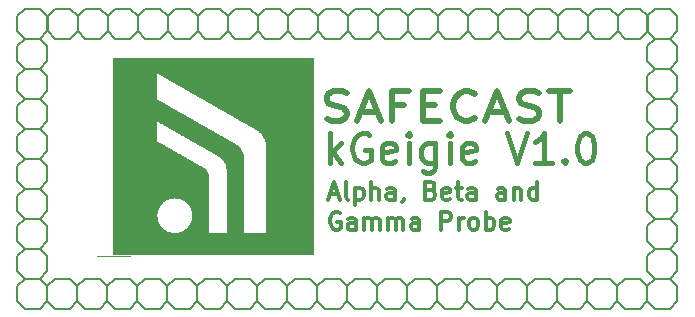
<source format=gto>
G04 #@! TF.FileFunction,Legend,Top*
%FSLAX46Y46*%
G04 Gerber Fmt 4.6, Leading zero omitted, Abs format (unit mm)*
G04 Created by KiCad (PCBNEW 4.0.5) date Wednesday, March 29, 2017 'PMt' 11:44:16 PM*
%MOMM*%
%LPD*%
G01*
G04 APERTURE LIST*
%ADD10C,0.100000*%
%ADD11C,0.400000*%
%ADD12C,0.300000*%
%ADD13C,0.500000*%
%ADD14C,0.152400*%
%ADD15C,0.096520*%
%ADD16C,0.004064*%
G04 APERTURE END LIST*
D10*
D11*
X147179628Y-101549852D02*
X147179628Y-99049852D01*
X147417723Y-100597471D02*
X148132009Y-101549852D01*
X148132009Y-99883186D02*
X147179628Y-100835567D01*
X150512962Y-99168900D02*
X150274867Y-99049852D01*
X149917724Y-99049852D01*
X149560581Y-99168900D01*
X149322486Y-99406995D01*
X149203438Y-99645090D01*
X149084390Y-100121281D01*
X149084390Y-100478424D01*
X149203438Y-100954614D01*
X149322486Y-101192710D01*
X149560581Y-101430805D01*
X149917724Y-101549852D01*
X150155819Y-101549852D01*
X150512962Y-101430805D01*
X150632010Y-101311757D01*
X150632010Y-100478424D01*
X150155819Y-100478424D01*
X152655819Y-101430805D02*
X152417724Y-101549852D01*
X151941533Y-101549852D01*
X151703438Y-101430805D01*
X151584390Y-101192710D01*
X151584390Y-100240329D01*
X151703438Y-100002233D01*
X151941533Y-99883186D01*
X152417724Y-99883186D01*
X152655819Y-100002233D01*
X152774867Y-100240329D01*
X152774867Y-100478424D01*
X151584390Y-100716519D01*
X153846295Y-101549852D02*
X153846295Y-99883186D01*
X153846295Y-99049852D02*
X153727247Y-99168900D01*
X153846295Y-99287948D01*
X153965343Y-99168900D01*
X153846295Y-99049852D01*
X153846295Y-99287948D01*
X156108200Y-99883186D02*
X156108200Y-101906995D01*
X155989152Y-102145090D01*
X155870104Y-102264138D01*
X155632009Y-102383186D01*
X155274866Y-102383186D01*
X155036771Y-102264138D01*
X156108200Y-101430805D02*
X155870104Y-101549852D01*
X155393914Y-101549852D01*
X155155819Y-101430805D01*
X155036771Y-101311757D01*
X154917723Y-101073662D01*
X154917723Y-100359376D01*
X155036771Y-100121281D01*
X155155819Y-100002233D01*
X155393914Y-99883186D01*
X155870104Y-99883186D01*
X156108200Y-100002233D01*
X157298676Y-101549852D02*
X157298676Y-99883186D01*
X157298676Y-99049852D02*
X157179628Y-99168900D01*
X157298676Y-99287948D01*
X157417724Y-99168900D01*
X157298676Y-99049852D01*
X157298676Y-99287948D01*
X159441533Y-101430805D02*
X159203438Y-101549852D01*
X158727247Y-101549852D01*
X158489152Y-101430805D01*
X158370104Y-101192710D01*
X158370104Y-100240329D01*
X158489152Y-100002233D01*
X158727247Y-99883186D01*
X159203438Y-99883186D01*
X159441533Y-100002233D01*
X159560581Y-100240329D01*
X159560581Y-100478424D01*
X158370104Y-100716519D01*
X162179628Y-99049852D02*
X163012962Y-101549852D01*
X163846295Y-99049852D01*
X165989152Y-101549852D02*
X164560580Y-101549852D01*
X165274866Y-101549852D02*
X165274866Y-99049852D01*
X165036771Y-99406995D01*
X164798676Y-99645090D01*
X164560580Y-99764138D01*
X167060580Y-101311757D02*
X167179628Y-101430805D01*
X167060580Y-101549852D01*
X166941532Y-101430805D01*
X167060580Y-101311757D01*
X167060580Y-101549852D01*
X168727247Y-99049852D02*
X168965342Y-99049852D01*
X169203437Y-99168900D01*
X169322485Y-99287948D01*
X169441532Y-99526043D01*
X169560580Y-100002233D01*
X169560580Y-100597471D01*
X169441532Y-101073662D01*
X169322485Y-101311757D01*
X169203437Y-101430805D01*
X168965342Y-101549852D01*
X168727247Y-101549852D01*
X168489151Y-101430805D01*
X168370104Y-101311757D01*
X168251056Y-101073662D01*
X168132008Y-100597471D01*
X168132008Y-100002233D01*
X168251056Y-99526043D01*
X168370104Y-99287948D01*
X168489151Y-99168900D01*
X168727247Y-99049852D01*
D12*
X147166294Y-104219900D02*
X147880580Y-104219900D01*
X147023437Y-104648471D02*
X147523437Y-103148471D01*
X148023437Y-104648471D01*
X148737723Y-104648471D02*
X148594865Y-104577043D01*
X148523437Y-104434186D01*
X148523437Y-103148471D01*
X149309151Y-103648471D02*
X149309151Y-105148471D01*
X149309151Y-103719900D02*
X149452008Y-103648471D01*
X149737722Y-103648471D01*
X149880579Y-103719900D01*
X149952008Y-103791329D01*
X150023437Y-103934186D01*
X150023437Y-104362757D01*
X149952008Y-104505614D01*
X149880579Y-104577043D01*
X149737722Y-104648471D01*
X149452008Y-104648471D01*
X149309151Y-104577043D01*
X150666294Y-104648471D02*
X150666294Y-103148471D01*
X151309151Y-104648471D02*
X151309151Y-103862757D01*
X151237722Y-103719900D01*
X151094865Y-103648471D01*
X150880580Y-103648471D01*
X150737722Y-103719900D01*
X150666294Y-103791329D01*
X152666294Y-104648471D02*
X152666294Y-103862757D01*
X152594865Y-103719900D01*
X152452008Y-103648471D01*
X152166294Y-103648471D01*
X152023437Y-103719900D01*
X152666294Y-104577043D02*
X152523437Y-104648471D01*
X152166294Y-104648471D01*
X152023437Y-104577043D01*
X151952008Y-104434186D01*
X151952008Y-104291329D01*
X152023437Y-104148471D01*
X152166294Y-104077043D01*
X152523437Y-104077043D01*
X152666294Y-104005614D01*
X153452008Y-104577043D02*
X153452008Y-104648471D01*
X153380580Y-104791329D01*
X153309151Y-104862757D01*
X155737723Y-103862757D02*
X155952009Y-103934186D01*
X156023437Y-104005614D01*
X156094866Y-104148471D01*
X156094866Y-104362757D01*
X156023437Y-104505614D01*
X155952009Y-104577043D01*
X155809151Y-104648471D01*
X155237723Y-104648471D01*
X155237723Y-103148471D01*
X155737723Y-103148471D01*
X155880580Y-103219900D01*
X155952009Y-103291329D01*
X156023437Y-103434186D01*
X156023437Y-103577043D01*
X155952009Y-103719900D01*
X155880580Y-103791329D01*
X155737723Y-103862757D01*
X155237723Y-103862757D01*
X157309151Y-104577043D02*
X157166294Y-104648471D01*
X156880580Y-104648471D01*
X156737723Y-104577043D01*
X156666294Y-104434186D01*
X156666294Y-103862757D01*
X156737723Y-103719900D01*
X156880580Y-103648471D01*
X157166294Y-103648471D01*
X157309151Y-103719900D01*
X157380580Y-103862757D01*
X157380580Y-104005614D01*
X156666294Y-104148471D01*
X157809151Y-103648471D02*
X158380580Y-103648471D01*
X158023437Y-103148471D02*
X158023437Y-104434186D01*
X158094865Y-104577043D01*
X158237723Y-104648471D01*
X158380580Y-104648471D01*
X159523437Y-104648471D02*
X159523437Y-103862757D01*
X159452008Y-103719900D01*
X159309151Y-103648471D01*
X159023437Y-103648471D01*
X158880580Y-103719900D01*
X159523437Y-104577043D02*
X159380580Y-104648471D01*
X159023437Y-104648471D01*
X158880580Y-104577043D01*
X158809151Y-104434186D01*
X158809151Y-104291329D01*
X158880580Y-104148471D01*
X159023437Y-104077043D01*
X159380580Y-104077043D01*
X159523437Y-104005614D01*
X162023437Y-104648471D02*
X162023437Y-103862757D01*
X161952008Y-103719900D01*
X161809151Y-103648471D01*
X161523437Y-103648471D01*
X161380580Y-103719900D01*
X162023437Y-104577043D02*
X161880580Y-104648471D01*
X161523437Y-104648471D01*
X161380580Y-104577043D01*
X161309151Y-104434186D01*
X161309151Y-104291329D01*
X161380580Y-104148471D01*
X161523437Y-104077043D01*
X161880580Y-104077043D01*
X162023437Y-104005614D01*
X162737723Y-103648471D02*
X162737723Y-104648471D01*
X162737723Y-103791329D02*
X162809151Y-103719900D01*
X162952009Y-103648471D01*
X163166294Y-103648471D01*
X163309151Y-103719900D01*
X163380580Y-103862757D01*
X163380580Y-104648471D01*
X164737723Y-104648471D02*
X164737723Y-103148471D01*
X164737723Y-104577043D02*
X164594866Y-104648471D01*
X164309152Y-104648471D01*
X164166294Y-104577043D01*
X164094866Y-104505614D01*
X164023437Y-104362757D01*
X164023437Y-103934186D01*
X164094866Y-103791329D01*
X164166294Y-103719900D01*
X164309152Y-103648471D01*
X164594866Y-103648471D01*
X164737723Y-103719900D01*
X148023437Y-105769900D02*
X147880580Y-105698471D01*
X147666294Y-105698471D01*
X147452009Y-105769900D01*
X147309151Y-105912757D01*
X147237723Y-106055614D01*
X147166294Y-106341329D01*
X147166294Y-106555614D01*
X147237723Y-106841329D01*
X147309151Y-106984186D01*
X147452009Y-107127043D01*
X147666294Y-107198471D01*
X147809151Y-107198471D01*
X148023437Y-107127043D01*
X148094866Y-107055614D01*
X148094866Y-106555614D01*
X147809151Y-106555614D01*
X149380580Y-107198471D02*
X149380580Y-106412757D01*
X149309151Y-106269900D01*
X149166294Y-106198471D01*
X148880580Y-106198471D01*
X148737723Y-106269900D01*
X149380580Y-107127043D02*
X149237723Y-107198471D01*
X148880580Y-107198471D01*
X148737723Y-107127043D01*
X148666294Y-106984186D01*
X148666294Y-106841329D01*
X148737723Y-106698471D01*
X148880580Y-106627043D01*
X149237723Y-106627043D01*
X149380580Y-106555614D01*
X150094866Y-107198471D02*
X150094866Y-106198471D01*
X150094866Y-106341329D02*
X150166294Y-106269900D01*
X150309152Y-106198471D01*
X150523437Y-106198471D01*
X150666294Y-106269900D01*
X150737723Y-106412757D01*
X150737723Y-107198471D01*
X150737723Y-106412757D02*
X150809152Y-106269900D01*
X150952009Y-106198471D01*
X151166294Y-106198471D01*
X151309152Y-106269900D01*
X151380580Y-106412757D01*
X151380580Y-107198471D01*
X152094866Y-107198471D02*
X152094866Y-106198471D01*
X152094866Y-106341329D02*
X152166294Y-106269900D01*
X152309152Y-106198471D01*
X152523437Y-106198471D01*
X152666294Y-106269900D01*
X152737723Y-106412757D01*
X152737723Y-107198471D01*
X152737723Y-106412757D02*
X152809152Y-106269900D01*
X152952009Y-106198471D01*
X153166294Y-106198471D01*
X153309152Y-106269900D01*
X153380580Y-106412757D01*
X153380580Y-107198471D01*
X154737723Y-107198471D02*
X154737723Y-106412757D01*
X154666294Y-106269900D01*
X154523437Y-106198471D01*
X154237723Y-106198471D01*
X154094866Y-106269900D01*
X154737723Y-107127043D02*
X154594866Y-107198471D01*
X154237723Y-107198471D01*
X154094866Y-107127043D01*
X154023437Y-106984186D01*
X154023437Y-106841329D01*
X154094866Y-106698471D01*
X154237723Y-106627043D01*
X154594866Y-106627043D01*
X154737723Y-106555614D01*
X156594866Y-107198471D02*
X156594866Y-105698471D01*
X157166294Y-105698471D01*
X157309152Y-105769900D01*
X157380580Y-105841329D01*
X157452009Y-105984186D01*
X157452009Y-106198471D01*
X157380580Y-106341329D01*
X157309152Y-106412757D01*
X157166294Y-106484186D01*
X156594866Y-106484186D01*
X158094866Y-107198471D02*
X158094866Y-106198471D01*
X158094866Y-106484186D02*
X158166294Y-106341329D01*
X158237723Y-106269900D01*
X158380580Y-106198471D01*
X158523437Y-106198471D01*
X159237723Y-107198471D02*
X159094865Y-107127043D01*
X159023437Y-107055614D01*
X158952008Y-106912757D01*
X158952008Y-106484186D01*
X159023437Y-106341329D01*
X159094865Y-106269900D01*
X159237723Y-106198471D01*
X159452008Y-106198471D01*
X159594865Y-106269900D01*
X159666294Y-106341329D01*
X159737723Y-106484186D01*
X159737723Y-106912757D01*
X159666294Y-107055614D01*
X159594865Y-107127043D01*
X159452008Y-107198471D01*
X159237723Y-107198471D01*
X160380580Y-107198471D02*
X160380580Y-105698471D01*
X160380580Y-106269900D02*
X160523437Y-106198471D01*
X160809151Y-106198471D01*
X160952008Y-106269900D01*
X161023437Y-106341329D01*
X161094866Y-106484186D01*
X161094866Y-106912757D01*
X161023437Y-107055614D01*
X160952008Y-107127043D01*
X160809151Y-107198471D01*
X160523437Y-107198471D01*
X160380580Y-107127043D01*
X162309151Y-107127043D02*
X162166294Y-107198471D01*
X161880580Y-107198471D01*
X161737723Y-107127043D01*
X161666294Y-106984186D01*
X161666294Y-106412757D01*
X161737723Y-106269900D01*
X161880580Y-106198471D01*
X162166294Y-106198471D01*
X162309151Y-106269900D01*
X162380580Y-106412757D01*
X162380580Y-106555614D01*
X161666294Y-106698471D01*
D13*
X146897723Y-97874805D02*
X147326294Y-97993852D01*
X148040580Y-97993852D01*
X148326294Y-97874805D01*
X148469151Y-97755757D01*
X148612008Y-97517662D01*
X148612008Y-97279567D01*
X148469151Y-97041471D01*
X148326294Y-96922424D01*
X148040580Y-96803376D01*
X147469151Y-96684329D01*
X147183437Y-96565281D01*
X147040580Y-96446233D01*
X146897723Y-96208138D01*
X146897723Y-95970043D01*
X147040580Y-95731948D01*
X147183437Y-95612900D01*
X147469151Y-95493852D01*
X148183437Y-95493852D01*
X148612008Y-95612900D01*
X149754866Y-97279567D02*
X151183437Y-97279567D01*
X149469151Y-97993852D02*
X150469151Y-95493852D01*
X151469151Y-97993852D01*
X153469152Y-96684329D02*
X152469152Y-96684329D01*
X152469152Y-97993852D02*
X152469152Y-95493852D01*
X153897723Y-95493852D01*
X155040581Y-96684329D02*
X156040581Y-96684329D01*
X156469152Y-97993852D02*
X155040581Y-97993852D01*
X155040581Y-95493852D01*
X156469152Y-95493852D01*
X159469152Y-97755757D02*
X159326295Y-97874805D01*
X158897724Y-97993852D01*
X158612010Y-97993852D01*
X158183438Y-97874805D01*
X157897724Y-97636710D01*
X157754867Y-97398614D01*
X157612010Y-96922424D01*
X157612010Y-96565281D01*
X157754867Y-96089090D01*
X157897724Y-95850995D01*
X158183438Y-95612900D01*
X158612010Y-95493852D01*
X158897724Y-95493852D01*
X159326295Y-95612900D01*
X159469152Y-95731948D01*
X160612010Y-97279567D02*
X162040581Y-97279567D01*
X160326295Y-97993852D02*
X161326295Y-95493852D01*
X162326295Y-97993852D01*
X163183439Y-97874805D02*
X163612010Y-97993852D01*
X164326296Y-97993852D01*
X164612010Y-97874805D01*
X164754867Y-97755757D01*
X164897724Y-97517662D01*
X164897724Y-97279567D01*
X164754867Y-97041471D01*
X164612010Y-96922424D01*
X164326296Y-96803376D01*
X163754867Y-96684329D01*
X163469153Y-96565281D01*
X163326296Y-96446233D01*
X163183439Y-96208138D01*
X163183439Y-95970043D01*
X163326296Y-95731948D01*
X163469153Y-95612900D01*
X163754867Y-95493852D01*
X164469153Y-95493852D01*
X164897724Y-95612900D01*
X165754867Y-95493852D02*
X167469153Y-95493852D01*
X166612010Y-97993852D02*
X166612010Y-95493852D01*
D14*
X120718580Y-92925900D02*
X120718580Y-91655900D01*
X120718580Y-91655900D02*
X121353580Y-91020900D01*
X121353580Y-91020900D02*
X122623580Y-91020900D01*
X122623580Y-91020900D02*
X123258580Y-91655900D01*
X121353580Y-96100900D02*
X120718580Y-95465900D01*
X120718580Y-95465900D02*
X120718580Y-94195900D01*
X120718580Y-94195900D02*
X121353580Y-93560900D01*
X121353580Y-93560900D02*
X122623580Y-93560900D01*
X122623580Y-93560900D02*
X123258580Y-94195900D01*
X123258580Y-94195900D02*
X123258580Y-95465900D01*
X123258580Y-95465900D02*
X122623580Y-96100900D01*
X120718580Y-92925900D02*
X121353580Y-93560900D01*
X122623580Y-93560900D02*
X123258580Y-92925900D01*
X123258580Y-91655900D02*
X123258580Y-92925900D01*
X120718580Y-100545900D02*
X120718580Y-99275900D01*
X120718580Y-99275900D02*
X121353580Y-98640900D01*
X121353580Y-98640900D02*
X122623580Y-98640900D01*
X122623580Y-98640900D02*
X123258580Y-99275900D01*
X121353580Y-98640900D02*
X120718580Y-98005900D01*
X120718580Y-98005900D02*
X120718580Y-96735900D01*
X120718580Y-96735900D02*
X121353580Y-96100900D01*
X121353580Y-96100900D02*
X122623580Y-96100900D01*
X122623580Y-96100900D02*
X123258580Y-96735900D01*
X123258580Y-96735900D02*
X123258580Y-98005900D01*
X123258580Y-98005900D02*
X122623580Y-98640900D01*
X121353580Y-103720900D02*
X120718580Y-103085900D01*
X120718580Y-103085900D02*
X120718580Y-101815900D01*
X120718580Y-101815900D02*
X121353580Y-101180900D01*
X121353580Y-101180900D02*
X122623580Y-101180900D01*
X122623580Y-101180900D02*
X123258580Y-101815900D01*
X123258580Y-101815900D02*
X123258580Y-103085900D01*
X123258580Y-103085900D02*
X122623580Y-103720900D01*
X120718580Y-100545900D02*
X121353580Y-101180900D01*
X122623580Y-101180900D02*
X123258580Y-100545900D01*
X123258580Y-99275900D02*
X123258580Y-100545900D01*
X120718580Y-108165900D02*
X120718580Y-106895900D01*
X120718580Y-106895900D02*
X121353580Y-106260900D01*
X121353580Y-106260900D02*
X122623580Y-106260900D01*
X122623580Y-106260900D02*
X123258580Y-106895900D01*
X121353580Y-106260900D02*
X120718580Y-105625900D01*
X120718580Y-105625900D02*
X120718580Y-104355900D01*
X120718580Y-104355900D02*
X121353580Y-103720900D01*
X121353580Y-103720900D02*
X122623580Y-103720900D01*
X122623580Y-103720900D02*
X123258580Y-104355900D01*
X123258580Y-104355900D02*
X123258580Y-105625900D01*
X123258580Y-105625900D02*
X122623580Y-106260900D01*
X121353580Y-111340900D02*
X120718580Y-110705900D01*
X120718580Y-110705900D02*
X120718580Y-109435900D01*
X120718580Y-109435900D02*
X121353580Y-108800900D01*
X121353580Y-108800900D02*
X122623580Y-108800900D01*
X122623580Y-108800900D02*
X123258580Y-109435900D01*
X123258580Y-109435900D02*
X123258580Y-110705900D01*
X123258580Y-110705900D02*
X122623580Y-111340900D01*
X120718580Y-108165900D02*
X121353580Y-108800900D01*
X122623580Y-108800900D02*
X123258580Y-108165900D01*
X123258580Y-106895900D02*
X123258580Y-108165900D01*
X121353580Y-113880900D02*
X122623580Y-113880900D01*
X121353580Y-113880900D02*
X120718580Y-113245900D01*
X120718580Y-113245900D02*
X120718580Y-111975900D01*
X120718580Y-111975900D02*
X121353580Y-111340900D01*
X121353580Y-111340900D02*
X122623580Y-111340900D01*
X122623580Y-111340900D02*
X123258580Y-111975900D01*
X123258580Y-111975900D02*
X123258580Y-113245900D01*
X123258580Y-113245900D02*
X122623580Y-113880900D01*
X120718580Y-90385900D02*
X120718580Y-89115900D01*
X120718580Y-89115900D02*
X121353580Y-88480900D01*
X121353580Y-88480900D02*
X122623580Y-88480900D01*
X122623580Y-88480900D02*
X123258580Y-89115900D01*
X120718580Y-90385900D02*
X121353580Y-91020900D01*
X122623580Y-91020900D02*
X123258580Y-90385900D01*
X123258580Y-89115900D02*
X123258580Y-90385900D01*
X174058580Y-92925900D02*
X174058580Y-91655900D01*
X174058580Y-91655900D02*
X174693580Y-91020900D01*
X174693580Y-91020900D02*
X175963580Y-91020900D01*
X175963580Y-91020900D02*
X176598580Y-91655900D01*
X174693580Y-96100900D02*
X174058580Y-95465900D01*
X174058580Y-95465900D02*
X174058580Y-94195900D01*
X174058580Y-94195900D02*
X174693580Y-93560900D01*
X174693580Y-93560900D02*
X175963580Y-93560900D01*
X175963580Y-93560900D02*
X176598580Y-94195900D01*
X176598580Y-94195900D02*
X176598580Y-95465900D01*
X176598580Y-95465900D02*
X175963580Y-96100900D01*
X174058580Y-92925900D02*
X174693580Y-93560900D01*
X175963580Y-93560900D02*
X176598580Y-92925900D01*
X176598580Y-91655900D02*
X176598580Y-92925900D01*
X174058580Y-100545900D02*
X174058580Y-99275900D01*
X174058580Y-99275900D02*
X174693580Y-98640900D01*
X174693580Y-98640900D02*
X175963580Y-98640900D01*
X175963580Y-98640900D02*
X176598580Y-99275900D01*
X174693580Y-98640900D02*
X174058580Y-98005900D01*
X174058580Y-98005900D02*
X174058580Y-96735900D01*
X174058580Y-96735900D02*
X174693580Y-96100900D01*
X174693580Y-96100900D02*
X175963580Y-96100900D01*
X175963580Y-96100900D02*
X176598580Y-96735900D01*
X176598580Y-96735900D02*
X176598580Y-98005900D01*
X176598580Y-98005900D02*
X175963580Y-98640900D01*
X174693580Y-103720900D02*
X174058580Y-103085900D01*
X174058580Y-103085900D02*
X174058580Y-101815900D01*
X174058580Y-101815900D02*
X174693580Y-101180900D01*
X174693580Y-101180900D02*
X175963580Y-101180900D01*
X175963580Y-101180900D02*
X176598580Y-101815900D01*
X176598580Y-101815900D02*
X176598580Y-103085900D01*
X176598580Y-103085900D02*
X175963580Y-103720900D01*
X174058580Y-100545900D02*
X174693580Y-101180900D01*
X175963580Y-101180900D02*
X176598580Y-100545900D01*
X176598580Y-99275900D02*
X176598580Y-100545900D01*
X174058580Y-108165900D02*
X174058580Y-106895900D01*
X174058580Y-106895900D02*
X174693580Y-106260900D01*
X174693580Y-106260900D02*
X175963580Y-106260900D01*
X175963580Y-106260900D02*
X176598580Y-106895900D01*
X174693580Y-106260900D02*
X174058580Y-105625900D01*
X174058580Y-105625900D02*
X174058580Y-104355900D01*
X174058580Y-104355900D02*
X174693580Y-103720900D01*
X174693580Y-103720900D02*
X175963580Y-103720900D01*
X175963580Y-103720900D02*
X176598580Y-104355900D01*
X176598580Y-104355900D02*
X176598580Y-105625900D01*
X176598580Y-105625900D02*
X175963580Y-106260900D01*
X174693580Y-111340900D02*
X174058580Y-110705900D01*
X174058580Y-110705900D02*
X174058580Y-109435900D01*
X174058580Y-109435900D02*
X174693580Y-108800900D01*
X174693580Y-108800900D02*
X175963580Y-108800900D01*
X175963580Y-108800900D02*
X176598580Y-109435900D01*
X176598580Y-109435900D02*
X176598580Y-110705900D01*
X176598580Y-110705900D02*
X175963580Y-111340900D01*
X174058580Y-108165900D02*
X174693580Y-108800900D01*
X175963580Y-108800900D02*
X176598580Y-108165900D01*
X176598580Y-106895900D02*
X176598580Y-108165900D01*
X174693580Y-113880900D02*
X175963580Y-113880900D01*
X174693580Y-113880900D02*
X174058580Y-113245900D01*
X174058580Y-113245900D02*
X174058580Y-111975900D01*
X174058580Y-111975900D02*
X174693580Y-111340900D01*
X174693580Y-111340900D02*
X175963580Y-111340900D01*
X175963580Y-111340900D02*
X176598580Y-111975900D01*
X176598580Y-111975900D02*
X176598580Y-113245900D01*
X176598580Y-113245900D02*
X175963580Y-113880900D01*
X174058580Y-90385900D02*
X174058580Y-89115900D01*
X174058580Y-89115900D02*
X174693580Y-88480900D01*
X174693580Y-88480900D02*
X175963580Y-88480900D01*
X175963580Y-88480900D02*
X176598580Y-89115900D01*
X174058580Y-90385900D02*
X174693580Y-91020900D01*
X175963580Y-91020900D02*
X176598580Y-90385900D01*
X176598580Y-89115900D02*
X176598580Y-90385900D01*
X169613580Y-111340900D02*
X170883580Y-111340900D01*
X170883580Y-111340900D02*
X171518580Y-111975900D01*
X171518580Y-111975900D02*
X171518580Y-113245900D01*
X171518580Y-113245900D02*
X170883580Y-113880900D01*
X166438580Y-111975900D02*
X167073580Y-111340900D01*
X167073580Y-111340900D02*
X168343580Y-111340900D01*
X168343580Y-111340900D02*
X168978580Y-111975900D01*
X168978580Y-111975900D02*
X168978580Y-113245900D01*
X168978580Y-113245900D02*
X168343580Y-113880900D01*
X168343580Y-113880900D02*
X167073580Y-113880900D01*
X167073580Y-113880900D02*
X166438580Y-113245900D01*
X169613580Y-111340900D02*
X168978580Y-111975900D01*
X168978580Y-113245900D02*
X169613580Y-113880900D01*
X170883580Y-113880900D02*
X169613580Y-113880900D01*
X161993580Y-111340900D02*
X163263580Y-111340900D01*
X163263580Y-111340900D02*
X163898580Y-111975900D01*
X163898580Y-111975900D02*
X163898580Y-113245900D01*
X163898580Y-113245900D02*
X163263580Y-113880900D01*
X163898580Y-111975900D02*
X164533580Y-111340900D01*
X164533580Y-111340900D02*
X165803580Y-111340900D01*
X165803580Y-111340900D02*
X166438580Y-111975900D01*
X166438580Y-111975900D02*
X166438580Y-113245900D01*
X166438580Y-113245900D02*
X165803580Y-113880900D01*
X165803580Y-113880900D02*
X164533580Y-113880900D01*
X164533580Y-113880900D02*
X163898580Y-113245900D01*
X158818580Y-111975900D02*
X159453580Y-111340900D01*
X159453580Y-111340900D02*
X160723580Y-111340900D01*
X160723580Y-111340900D02*
X161358580Y-111975900D01*
X161358580Y-111975900D02*
X161358580Y-113245900D01*
X161358580Y-113245900D02*
X160723580Y-113880900D01*
X160723580Y-113880900D02*
X159453580Y-113880900D01*
X159453580Y-113880900D02*
X158818580Y-113245900D01*
X161993580Y-111340900D02*
X161358580Y-111975900D01*
X161358580Y-113245900D02*
X161993580Y-113880900D01*
X163263580Y-113880900D02*
X161993580Y-113880900D01*
X154373580Y-111340900D02*
X155643580Y-111340900D01*
X155643580Y-111340900D02*
X156278580Y-111975900D01*
X156278580Y-111975900D02*
X156278580Y-113245900D01*
X156278580Y-113245900D02*
X155643580Y-113880900D01*
X156278580Y-111975900D02*
X156913580Y-111340900D01*
X156913580Y-111340900D02*
X158183580Y-111340900D01*
X158183580Y-111340900D02*
X158818580Y-111975900D01*
X158818580Y-111975900D02*
X158818580Y-113245900D01*
X158818580Y-113245900D02*
X158183580Y-113880900D01*
X158183580Y-113880900D02*
X156913580Y-113880900D01*
X156913580Y-113880900D02*
X156278580Y-113245900D01*
X151198580Y-111975900D02*
X151833580Y-111340900D01*
X151833580Y-111340900D02*
X153103580Y-111340900D01*
X153103580Y-111340900D02*
X153738580Y-111975900D01*
X153738580Y-111975900D02*
X153738580Y-113245900D01*
X153738580Y-113245900D02*
X153103580Y-113880900D01*
X153103580Y-113880900D02*
X151833580Y-113880900D01*
X151833580Y-113880900D02*
X151198580Y-113245900D01*
X154373580Y-111340900D02*
X153738580Y-111975900D01*
X153738580Y-113245900D02*
X154373580Y-113880900D01*
X155643580Y-113880900D02*
X154373580Y-113880900D01*
X146753580Y-111340900D02*
X148023580Y-111340900D01*
X148023580Y-111340900D02*
X148658580Y-111975900D01*
X148658580Y-111975900D02*
X148658580Y-113245900D01*
X148658580Y-113245900D02*
X148023580Y-113880900D01*
X148658580Y-111975900D02*
X149293580Y-111340900D01*
X149293580Y-111340900D02*
X150563580Y-111340900D01*
X150563580Y-111340900D02*
X151198580Y-111975900D01*
X151198580Y-111975900D02*
X151198580Y-113245900D01*
X151198580Y-113245900D02*
X150563580Y-113880900D01*
X150563580Y-113880900D02*
X149293580Y-113880900D01*
X149293580Y-113880900D02*
X148658580Y-113245900D01*
X143578580Y-111975900D02*
X144213580Y-111340900D01*
X144213580Y-111340900D02*
X145483580Y-111340900D01*
X145483580Y-111340900D02*
X146118580Y-111975900D01*
X146118580Y-111975900D02*
X146118580Y-113245900D01*
X146118580Y-113245900D02*
X145483580Y-113880900D01*
X145483580Y-113880900D02*
X144213580Y-113880900D01*
X144213580Y-113880900D02*
X143578580Y-113245900D01*
X146753580Y-111340900D02*
X146118580Y-111975900D01*
X146118580Y-113245900D02*
X146753580Y-113880900D01*
X148023580Y-113880900D02*
X146753580Y-113880900D01*
X139133580Y-111340900D02*
X140403580Y-111340900D01*
X140403580Y-111340900D02*
X141038580Y-111975900D01*
X141038580Y-111975900D02*
X141038580Y-113245900D01*
X141038580Y-113245900D02*
X140403580Y-113880900D01*
X141038580Y-111975900D02*
X141673580Y-111340900D01*
X141673580Y-111340900D02*
X142943580Y-111340900D01*
X142943580Y-111340900D02*
X143578580Y-111975900D01*
X143578580Y-111975900D02*
X143578580Y-113245900D01*
X143578580Y-113245900D02*
X142943580Y-113880900D01*
X142943580Y-113880900D02*
X141673580Y-113880900D01*
X141673580Y-113880900D02*
X141038580Y-113245900D01*
X135958580Y-111975900D02*
X136593580Y-111340900D01*
X136593580Y-111340900D02*
X137863580Y-111340900D01*
X137863580Y-111340900D02*
X138498580Y-111975900D01*
X138498580Y-111975900D02*
X138498580Y-113245900D01*
X138498580Y-113245900D02*
X137863580Y-113880900D01*
X137863580Y-113880900D02*
X136593580Y-113880900D01*
X136593580Y-113880900D02*
X135958580Y-113245900D01*
X139133580Y-111340900D02*
X138498580Y-111975900D01*
X138498580Y-113245900D02*
X139133580Y-113880900D01*
X140403580Y-113880900D02*
X139133580Y-113880900D01*
X131513580Y-111340900D02*
X132783580Y-111340900D01*
X132783580Y-111340900D02*
X133418580Y-111975900D01*
X133418580Y-111975900D02*
X133418580Y-113245900D01*
X133418580Y-113245900D02*
X132783580Y-113880900D01*
X133418580Y-111975900D02*
X134053580Y-111340900D01*
X134053580Y-111340900D02*
X135323580Y-111340900D01*
X135323580Y-111340900D02*
X135958580Y-111975900D01*
X135958580Y-111975900D02*
X135958580Y-113245900D01*
X135958580Y-113245900D02*
X135323580Y-113880900D01*
X135323580Y-113880900D02*
X134053580Y-113880900D01*
X134053580Y-113880900D02*
X133418580Y-113245900D01*
X128338580Y-111975900D02*
X128973580Y-111340900D01*
X128973580Y-111340900D02*
X130243580Y-111340900D01*
X130243580Y-111340900D02*
X130878580Y-111975900D01*
X130878580Y-111975900D02*
X130878580Y-113245900D01*
X130878580Y-113245900D02*
X130243580Y-113880900D01*
X130243580Y-113880900D02*
X128973580Y-113880900D01*
X128973580Y-113880900D02*
X128338580Y-113245900D01*
X131513580Y-111340900D02*
X130878580Y-111975900D01*
X130878580Y-113245900D02*
X131513580Y-113880900D01*
X132783580Y-113880900D02*
X131513580Y-113880900D01*
X123893580Y-111340900D02*
X125163580Y-111340900D01*
X125163580Y-111340900D02*
X125798580Y-111975900D01*
X125798580Y-111975900D02*
X125798580Y-113245900D01*
X125798580Y-113245900D02*
X125163580Y-113880900D01*
X125798580Y-111975900D02*
X126433580Y-111340900D01*
X126433580Y-111340900D02*
X127703580Y-111340900D01*
X127703580Y-111340900D02*
X128338580Y-111975900D01*
X128338580Y-111975900D02*
X128338580Y-113245900D01*
X128338580Y-113245900D02*
X127703580Y-113880900D01*
X127703580Y-113880900D02*
X126433580Y-113880900D01*
X126433580Y-113880900D02*
X125798580Y-113245900D01*
X123258580Y-111975900D02*
X123258580Y-113245900D01*
X123893580Y-111340900D02*
X123258580Y-111975900D01*
X123258580Y-113245900D02*
X123893580Y-113880900D01*
X125163580Y-113880900D02*
X123893580Y-113880900D01*
X172153580Y-111340900D02*
X173423580Y-111340900D01*
X173423580Y-111340900D02*
X174058580Y-111975900D01*
X174058580Y-111975900D02*
X174058580Y-113245900D01*
X174058580Y-113245900D02*
X173423580Y-113880900D01*
X172153580Y-111340900D02*
X171518580Y-111975900D01*
X171518580Y-113245900D02*
X172153580Y-113880900D01*
X173423580Y-113880900D02*
X172153580Y-113880900D01*
X169621100Y-88488600D02*
X170891100Y-88488600D01*
X170891100Y-88488600D02*
X171526100Y-89123600D01*
X171526100Y-89123600D02*
X171526100Y-90393600D01*
X171526100Y-90393600D02*
X170891100Y-91028600D01*
X166446100Y-89123600D02*
X167081100Y-88488600D01*
X167081100Y-88488600D02*
X168351100Y-88488600D01*
X168351100Y-88488600D02*
X168986100Y-89123600D01*
X168986100Y-89123600D02*
X168986100Y-90393600D01*
X168986100Y-90393600D02*
X168351100Y-91028600D01*
X168351100Y-91028600D02*
X167081100Y-91028600D01*
X167081100Y-91028600D02*
X166446100Y-90393600D01*
X169621100Y-88488600D02*
X168986100Y-89123600D01*
X168986100Y-90393600D02*
X169621100Y-91028600D01*
X170891100Y-91028600D02*
X169621100Y-91028600D01*
X162001100Y-88488600D02*
X163271100Y-88488600D01*
X163271100Y-88488600D02*
X163906100Y-89123600D01*
X163906100Y-89123600D02*
X163906100Y-90393600D01*
X163906100Y-90393600D02*
X163271100Y-91028600D01*
X163906100Y-89123600D02*
X164541100Y-88488600D01*
X164541100Y-88488600D02*
X165811100Y-88488600D01*
X165811100Y-88488600D02*
X166446100Y-89123600D01*
X166446100Y-89123600D02*
X166446100Y-90393600D01*
X166446100Y-90393600D02*
X165811100Y-91028600D01*
X165811100Y-91028600D02*
X164541100Y-91028600D01*
X164541100Y-91028600D02*
X163906100Y-90393600D01*
X158826100Y-89123600D02*
X159461100Y-88488600D01*
X159461100Y-88488600D02*
X160731100Y-88488600D01*
X160731100Y-88488600D02*
X161366100Y-89123600D01*
X161366100Y-89123600D02*
X161366100Y-90393600D01*
X161366100Y-90393600D02*
X160731100Y-91028600D01*
X160731100Y-91028600D02*
X159461100Y-91028600D01*
X159461100Y-91028600D02*
X158826100Y-90393600D01*
X162001100Y-88488600D02*
X161366100Y-89123600D01*
X161366100Y-90393600D02*
X162001100Y-91028600D01*
X163271100Y-91028600D02*
X162001100Y-91028600D01*
X154381100Y-88488600D02*
X155651100Y-88488600D01*
X155651100Y-88488600D02*
X156286100Y-89123600D01*
X156286100Y-89123600D02*
X156286100Y-90393600D01*
X156286100Y-90393600D02*
X155651100Y-91028600D01*
X156286100Y-89123600D02*
X156921100Y-88488600D01*
X156921100Y-88488600D02*
X158191100Y-88488600D01*
X158191100Y-88488600D02*
X158826100Y-89123600D01*
X158826100Y-89123600D02*
X158826100Y-90393600D01*
X158826100Y-90393600D02*
X158191100Y-91028600D01*
X158191100Y-91028600D02*
X156921100Y-91028600D01*
X156921100Y-91028600D02*
X156286100Y-90393600D01*
X151206100Y-89123600D02*
X151841100Y-88488600D01*
X151841100Y-88488600D02*
X153111100Y-88488600D01*
X153111100Y-88488600D02*
X153746100Y-89123600D01*
X153746100Y-89123600D02*
X153746100Y-90393600D01*
X153746100Y-90393600D02*
X153111100Y-91028600D01*
X153111100Y-91028600D02*
X151841100Y-91028600D01*
X151841100Y-91028600D02*
X151206100Y-90393600D01*
X154381100Y-88488600D02*
X153746100Y-89123600D01*
X153746100Y-90393600D02*
X154381100Y-91028600D01*
X155651100Y-91028600D02*
X154381100Y-91028600D01*
X146761100Y-88488600D02*
X148031100Y-88488600D01*
X148031100Y-88488600D02*
X148666100Y-89123600D01*
X148666100Y-89123600D02*
X148666100Y-90393600D01*
X148666100Y-90393600D02*
X148031100Y-91028600D01*
X148666100Y-89123600D02*
X149301100Y-88488600D01*
X149301100Y-88488600D02*
X150571100Y-88488600D01*
X150571100Y-88488600D02*
X151206100Y-89123600D01*
X151206100Y-89123600D02*
X151206100Y-90393600D01*
X151206100Y-90393600D02*
X150571100Y-91028600D01*
X150571100Y-91028600D02*
X149301100Y-91028600D01*
X149301100Y-91028600D02*
X148666100Y-90393600D01*
X143586100Y-89123600D02*
X144221100Y-88488600D01*
X144221100Y-88488600D02*
X145491100Y-88488600D01*
X145491100Y-88488600D02*
X146126100Y-89123600D01*
X146126100Y-89123600D02*
X146126100Y-90393600D01*
X146126100Y-90393600D02*
X145491100Y-91028600D01*
X145491100Y-91028600D02*
X144221100Y-91028600D01*
X144221100Y-91028600D02*
X143586100Y-90393600D01*
X146761100Y-88488600D02*
X146126100Y-89123600D01*
X146126100Y-90393600D02*
X146761100Y-91028600D01*
X148031100Y-91028600D02*
X146761100Y-91028600D01*
X139141100Y-88488600D02*
X140411100Y-88488600D01*
X140411100Y-88488600D02*
X141046100Y-89123600D01*
X141046100Y-89123600D02*
X141046100Y-90393600D01*
X141046100Y-90393600D02*
X140411100Y-91028600D01*
X141046100Y-89123600D02*
X141681100Y-88488600D01*
X141681100Y-88488600D02*
X142951100Y-88488600D01*
X142951100Y-88488600D02*
X143586100Y-89123600D01*
X143586100Y-89123600D02*
X143586100Y-90393600D01*
X143586100Y-90393600D02*
X142951100Y-91028600D01*
X142951100Y-91028600D02*
X141681100Y-91028600D01*
X141681100Y-91028600D02*
X141046100Y-90393600D01*
X135966100Y-89123600D02*
X136601100Y-88488600D01*
X136601100Y-88488600D02*
X137871100Y-88488600D01*
X137871100Y-88488600D02*
X138506100Y-89123600D01*
X138506100Y-89123600D02*
X138506100Y-90393600D01*
X138506100Y-90393600D02*
X137871100Y-91028600D01*
X137871100Y-91028600D02*
X136601100Y-91028600D01*
X136601100Y-91028600D02*
X135966100Y-90393600D01*
X139141100Y-88488600D02*
X138506100Y-89123600D01*
X138506100Y-90393600D02*
X139141100Y-91028600D01*
X140411100Y-91028600D02*
X139141100Y-91028600D01*
X131521100Y-88488600D02*
X132791100Y-88488600D01*
X132791100Y-88488600D02*
X133426100Y-89123600D01*
X133426100Y-89123600D02*
X133426100Y-90393600D01*
X133426100Y-90393600D02*
X132791100Y-91028600D01*
X133426100Y-89123600D02*
X134061100Y-88488600D01*
X134061100Y-88488600D02*
X135331100Y-88488600D01*
X135331100Y-88488600D02*
X135966100Y-89123600D01*
X135966100Y-89123600D02*
X135966100Y-90393600D01*
X135966100Y-90393600D02*
X135331100Y-91028600D01*
X135331100Y-91028600D02*
X134061100Y-91028600D01*
X134061100Y-91028600D02*
X133426100Y-90393600D01*
X128346100Y-89123600D02*
X128981100Y-88488600D01*
X128981100Y-88488600D02*
X130251100Y-88488600D01*
X130251100Y-88488600D02*
X130886100Y-89123600D01*
X130886100Y-89123600D02*
X130886100Y-90393600D01*
X130886100Y-90393600D02*
X130251100Y-91028600D01*
X130251100Y-91028600D02*
X128981100Y-91028600D01*
X128981100Y-91028600D02*
X128346100Y-90393600D01*
X131521100Y-88488600D02*
X130886100Y-89123600D01*
X130886100Y-90393600D02*
X131521100Y-91028600D01*
X132791100Y-91028600D02*
X131521100Y-91028600D01*
X123901100Y-88488600D02*
X125171100Y-88488600D01*
X125171100Y-88488600D02*
X125806100Y-89123600D01*
X125806100Y-89123600D02*
X125806100Y-90393600D01*
X125806100Y-90393600D02*
X125171100Y-91028600D01*
X125806100Y-89123600D02*
X126441100Y-88488600D01*
X126441100Y-88488600D02*
X127711100Y-88488600D01*
X127711100Y-88488600D02*
X128346100Y-89123600D01*
X128346100Y-89123600D02*
X128346100Y-90393600D01*
X128346100Y-90393600D02*
X127711100Y-91028600D01*
X127711100Y-91028600D02*
X126441100Y-91028600D01*
X126441100Y-91028600D02*
X125806100Y-90393600D01*
X123266100Y-89123600D02*
X123266100Y-90393600D01*
X123901100Y-88488600D02*
X123266100Y-89123600D01*
X123266100Y-90393600D02*
X123901100Y-91028600D01*
X125171100Y-91028600D02*
X123901100Y-91028600D01*
X172161100Y-88488600D02*
X173431100Y-88488600D01*
X173431100Y-88488600D02*
X174066100Y-89123600D01*
X174066100Y-89123600D02*
X174066100Y-90393600D01*
X174066100Y-90393600D02*
X173431100Y-91028600D01*
X172161100Y-88488600D02*
X171526100Y-89123600D01*
X171526100Y-90393600D02*
X172161100Y-91028600D01*
X173431100Y-91028600D02*
X172161100Y-91028600D01*
D10*
G36*
X128833880Y-109321600D02*
X145851880Y-109321600D01*
X145851880Y-109296200D01*
X128833880Y-109296200D01*
X128833880Y-109321600D01*
G37*
G36*
X128833880Y-109296200D02*
X145851880Y-109296200D01*
X145851880Y-109270800D01*
X128833880Y-109270800D01*
X128833880Y-109296200D01*
G37*
G36*
X128833880Y-109270800D02*
X145851880Y-109270800D01*
X145851880Y-109245400D01*
X128833880Y-109245400D01*
X128833880Y-109270800D01*
G37*
G36*
X128833880Y-109245400D02*
X145851880Y-109245400D01*
X145851880Y-109220000D01*
X128833880Y-109220000D01*
X128833880Y-109245400D01*
G37*
G36*
X128833880Y-109220000D02*
X145851880Y-109220000D01*
X145851880Y-109194600D01*
X128833880Y-109194600D01*
X128833880Y-109220000D01*
G37*
G36*
X128833880Y-109194600D02*
X145851880Y-109194600D01*
X145851880Y-109169200D01*
X128833880Y-109169200D01*
X128833880Y-109194600D01*
G37*
G36*
X128833880Y-109169200D02*
X145851880Y-109169200D01*
X145851880Y-109143800D01*
X128833880Y-109143800D01*
X128833880Y-109169200D01*
G37*
G36*
X128833880Y-109143800D02*
X145851880Y-109143800D01*
X145851880Y-109118400D01*
X128833880Y-109118400D01*
X128833880Y-109143800D01*
G37*
G36*
X128833880Y-109118400D02*
X145851880Y-109118400D01*
X145851880Y-109093000D01*
X128833880Y-109093000D01*
X128833880Y-109118400D01*
G37*
G36*
X128833880Y-109093000D02*
X145851880Y-109093000D01*
X145851880Y-109067600D01*
X128833880Y-109067600D01*
X128833880Y-109093000D01*
G37*
G36*
X128833880Y-109067600D02*
X145851880Y-109067600D01*
X145851880Y-109042200D01*
X128833880Y-109042200D01*
X128833880Y-109067600D01*
G37*
G36*
X128833880Y-109042200D02*
X145851880Y-109042200D01*
X145851880Y-109016800D01*
X128833880Y-109016800D01*
X128833880Y-109042200D01*
G37*
G36*
X128833880Y-109016800D02*
X145851880Y-109016800D01*
X145851880Y-108991400D01*
X128833880Y-108991400D01*
X128833880Y-109016800D01*
G37*
G36*
X128833880Y-108991400D02*
X145851880Y-108991400D01*
X145851880Y-108966000D01*
X128833880Y-108966000D01*
X128833880Y-108991400D01*
G37*
G36*
X128833880Y-108966000D02*
X145851880Y-108966000D01*
X145851880Y-108940600D01*
X128833880Y-108940600D01*
X128833880Y-108966000D01*
G37*
G36*
X128833880Y-108940600D02*
X145851880Y-108940600D01*
X145851880Y-108915200D01*
X128833880Y-108915200D01*
X128833880Y-108940600D01*
G37*
G36*
X128833880Y-108915200D02*
X145851880Y-108915200D01*
X145851880Y-108889800D01*
X128833880Y-108889800D01*
X128833880Y-108915200D01*
G37*
G36*
X128833880Y-108889800D02*
X145851880Y-108889800D01*
X145851880Y-108864400D01*
X128833880Y-108864400D01*
X128833880Y-108889800D01*
G37*
G36*
X128833880Y-108864400D02*
X145851880Y-108864400D01*
X145851880Y-108839000D01*
X128833880Y-108839000D01*
X128833880Y-108864400D01*
G37*
G36*
X128833880Y-108839000D02*
X145851880Y-108839000D01*
X145851880Y-108813600D01*
X128833880Y-108813600D01*
X128833880Y-108839000D01*
G37*
G36*
X128833880Y-108813600D02*
X145851880Y-108813600D01*
X145851880Y-108788200D01*
X128833880Y-108788200D01*
X128833880Y-108813600D01*
G37*
G36*
X128833880Y-108788200D02*
X145851880Y-108788200D01*
X145851880Y-108762800D01*
X128833880Y-108762800D01*
X128833880Y-108788200D01*
G37*
G36*
X128833880Y-108762800D02*
X145851880Y-108762800D01*
X145851880Y-108737400D01*
X128833880Y-108737400D01*
X128833880Y-108762800D01*
G37*
G36*
X128833880Y-108737400D02*
X145851880Y-108737400D01*
X145851880Y-108712000D01*
X128833880Y-108712000D01*
X128833880Y-108737400D01*
G37*
G36*
X128833880Y-108712000D02*
X145851880Y-108712000D01*
X145851880Y-108686600D01*
X128833880Y-108686600D01*
X128833880Y-108712000D01*
G37*
G36*
X128833880Y-108686600D02*
X145851880Y-108686600D01*
X145851880Y-108661200D01*
X128833880Y-108661200D01*
X128833880Y-108686600D01*
G37*
G36*
X128833880Y-108661200D02*
X145851880Y-108661200D01*
X145851880Y-108635800D01*
X128833880Y-108635800D01*
X128833880Y-108661200D01*
G37*
G36*
X128833880Y-108635800D02*
X145851880Y-108635800D01*
X145851880Y-108610400D01*
X128833880Y-108610400D01*
X128833880Y-108635800D01*
G37*
G36*
X128833880Y-108610400D02*
X145851880Y-108610400D01*
X145851880Y-108585000D01*
X128833880Y-108585000D01*
X128833880Y-108610400D01*
G37*
G36*
X128833880Y-108585000D02*
X145851880Y-108585000D01*
X145851880Y-108559600D01*
X128833880Y-108559600D01*
X128833880Y-108585000D01*
G37*
G36*
X128833880Y-108559600D02*
X145851880Y-108559600D01*
X145851880Y-108534200D01*
X128833880Y-108534200D01*
X128833880Y-108559600D01*
G37*
G36*
X128833880Y-108534200D02*
X145851880Y-108534200D01*
X145851880Y-108508800D01*
X128833880Y-108508800D01*
X128833880Y-108534200D01*
G37*
G36*
X128833880Y-108508800D02*
X145851880Y-108508800D01*
X145851880Y-108483400D01*
X128833880Y-108483400D01*
X128833880Y-108508800D01*
G37*
G36*
X128833880Y-108483400D02*
X145851880Y-108483400D01*
X145851880Y-108458000D01*
X128833880Y-108458000D01*
X128833880Y-108483400D01*
G37*
G36*
X128833880Y-108458000D02*
X145851880Y-108458000D01*
X145851880Y-108432600D01*
X128833880Y-108432600D01*
X128833880Y-108458000D01*
G37*
G36*
X128833880Y-108432600D02*
X145851880Y-108432600D01*
X145851880Y-108407200D01*
X128833880Y-108407200D01*
X128833880Y-108432600D01*
G37*
G36*
X128833880Y-108407200D02*
X145851880Y-108407200D01*
X145851880Y-108381800D01*
X128833880Y-108381800D01*
X128833880Y-108407200D01*
G37*
G36*
X128833880Y-108381800D02*
X145851880Y-108381800D01*
X145851880Y-108356400D01*
X128833880Y-108356400D01*
X128833880Y-108381800D01*
G37*
G36*
X128833880Y-108356400D02*
X145851880Y-108356400D01*
X145851880Y-108331000D01*
X128833880Y-108331000D01*
X128833880Y-108356400D01*
G37*
G36*
X128833880Y-108331000D02*
X145851880Y-108331000D01*
X145851880Y-108305600D01*
X128833880Y-108305600D01*
X128833880Y-108331000D01*
G37*
G36*
X128833880Y-108305600D02*
X145851880Y-108305600D01*
X145851880Y-108280200D01*
X128833880Y-108280200D01*
X128833880Y-108305600D01*
G37*
G36*
X128833880Y-108280200D02*
X145851880Y-108280200D01*
X145851880Y-108254800D01*
X128833880Y-108254800D01*
X128833880Y-108280200D01*
G37*
G36*
X128833880Y-108254800D02*
X145851880Y-108254800D01*
X145851880Y-108229400D01*
X128833880Y-108229400D01*
X128833880Y-108254800D01*
G37*
G36*
X128833880Y-108229400D02*
X145851880Y-108229400D01*
X145851880Y-108204000D01*
X128833880Y-108204000D01*
X128833880Y-108229400D01*
G37*
G36*
X128833880Y-108204000D02*
X145851880Y-108204000D01*
X145851880Y-108178600D01*
X128833880Y-108178600D01*
X128833880Y-108204000D01*
G37*
G36*
X128833880Y-108178600D02*
X145851880Y-108178600D01*
X145851880Y-108153200D01*
X128833880Y-108153200D01*
X128833880Y-108178600D01*
G37*
G36*
X128833880Y-108153200D02*
X145851880Y-108153200D01*
X145851880Y-108127800D01*
X128833880Y-108127800D01*
X128833880Y-108153200D01*
G37*
G36*
X128833880Y-108127800D02*
X145851880Y-108127800D01*
X145851880Y-108102400D01*
X128833880Y-108102400D01*
X128833880Y-108127800D01*
G37*
G36*
X128833880Y-108102400D02*
X145851880Y-108102400D01*
X145851880Y-108077000D01*
X128833880Y-108077000D01*
X128833880Y-108102400D01*
G37*
G36*
X128833880Y-108077000D02*
X145851880Y-108077000D01*
X145851880Y-108051600D01*
X128833880Y-108051600D01*
X128833880Y-108077000D01*
G37*
G36*
X128833880Y-108051600D02*
X145851880Y-108051600D01*
X145851880Y-108026200D01*
X128833880Y-108026200D01*
X128833880Y-108051600D01*
G37*
G36*
X128833880Y-108026200D02*
X145851880Y-108026200D01*
X145851880Y-108000800D01*
X128833880Y-108000800D01*
X128833880Y-108026200D01*
G37*
G36*
X128833880Y-108000800D02*
X145851880Y-108000800D01*
X145851880Y-107975400D01*
X128833880Y-107975400D01*
X128833880Y-108000800D01*
G37*
G36*
X128833880Y-107975400D02*
X145851880Y-107975400D01*
X145851880Y-107950000D01*
X128833880Y-107950000D01*
X128833880Y-107975400D01*
G37*
G36*
X128833880Y-107950000D02*
X145851880Y-107950000D01*
X145851880Y-107924600D01*
X128833880Y-107924600D01*
X128833880Y-107950000D01*
G37*
G36*
X128833880Y-107924600D02*
X145851880Y-107924600D01*
X145851880Y-107899200D01*
X128833880Y-107899200D01*
X128833880Y-107924600D01*
G37*
G36*
X128833880Y-107899200D02*
X145851880Y-107899200D01*
X145851880Y-107873800D01*
X128833880Y-107873800D01*
X128833880Y-107899200D01*
G37*
G36*
X128833880Y-107873800D02*
X145851880Y-107873800D01*
X145851880Y-107848400D01*
X128833880Y-107848400D01*
X128833880Y-107873800D01*
G37*
G36*
X128833880Y-107848400D02*
X145851880Y-107848400D01*
X145851880Y-107823000D01*
X128833880Y-107823000D01*
X128833880Y-107848400D01*
G37*
G36*
X128833880Y-107823000D02*
X145851880Y-107823000D01*
X145851880Y-107797600D01*
X128833880Y-107797600D01*
X128833880Y-107823000D01*
G37*
G36*
X128833880Y-107797600D02*
X145851880Y-107797600D01*
X145851880Y-107772200D01*
X128833880Y-107772200D01*
X128833880Y-107797600D01*
G37*
G36*
X128833880Y-107772200D02*
X145851880Y-107772200D01*
X145851880Y-107746800D01*
X128833880Y-107746800D01*
X128833880Y-107772200D01*
G37*
G36*
X128833880Y-107746800D02*
X145851880Y-107746800D01*
X145851880Y-107721400D01*
X128833880Y-107721400D01*
X128833880Y-107746800D01*
G37*
G36*
X128833880Y-107721400D02*
X145851880Y-107721400D01*
X145851880Y-107696000D01*
X128833880Y-107696000D01*
X128833880Y-107721400D01*
G37*
G36*
X128833880Y-107696000D02*
X145851880Y-107696000D01*
X145851880Y-107670600D01*
X128833880Y-107670600D01*
X128833880Y-107696000D01*
G37*
G36*
X128833880Y-107670600D02*
X145851880Y-107670600D01*
X145851880Y-107645200D01*
X128833880Y-107645200D01*
X128833880Y-107670600D01*
G37*
G36*
X128833880Y-107645200D02*
X145851880Y-107645200D01*
X145851880Y-107619800D01*
X128833880Y-107619800D01*
X128833880Y-107645200D01*
G37*
G36*
X128833880Y-107619800D02*
X145851880Y-107619800D01*
X145851880Y-107594400D01*
X128833880Y-107594400D01*
X128833880Y-107619800D01*
G37*
G36*
X128833880Y-107594400D02*
X145851880Y-107594400D01*
X145851880Y-107569000D01*
X128833880Y-107569000D01*
X128833880Y-107594400D01*
G37*
G36*
X128833880Y-107569000D02*
X145851880Y-107569000D01*
X145851880Y-107543600D01*
X128833880Y-107543600D01*
X128833880Y-107569000D01*
G37*
G36*
X128833880Y-107543600D02*
X145851880Y-107543600D01*
X145851880Y-107518200D01*
X128833880Y-107518200D01*
X128833880Y-107543600D01*
G37*
G36*
X128833880Y-107518200D02*
X145851880Y-107518200D01*
X145851880Y-107492800D01*
X128833880Y-107492800D01*
X128833880Y-107518200D01*
G37*
G36*
X128833880Y-107492800D02*
X133812280Y-107492800D01*
X133812280Y-107467400D01*
X128833880Y-107467400D01*
X128833880Y-107492800D01*
G37*
G36*
X134269480Y-107492800D02*
X136961880Y-107492800D01*
X136961880Y-107467400D01*
X134269480Y-107467400D01*
X134269480Y-107492800D01*
G37*
G36*
X138435080Y-107492800D02*
X139882880Y-107492800D01*
X139882880Y-107467400D01*
X138435080Y-107467400D01*
X138435080Y-107492800D01*
G37*
G36*
X141787880Y-107492800D02*
X145851880Y-107492800D01*
X145851880Y-107467400D01*
X141787880Y-107467400D01*
X141787880Y-107492800D01*
G37*
G36*
X128833880Y-107467400D02*
X133685280Y-107467400D01*
X133685280Y-107442000D01*
X128833880Y-107442000D01*
X128833880Y-107467400D01*
G37*
G36*
X134396480Y-107467400D02*
X136961880Y-107467400D01*
X136961880Y-107442000D01*
X134396480Y-107442000D01*
X134396480Y-107467400D01*
G37*
G36*
X138435080Y-107467400D02*
X139882880Y-107467400D01*
X139882880Y-107442000D01*
X138435080Y-107442000D01*
X138435080Y-107467400D01*
G37*
G36*
X141787880Y-107467400D02*
X145851880Y-107467400D01*
X145851880Y-107442000D01*
X141787880Y-107442000D01*
X141787880Y-107467400D01*
G37*
G36*
X128833880Y-107442000D02*
X133583680Y-107442000D01*
X133583680Y-107416600D01*
X128833880Y-107416600D01*
X128833880Y-107442000D01*
G37*
G36*
X134498080Y-107442000D02*
X136961880Y-107442000D01*
X136961880Y-107416600D01*
X134498080Y-107416600D01*
X134498080Y-107442000D01*
G37*
G36*
X138435080Y-107442000D02*
X139882880Y-107442000D01*
X139882880Y-107416600D01*
X138435080Y-107416600D01*
X138435080Y-107442000D01*
G37*
G36*
X141787880Y-107442000D02*
X145851880Y-107442000D01*
X145851880Y-107416600D01*
X141787880Y-107416600D01*
X141787880Y-107442000D01*
G37*
G36*
X128833880Y-107416600D02*
X133532880Y-107416600D01*
X133532880Y-107391200D01*
X128833880Y-107391200D01*
X128833880Y-107416600D01*
G37*
G36*
X134574280Y-107416600D02*
X136961880Y-107416600D01*
X136961880Y-107391200D01*
X134574280Y-107391200D01*
X134574280Y-107416600D01*
G37*
G36*
X138435080Y-107416600D02*
X139882880Y-107416600D01*
X139882880Y-107391200D01*
X138435080Y-107391200D01*
X138435080Y-107416600D01*
G37*
G36*
X141787880Y-107416600D02*
X145851880Y-107416600D01*
X145851880Y-107391200D01*
X141787880Y-107391200D01*
X141787880Y-107416600D01*
G37*
G36*
X128833880Y-107391200D02*
X133456680Y-107391200D01*
X133456680Y-107365800D01*
X128833880Y-107365800D01*
X128833880Y-107391200D01*
G37*
G36*
X134625080Y-107391200D02*
X136961880Y-107391200D01*
X136961880Y-107365800D01*
X134625080Y-107365800D01*
X134625080Y-107391200D01*
G37*
G36*
X138435080Y-107391200D02*
X139882880Y-107391200D01*
X139882880Y-107365800D01*
X138435080Y-107365800D01*
X138435080Y-107391200D01*
G37*
G36*
X141787880Y-107391200D02*
X145851880Y-107391200D01*
X145851880Y-107365800D01*
X141787880Y-107365800D01*
X141787880Y-107391200D01*
G37*
G36*
X128833880Y-107365800D02*
X133405880Y-107365800D01*
X133405880Y-107340400D01*
X128833880Y-107340400D01*
X128833880Y-107365800D01*
G37*
G36*
X134675880Y-107365800D02*
X136961880Y-107365800D01*
X136961880Y-107340400D01*
X134675880Y-107340400D01*
X134675880Y-107365800D01*
G37*
G36*
X138435080Y-107365800D02*
X139882880Y-107365800D01*
X139882880Y-107340400D01*
X138435080Y-107340400D01*
X138435080Y-107365800D01*
G37*
G36*
X141787880Y-107365800D02*
X145851880Y-107365800D01*
X145851880Y-107340400D01*
X141787880Y-107340400D01*
X141787880Y-107365800D01*
G37*
G36*
X128833880Y-107340400D02*
X133355080Y-107340400D01*
X133355080Y-107315000D01*
X128833880Y-107315000D01*
X128833880Y-107340400D01*
G37*
G36*
X134726680Y-107340400D02*
X136961880Y-107340400D01*
X136961880Y-107315000D01*
X134726680Y-107315000D01*
X134726680Y-107340400D01*
G37*
G36*
X138435080Y-107340400D02*
X139882880Y-107340400D01*
X139882880Y-107315000D01*
X138435080Y-107315000D01*
X138435080Y-107340400D01*
G37*
G36*
X141787880Y-107340400D02*
X145851880Y-107340400D01*
X145851880Y-107315000D01*
X141787880Y-107315000D01*
X141787880Y-107340400D01*
G37*
G36*
X128833880Y-107315000D02*
X133304280Y-107315000D01*
X133304280Y-107289600D01*
X128833880Y-107289600D01*
X128833880Y-107315000D01*
G37*
G36*
X134777480Y-107315000D02*
X136961880Y-107315000D01*
X136961880Y-107289600D01*
X134777480Y-107289600D01*
X134777480Y-107315000D01*
G37*
G36*
X138435080Y-107315000D02*
X139882880Y-107315000D01*
X139882880Y-107289600D01*
X138435080Y-107289600D01*
X138435080Y-107315000D01*
G37*
G36*
X141787880Y-107315000D02*
X145851880Y-107315000D01*
X145851880Y-107289600D01*
X141787880Y-107289600D01*
X141787880Y-107315000D01*
G37*
G36*
X128833880Y-107289600D02*
X133278880Y-107289600D01*
X133278880Y-107264200D01*
X128833880Y-107264200D01*
X128833880Y-107289600D01*
G37*
G36*
X134828280Y-107289600D02*
X136961880Y-107289600D01*
X136961880Y-107264200D01*
X134828280Y-107264200D01*
X134828280Y-107289600D01*
G37*
G36*
X138435080Y-107289600D02*
X139882880Y-107289600D01*
X139882880Y-107264200D01*
X138435080Y-107264200D01*
X138435080Y-107289600D01*
G37*
G36*
X141787880Y-107289600D02*
X145851880Y-107289600D01*
X145851880Y-107264200D01*
X141787880Y-107264200D01*
X141787880Y-107289600D01*
G37*
G36*
X128833880Y-107264200D02*
X133228080Y-107264200D01*
X133228080Y-107238800D01*
X128833880Y-107238800D01*
X128833880Y-107264200D01*
G37*
G36*
X134853680Y-107264200D02*
X136961880Y-107264200D01*
X136961880Y-107238800D01*
X134853680Y-107238800D01*
X134853680Y-107264200D01*
G37*
G36*
X138435080Y-107264200D02*
X139882880Y-107264200D01*
X139882880Y-107238800D01*
X138435080Y-107238800D01*
X138435080Y-107264200D01*
G37*
G36*
X141787880Y-107264200D02*
X145851880Y-107264200D01*
X145851880Y-107238800D01*
X141787880Y-107238800D01*
X141787880Y-107264200D01*
G37*
G36*
X128833880Y-107238800D02*
X133202680Y-107238800D01*
X133202680Y-107213400D01*
X128833880Y-107213400D01*
X128833880Y-107238800D01*
G37*
G36*
X134904480Y-107238800D02*
X136961880Y-107238800D01*
X136961880Y-107213400D01*
X134904480Y-107213400D01*
X134904480Y-107238800D01*
G37*
G36*
X138435080Y-107238800D02*
X139882880Y-107238800D01*
X139882880Y-107213400D01*
X138435080Y-107213400D01*
X138435080Y-107238800D01*
G37*
G36*
X141787880Y-107238800D02*
X145851880Y-107238800D01*
X145851880Y-107213400D01*
X141787880Y-107213400D01*
X141787880Y-107238800D01*
G37*
G36*
X128833880Y-107213400D02*
X133151880Y-107213400D01*
X133151880Y-107188000D01*
X128833880Y-107188000D01*
X128833880Y-107213400D01*
G37*
G36*
X134929880Y-107213400D02*
X136961880Y-107213400D01*
X136961880Y-107188000D01*
X134929880Y-107188000D01*
X134929880Y-107213400D01*
G37*
G36*
X138435080Y-107213400D02*
X139882880Y-107213400D01*
X139882880Y-107188000D01*
X138435080Y-107188000D01*
X138435080Y-107213400D01*
G37*
G36*
X141787880Y-107213400D02*
X145851880Y-107213400D01*
X145851880Y-107188000D01*
X141787880Y-107188000D01*
X141787880Y-107213400D01*
G37*
G36*
X128833880Y-107188000D02*
X133126480Y-107188000D01*
X133126480Y-107162600D01*
X128833880Y-107162600D01*
X128833880Y-107188000D01*
G37*
G36*
X134955280Y-107188000D02*
X136961880Y-107188000D01*
X136961880Y-107162600D01*
X134955280Y-107162600D01*
X134955280Y-107188000D01*
G37*
G36*
X138435080Y-107188000D02*
X139882880Y-107188000D01*
X139882880Y-107162600D01*
X138435080Y-107162600D01*
X138435080Y-107188000D01*
G37*
G36*
X141787880Y-107188000D02*
X145851880Y-107188000D01*
X145851880Y-107162600D01*
X141787880Y-107162600D01*
X141787880Y-107188000D01*
G37*
G36*
X128833880Y-107162600D02*
X133101080Y-107162600D01*
X133101080Y-107137200D01*
X128833880Y-107137200D01*
X128833880Y-107162600D01*
G37*
G36*
X135006080Y-107162600D02*
X136961880Y-107162600D01*
X136961880Y-107137200D01*
X135006080Y-107137200D01*
X135006080Y-107162600D01*
G37*
G36*
X138435080Y-107162600D02*
X139882880Y-107162600D01*
X139882880Y-107137200D01*
X138435080Y-107137200D01*
X138435080Y-107162600D01*
G37*
G36*
X141787880Y-107162600D02*
X145851880Y-107162600D01*
X145851880Y-107137200D01*
X141787880Y-107137200D01*
X141787880Y-107162600D01*
G37*
G36*
X128833880Y-107137200D02*
X133050280Y-107137200D01*
X133050280Y-107111800D01*
X128833880Y-107111800D01*
X128833880Y-107137200D01*
G37*
G36*
X135031480Y-107137200D02*
X136961880Y-107137200D01*
X136961880Y-107111800D01*
X135031480Y-107111800D01*
X135031480Y-107137200D01*
G37*
G36*
X138435080Y-107137200D02*
X139882880Y-107137200D01*
X139882880Y-107111800D01*
X138435080Y-107111800D01*
X138435080Y-107137200D01*
G37*
G36*
X141787880Y-107137200D02*
X145851880Y-107137200D01*
X145851880Y-107111800D01*
X141787880Y-107111800D01*
X141787880Y-107137200D01*
G37*
G36*
X128833880Y-107111800D02*
X133024880Y-107111800D01*
X133024880Y-107086400D01*
X128833880Y-107086400D01*
X128833880Y-107111800D01*
G37*
G36*
X135056880Y-107111800D02*
X136961880Y-107111800D01*
X136961880Y-107086400D01*
X135056880Y-107086400D01*
X135056880Y-107111800D01*
G37*
G36*
X138435080Y-107111800D02*
X139882880Y-107111800D01*
X139882880Y-107086400D01*
X138435080Y-107086400D01*
X138435080Y-107111800D01*
G37*
G36*
X141787880Y-107111800D02*
X145851880Y-107111800D01*
X145851880Y-107086400D01*
X141787880Y-107086400D01*
X141787880Y-107111800D01*
G37*
G36*
X128833880Y-107086400D02*
X132999480Y-107086400D01*
X132999480Y-107061000D01*
X128833880Y-107061000D01*
X128833880Y-107086400D01*
G37*
G36*
X135082280Y-107086400D02*
X136961880Y-107086400D01*
X136961880Y-107061000D01*
X135082280Y-107061000D01*
X135082280Y-107086400D01*
G37*
G36*
X138435080Y-107086400D02*
X139882880Y-107086400D01*
X139882880Y-107061000D01*
X138435080Y-107061000D01*
X138435080Y-107086400D01*
G37*
G36*
X141787880Y-107086400D02*
X145851880Y-107086400D01*
X145851880Y-107061000D01*
X141787880Y-107061000D01*
X141787880Y-107086400D01*
G37*
G36*
X128833880Y-107061000D02*
X132974080Y-107061000D01*
X132974080Y-107035600D01*
X128833880Y-107035600D01*
X128833880Y-107061000D01*
G37*
G36*
X135107680Y-107061000D02*
X136961880Y-107061000D01*
X136961880Y-107035600D01*
X135107680Y-107035600D01*
X135107680Y-107061000D01*
G37*
G36*
X138435080Y-107061000D02*
X139882880Y-107061000D01*
X139882880Y-107035600D01*
X138435080Y-107035600D01*
X138435080Y-107061000D01*
G37*
G36*
X141787880Y-107061000D02*
X145851880Y-107061000D01*
X145851880Y-107035600D01*
X141787880Y-107035600D01*
X141787880Y-107061000D01*
G37*
G36*
X128833880Y-107035600D02*
X132948680Y-107035600D01*
X132948680Y-107010200D01*
X128833880Y-107010200D01*
X128833880Y-107035600D01*
G37*
G36*
X135133080Y-107035600D02*
X136961880Y-107035600D01*
X136961880Y-107010200D01*
X135133080Y-107010200D01*
X135133080Y-107035600D01*
G37*
G36*
X138435080Y-107035600D02*
X139882880Y-107035600D01*
X139882880Y-107010200D01*
X138435080Y-107010200D01*
X138435080Y-107035600D01*
G37*
G36*
X141787880Y-107035600D02*
X145851880Y-107035600D01*
X145851880Y-107010200D01*
X141787880Y-107010200D01*
X141787880Y-107035600D01*
G37*
G36*
X128833880Y-107010200D02*
X132948680Y-107010200D01*
X132948680Y-106984800D01*
X128833880Y-106984800D01*
X128833880Y-107010200D01*
G37*
G36*
X135158480Y-107010200D02*
X136961880Y-107010200D01*
X136961880Y-106984800D01*
X135158480Y-106984800D01*
X135158480Y-107010200D01*
G37*
G36*
X138435080Y-107010200D02*
X139882880Y-107010200D01*
X139882880Y-106984800D01*
X138435080Y-106984800D01*
X138435080Y-107010200D01*
G37*
G36*
X141787880Y-107010200D02*
X145851880Y-107010200D01*
X145851880Y-106984800D01*
X141787880Y-106984800D01*
X141787880Y-107010200D01*
G37*
G36*
X128833880Y-106984800D02*
X132923280Y-106984800D01*
X132923280Y-106959400D01*
X128833880Y-106959400D01*
X128833880Y-106984800D01*
G37*
G36*
X135158480Y-106984800D02*
X136961880Y-106984800D01*
X136961880Y-106959400D01*
X135158480Y-106959400D01*
X135158480Y-106984800D01*
G37*
G36*
X138435080Y-106984800D02*
X139882880Y-106984800D01*
X139882880Y-106959400D01*
X138435080Y-106959400D01*
X138435080Y-106984800D01*
G37*
G36*
X141787880Y-106984800D02*
X145851880Y-106984800D01*
X145851880Y-106959400D01*
X141787880Y-106959400D01*
X141787880Y-106984800D01*
G37*
G36*
X128833880Y-106959400D02*
X132897880Y-106959400D01*
X132897880Y-106934000D01*
X128833880Y-106934000D01*
X128833880Y-106959400D01*
G37*
G36*
X135183880Y-106959400D02*
X136961880Y-106959400D01*
X136961880Y-106934000D01*
X135183880Y-106934000D01*
X135183880Y-106959400D01*
G37*
G36*
X138435080Y-106959400D02*
X139882880Y-106959400D01*
X139882880Y-106934000D01*
X138435080Y-106934000D01*
X138435080Y-106959400D01*
G37*
G36*
X141787880Y-106959400D02*
X145851880Y-106959400D01*
X145851880Y-106934000D01*
X141787880Y-106934000D01*
X141787880Y-106959400D01*
G37*
G36*
X128833880Y-106934000D02*
X132872480Y-106934000D01*
X132872480Y-106908600D01*
X128833880Y-106908600D01*
X128833880Y-106934000D01*
G37*
G36*
X135209280Y-106934000D02*
X136961880Y-106934000D01*
X136961880Y-106908600D01*
X135209280Y-106908600D01*
X135209280Y-106934000D01*
G37*
G36*
X138435080Y-106934000D02*
X139882880Y-106934000D01*
X139882880Y-106908600D01*
X138435080Y-106908600D01*
X138435080Y-106934000D01*
G37*
G36*
X141787880Y-106934000D02*
X145851880Y-106934000D01*
X145851880Y-106908600D01*
X141787880Y-106908600D01*
X141787880Y-106934000D01*
G37*
G36*
X128833880Y-106908600D02*
X132847080Y-106908600D01*
X132847080Y-106883200D01*
X128833880Y-106883200D01*
X128833880Y-106908600D01*
G37*
G36*
X135234680Y-106908600D02*
X136961880Y-106908600D01*
X136961880Y-106883200D01*
X135234680Y-106883200D01*
X135234680Y-106908600D01*
G37*
G36*
X138435080Y-106908600D02*
X139882880Y-106908600D01*
X139882880Y-106883200D01*
X138435080Y-106883200D01*
X138435080Y-106908600D01*
G37*
G36*
X141787880Y-106908600D02*
X145851880Y-106908600D01*
X145851880Y-106883200D01*
X141787880Y-106883200D01*
X141787880Y-106908600D01*
G37*
G36*
X128833880Y-106883200D02*
X132847080Y-106883200D01*
X132847080Y-106857800D01*
X128833880Y-106857800D01*
X128833880Y-106883200D01*
G37*
G36*
X135260080Y-106883200D02*
X136961880Y-106883200D01*
X136961880Y-106857800D01*
X135260080Y-106857800D01*
X135260080Y-106883200D01*
G37*
G36*
X138435080Y-106883200D02*
X139882880Y-106883200D01*
X139882880Y-106857800D01*
X138435080Y-106857800D01*
X138435080Y-106883200D01*
G37*
G36*
X141787880Y-106883200D02*
X145851880Y-106883200D01*
X145851880Y-106857800D01*
X141787880Y-106857800D01*
X141787880Y-106883200D01*
G37*
G36*
X128833880Y-106857800D02*
X132821680Y-106857800D01*
X132821680Y-106832400D01*
X128833880Y-106832400D01*
X128833880Y-106857800D01*
G37*
G36*
X135260080Y-106857800D02*
X136961880Y-106857800D01*
X136961880Y-106832400D01*
X135260080Y-106832400D01*
X135260080Y-106857800D01*
G37*
G36*
X138435080Y-106857800D02*
X139882880Y-106857800D01*
X139882880Y-106832400D01*
X138435080Y-106832400D01*
X138435080Y-106857800D01*
G37*
G36*
X141787880Y-106857800D02*
X145851880Y-106857800D01*
X145851880Y-106832400D01*
X141787880Y-106832400D01*
X141787880Y-106857800D01*
G37*
G36*
X128833880Y-106832400D02*
X132796280Y-106832400D01*
X132796280Y-106807000D01*
X128833880Y-106807000D01*
X128833880Y-106832400D01*
G37*
G36*
X135285480Y-106832400D02*
X136961880Y-106832400D01*
X136961880Y-106807000D01*
X135285480Y-106807000D01*
X135285480Y-106832400D01*
G37*
G36*
X138435080Y-106832400D02*
X139882880Y-106832400D01*
X139882880Y-106807000D01*
X138435080Y-106807000D01*
X138435080Y-106832400D01*
G37*
G36*
X141787880Y-106832400D02*
X145851880Y-106832400D01*
X145851880Y-106807000D01*
X141787880Y-106807000D01*
X141787880Y-106832400D01*
G37*
G36*
X128833880Y-106807000D02*
X132796280Y-106807000D01*
X132796280Y-106781600D01*
X128833880Y-106781600D01*
X128833880Y-106807000D01*
G37*
G36*
X135285480Y-106807000D02*
X136961880Y-106807000D01*
X136961880Y-106781600D01*
X135285480Y-106781600D01*
X135285480Y-106807000D01*
G37*
G36*
X138435080Y-106807000D02*
X139882880Y-106807000D01*
X139882880Y-106781600D01*
X138435080Y-106781600D01*
X138435080Y-106807000D01*
G37*
G36*
X141787880Y-106807000D02*
X145851880Y-106807000D01*
X145851880Y-106781600D01*
X141787880Y-106781600D01*
X141787880Y-106807000D01*
G37*
G36*
X128833880Y-106781600D02*
X132770880Y-106781600D01*
X132770880Y-106756200D01*
X128833880Y-106756200D01*
X128833880Y-106781600D01*
G37*
G36*
X135310880Y-106781600D02*
X136961880Y-106781600D01*
X136961880Y-106756200D01*
X135310880Y-106756200D01*
X135310880Y-106781600D01*
G37*
G36*
X138435080Y-106781600D02*
X139882880Y-106781600D01*
X139882880Y-106756200D01*
X138435080Y-106756200D01*
X138435080Y-106781600D01*
G37*
G36*
X141787880Y-106781600D02*
X145851880Y-106781600D01*
X145851880Y-106756200D01*
X141787880Y-106756200D01*
X141787880Y-106781600D01*
G37*
G36*
X128833880Y-106756200D02*
X132745480Y-106756200D01*
X132745480Y-106730800D01*
X128833880Y-106730800D01*
X128833880Y-106756200D01*
G37*
G36*
X135336280Y-106756200D02*
X136961880Y-106756200D01*
X136961880Y-106730800D01*
X135336280Y-106730800D01*
X135336280Y-106756200D01*
G37*
G36*
X138435080Y-106756200D02*
X139882880Y-106756200D01*
X139882880Y-106730800D01*
X138435080Y-106730800D01*
X138435080Y-106756200D01*
G37*
G36*
X141787880Y-106756200D02*
X145851880Y-106756200D01*
X145851880Y-106730800D01*
X141787880Y-106730800D01*
X141787880Y-106756200D01*
G37*
G36*
X128833880Y-106730800D02*
X132745480Y-106730800D01*
X132745480Y-106705400D01*
X128833880Y-106705400D01*
X128833880Y-106730800D01*
G37*
G36*
X135336280Y-106730800D02*
X136961880Y-106730800D01*
X136961880Y-106705400D01*
X135336280Y-106705400D01*
X135336280Y-106730800D01*
G37*
G36*
X138435080Y-106730800D02*
X139882880Y-106730800D01*
X139882880Y-106705400D01*
X138435080Y-106705400D01*
X138435080Y-106730800D01*
G37*
G36*
X141787880Y-106730800D02*
X145851880Y-106730800D01*
X145851880Y-106705400D01*
X141787880Y-106705400D01*
X141787880Y-106730800D01*
G37*
G36*
X128833880Y-106705400D02*
X132720080Y-106705400D01*
X132720080Y-106680000D01*
X128833880Y-106680000D01*
X128833880Y-106705400D01*
G37*
G36*
X135361680Y-106705400D02*
X136961880Y-106705400D01*
X136961880Y-106680000D01*
X135361680Y-106680000D01*
X135361680Y-106705400D01*
G37*
G36*
X138435080Y-106705400D02*
X139882880Y-106705400D01*
X139882880Y-106680000D01*
X138435080Y-106680000D01*
X138435080Y-106705400D01*
G37*
G36*
X141787880Y-106705400D02*
X145851880Y-106705400D01*
X145851880Y-106680000D01*
X141787880Y-106680000D01*
X141787880Y-106705400D01*
G37*
G36*
X128833880Y-106680000D02*
X132720080Y-106680000D01*
X132720080Y-106654600D01*
X128833880Y-106654600D01*
X128833880Y-106680000D01*
G37*
G36*
X135361680Y-106680000D02*
X136961880Y-106680000D01*
X136961880Y-106654600D01*
X135361680Y-106654600D01*
X135361680Y-106680000D01*
G37*
G36*
X138435080Y-106680000D02*
X139882880Y-106680000D01*
X139882880Y-106654600D01*
X138435080Y-106654600D01*
X138435080Y-106680000D01*
G37*
G36*
X141787880Y-106680000D02*
X145851880Y-106680000D01*
X145851880Y-106654600D01*
X141787880Y-106654600D01*
X141787880Y-106680000D01*
G37*
G36*
X128833880Y-106654600D02*
X132694680Y-106654600D01*
X132694680Y-106629200D01*
X128833880Y-106629200D01*
X128833880Y-106654600D01*
G37*
G36*
X135387080Y-106654600D02*
X136961880Y-106654600D01*
X136961880Y-106629200D01*
X135387080Y-106629200D01*
X135387080Y-106654600D01*
G37*
G36*
X138435080Y-106654600D02*
X139882880Y-106654600D01*
X139882880Y-106629200D01*
X138435080Y-106629200D01*
X138435080Y-106654600D01*
G37*
G36*
X141787880Y-106654600D02*
X145851880Y-106654600D01*
X145851880Y-106629200D01*
X141787880Y-106629200D01*
X141787880Y-106654600D01*
G37*
G36*
X128833880Y-106629200D02*
X132694680Y-106629200D01*
X132694680Y-106603800D01*
X128833880Y-106603800D01*
X128833880Y-106629200D01*
G37*
G36*
X135387080Y-106629200D02*
X136961880Y-106629200D01*
X136961880Y-106603800D01*
X135387080Y-106603800D01*
X135387080Y-106629200D01*
G37*
G36*
X138435080Y-106629200D02*
X139882880Y-106629200D01*
X139882880Y-106603800D01*
X138435080Y-106603800D01*
X138435080Y-106629200D01*
G37*
G36*
X141787880Y-106629200D02*
X145851880Y-106629200D01*
X145851880Y-106603800D01*
X141787880Y-106603800D01*
X141787880Y-106629200D01*
G37*
G36*
X128833880Y-106603800D02*
X132694680Y-106603800D01*
X132694680Y-106578400D01*
X128833880Y-106578400D01*
X128833880Y-106603800D01*
G37*
G36*
X135412480Y-106603800D02*
X136961880Y-106603800D01*
X136961880Y-106578400D01*
X135412480Y-106578400D01*
X135412480Y-106603800D01*
G37*
G36*
X138435080Y-106603800D02*
X139882880Y-106603800D01*
X139882880Y-106578400D01*
X138435080Y-106578400D01*
X138435080Y-106603800D01*
G37*
G36*
X141787880Y-106603800D02*
X145851880Y-106603800D01*
X145851880Y-106578400D01*
X141787880Y-106578400D01*
X141787880Y-106603800D01*
G37*
G36*
X128833880Y-106578400D02*
X132669280Y-106578400D01*
X132669280Y-106553000D01*
X128833880Y-106553000D01*
X128833880Y-106578400D01*
G37*
G36*
X135412480Y-106578400D02*
X136961880Y-106578400D01*
X136961880Y-106553000D01*
X135412480Y-106553000D01*
X135412480Y-106578400D01*
G37*
G36*
X138435080Y-106578400D02*
X139882880Y-106578400D01*
X139882880Y-106553000D01*
X138435080Y-106553000D01*
X138435080Y-106578400D01*
G37*
G36*
X141787880Y-106578400D02*
X145851880Y-106578400D01*
X145851880Y-106553000D01*
X141787880Y-106553000D01*
X141787880Y-106578400D01*
G37*
G36*
X128833880Y-106553000D02*
X132669280Y-106553000D01*
X132669280Y-106527600D01*
X128833880Y-106527600D01*
X128833880Y-106553000D01*
G37*
G36*
X135412480Y-106553000D02*
X136961880Y-106553000D01*
X136961880Y-106527600D01*
X135412480Y-106527600D01*
X135412480Y-106553000D01*
G37*
G36*
X138435080Y-106553000D02*
X139882880Y-106553000D01*
X139882880Y-106527600D01*
X138435080Y-106527600D01*
X138435080Y-106553000D01*
G37*
G36*
X141787880Y-106553000D02*
X145851880Y-106553000D01*
X145851880Y-106527600D01*
X141787880Y-106527600D01*
X141787880Y-106553000D01*
G37*
G36*
X128833880Y-106527600D02*
X132643880Y-106527600D01*
X132643880Y-106502200D01*
X128833880Y-106502200D01*
X128833880Y-106527600D01*
G37*
G36*
X135437880Y-106527600D02*
X136961880Y-106527600D01*
X136961880Y-106502200D01*
X135437880Y-106502200D01*
X135437880Y-106527600D01*
G37*
G36*
X138435080Y-106527600D02*
X139882880Y-106527600D01*
X139882880Y-106502200D01*
X138435080Y-106502200D01*
X138435080Y-106527600D01*
G37*
G36*
X141787880Y-106527600D02*
X145851880Y-106527600D01*
X145851880Y-106502200D01*
X141787880Y-106502200D01*
X141787880Y-106527600D01*
G37*
G36*
X128833880Y-106502200D02*
X132643880Y-106502200D01*
X132643880Y-106476800D01*
X128833880Y-106476800D01*
X128833880Y-106502200D01*
G37*
G36*
X135437880Y-106502200D02*
X136961880Y-106502200D01*
X136961880Y-106476800D01*
X135437880Y-106476800D01*
X135437880Y-106502200D01*
G37*
G36*
X138435080Y-106502200D02*
X139882880Y-106502200D01*
X139882880Y-106476800D01*
X138435080Y-106476800D01*
X138435080Y-106502200D01*
G37*
G36*
X141787880Y-106502200D02*
X145851880Y-106502200D01*
X145851880Y-106476800D01*
X141787880Y-106476800D01*
X141787880Y-106502200D01*
G37*
G36*
X128833880Y-106476800D02*
X132643880Y-106476800D01*
X132643880Y-106451400D01*
X128833880Y-106451400D01*
X128833880Y-106476800D01*
G37*
G36*
X135437880Y-106476800D02*
X136961880Y-106476800D01*
X136961880Y-106451400D01*
X135437880Y-106451400D01*
X135437880Y-106476800D01*
G37*
G36*
X138435080Y-106476800D02*
X139882880Y-106476800D01*
X139882880Y-106451400D01*
X138435080Y-106451400D01*
X138435080Y-106476800D01*
G37*
G36*
X141787880Y-106476800D02*
X145851880Y-106476800D01*
X145851880Y-106451400D01*
X141787880Y-106451400D01*
X141787880Y-106476800D01*
G37*
G36*
X128833880Y-106451400D02*
X132618480Y-106451400D01*
X132618480Y-106426000D01*
X128833880Y-106426000D01*
X128833880Y-106451400D01*
G37*
G36*
X135463280Y-106451400D02*
X136961880Y-106451400D01*
X136961880Y-106426000D01*
X135463280Y-106426000D01*
X135463280Y-106451400D01*
G37*
G36*
X138435080Y-106451400D02*
X139882880Y-106451400D01*
X139882880Y-106426000D01*
X138435080Y-106426000D01*
X138435080Y-106451400D01*
G37*
G36*
X141787880Y-106451400D02*
X145851880Y-106451400D01*
X145851880Y-106426000D01*
X141787880Y-106426000D01*
X141787880Y-106451400D01*
G37*
G36*
X128833880Y-106426000D02*
X132618480Y-106426000D01*
X132618480Y-106400600D01*
X128833880Y-106400600D01*
X128833880Y-106426000D01*
G37*
G36*
X135463280Y-106426000D02*
X136961880Y-106426000D01*
X136961880Y-106400600D01*
X135463280Y-106400600D01*
X135463280Y-106426000D01*
G37*
G36*
X138435080Y-106426000D02*
X139882880Y-106426000D01*
X139882880Y-106400600D01*
X138435080Y-106400600D01*
X138435080Y-106426000D01*
G37*
G36*
X141787880Y-106426000D02*
X145851880Y-106426000D01*
X145851880Y-106400600D01*
X141787880Y-106400600D01*
X141787880Y-106426000D01*
G37*
G36*
X128833880Y-106400600D02*
X132618480Y-106400600D01*
X132618480Y-106375200D01*
X128833880Y-106375200D01*
X128833880Y-106400600D01*
G37*
G36*
X135463280Y-106400600D02*
X136961880Y-106400600D01*
X136961880Y-106375200D01*
X135463280Y-106375200D01*
X135463280Y-106400600D01*
G37*
G36*
X138435080Y-106400600D02*
X139882880Y-106400600D01*
X139882880Y-106375200D01*
X138435080Y-106375200D01*
X138435080Y-106400600D01*
G37*
G36*
X141787880Y-106400600D02*
X145851880Y-106400600D01*
X145851880Y-106375200D01*
X141787880Y-106375200D01*
X141787880Y-106400600D01*
G37*
G36*
X128833880Y-106375200D02*
X132618480Y-106375200D01*
X132618480Y-106349800D01*
X128833880Y-106349800D01*
X128833880Y-106375200D01*
G37*
G36*
X135463280Y-106375200D02*
X136961880Y-106375200D01*
X136961880Y-106349800D01*
X135463280Y-106349800D01*
X135463280Y-106375200D01*
G37*
G36*
X138435080Y-106375200D02*
X139882880Y-106375200D01*
X139882880Y-106349800D01*
X138435080Y-106349800D01*
X138435080Y-106375200D01*
G37*
G36*
X141787880Y-106375200D02*
X145851880Y-106375200D01*
X145851880Y-106349800D01*
X141787880Y-106349800D01*
X141787880Y-106375200D01*
G37*
G36*
X128833880Y-106349800D02*
X132593080Y-106349800D01*
X132593080Y-106324400D01*
X128833880Y-106324400D01*
X128833880Y-106349800D01*
G37*
G36*
X135488680Y-106349800D02*
X136961880Y-106349800D01*
X136961880Y-106324400D01*
X135488680Y-106324400D01*
X135488680Y-106349800D01*
G37*
G36*
X138435080Y-106349800D02*
X139882880Y-106349800D01*
X139882880Y-106324400D01*
X138435080Y-106324400D01*
X138435080Y-106349800D01*
G37*
G36*
X141787880Y-106349800D02*
X145851880Y-106349800D01*
X145851880Y-106324400D01*
X141787880Y-106324400D01*
X141787880Y-106349800D01*
G37*
G36*
X128833880Y-106324400D02*
X132593080Y-106324400D01*
X132593080Y-106299000D01*
X128833880Y-106299000D01*
X128833880Y-106324400D01*
G37*
G36*
X135488680Y-106324400D02*
X136961880Y-106324400D01*
X136961880Y-106299000D01*
X135488680Y-106299000D01*
X135488680Y-106324400D01*
G37*
G36*
X138435080Y-106324400D02*
X139882880Y-106324400D01*
X139882880Y-106299000D01*
X138435080Y-106299000D01*
X138435080Y-106324400D01*
G37*
G36*
X141787880Y-106324400D02*
X145851880Y-106324400D01*
X145851880Y-106299000D01*
X141787880Y-106299000D01*
X141787880Y-106324400D01*
G37*
G36*
X128833880Y-106299000D02*
X132593080Y-106299000D01*
X132593080Y-106273600D01*
X128833880Y-106273600D01*
X128833880Y-106299000D01*
G37*
G36*
X135488680Y-106299000D02*
X136961880Y-106299000D01*
X136961880Y-106273600D01*
X135488680Y-106273600D01*
X135488680Y-106299000D01*
G37*
G36*
X138435080Y-106299000D02*
X139882880Y-106299000D01*
X139882880Y-106273600D01*
X138435080Y-106273600D01*
X138435080Y-106299000D01*
G37*
G36*
X141787880Y-106299000D02*
X145851880Y-106299000D01*
X145851880Y-106273600D01*
X141787880Y-106273600D01*
X141787880Y-106299000D01*
G37*
G36*
X128833880Y-106273600D02*
X132593080Y-106273600D01*
X132593080Y-106248200D01*
X128833880Y-106248200D01*
X128833880Y-106273600D01*
G37*
G36*
X135488680Y-106273600D02*
X136961880Y-106273600D01*
X136961880Y-106248200D01*
X135488680Y-106248200D01*
X135488680Y-106273600D01*
G37*
G36*
X138435080Y-106273600D02*
X139882880Y-106273600D01*
X139882880Y-106248200D01*
X138435080Y-106248200D01*
X138435080Y-106273600D01*
G37*
G36*
X141787880Y-106273600D02*
X145851880Y-106273600D01*
X145851880Y-106248200D01*
X141787880Y-106248200D01*
X141787880Y-106273600D01*
G37*
G36*
X128833880Y-106248200D02*
X132593080Y-106248200D01*
X132593080Y-106222800D01*
X128833880Y-106222800D01*
X128833880Y-106248200D01*
G37*
G36*
X135488680Y-106248200D02*
X136961880Y-106248200D01*
X136961880Y-106222800D01*
X135488680Y-106222800D01*
X135488680Y-106248200D01*
G37*
G36*
X138435080Y-106248200D02*
X139882880Y-106248200D01*
X139882880Y-106222800D01*
X138435080Y-106222800D01*
X138435080Y-106248200D01*
G37*
G36*
X141787880Y-106248200D02*
X145851880Y-106248200D01*
X145851880Y-106222800D01*
X141787880Y-106222800D01*
X141787880Y-106248200D01*
G37*
G36*
X128833880Y-106222800D02*
X132593080Y-106222800D01*
X132593080Y-106197400D01*
X128833880Y-106197400D01*
X128833880Y-106222800D01*
G37*
G36*
X135514080Y-106222800D02*
X136961880Y-106222800D01*
X136961880Y-106197400D01*
X135514080Y-106197400D01*
X135514080Y-106222800D01*
G37*
G36*
X138435080Y-106222800D02*
X139882880Y-106222800D01*
X139882880Y-106197400D01*
X138435080Y-106197400D01*
X138435080Y-106222800D01*
G37*
G36*
X141787880Y-106222800D02*
X145851880Y-106222800D01*
X145851880Y-106197400D01*
X141787880Y-106197400D01*
X141787880Y-106222800D01*
G37*
G36*
X128833880Y-106197400D02*
X132593080Y-106197400D01*
X132593080Y-106172000D01*
X128833880Y-106172000D01*
X128833880Y-106197400D01*
G37*
G36*
X135514080Y-106197400D02*
X136961880Y-106197400D01*
X136961880Y-106172000D01*
X135514080Y-106172000D01*
X135514080Y-106197400D01*
G37*
G36*
X138435080Y-106197400D02*
X139882880Y-106197400D01*
X139882880Y-106172000D01*
X138435080Y-106172000D01*
X138435080Y-106197400D01*
G37*
G36*
X141787880Y-106197400D02*
X145851880Y-106197400D01*
X145851880Y-106172000D01*
X141787880Y-106172000D01*
X141787880Y-106197400D01*
G37*
G36*
X128833880Y-106172000D02*
X132567680Y-106172000D01*
X132567680Y-106146600D01*
X128833880Y-106146600D01*
X128833880Y-106172000D01*
G37*
G36*
X135514080Y-106172000D02*
X136961880Y-106172000D01*
X136961880Y-106146600D01*
X135514080Y-106146600D01*
X135514080Y-106172000D01*
G37*
G36*
X138435080Y-106172000D02*
X139882880Y-106172000D01*
X139882880Y-106146600D01*
X138435080Y-106146600D01*
X138435080Y-106172000D01*
G37*
G36*
X141787880Y-106172000D02*
X145851880Y-106172000D01*
X145851880Y-106146600D01*
X141787880Y-106146600D01*
X141787880Y-106172000D01*
G37*
G36*
X128833880Y-106146600D02*
X132567680Y-106146600D01*
X132567680Y-106121200D01*
X128833880Y-106121200D01*
X128833880Y-106146600D01*
G37*
G36*
X135514080Y-106146600D02*
X136961880Y-106146600D01*
X136961880Y-106121200D01*
X135514080Y-106121200D01*
X135514080Y-106146600D01*
G37*
G36*
X138435080Y-106146600D02*
X139882880Y-106146600D01*
X139882880Y-106121200D01*
X138435080Y-106121200D01*
X138435080Y-106146600D01*
G37*
G36*
X141787880Y-106146600D02*
X145851880Y-106146600D01*
X145851880Y-106121200D01*
X141787880Y-106121200D01*
X141787880Y-106146600D01*
G37*
G36*
X128833880Y-106121200D02*
X132567680Y-106121200D01*
X132567680Y-106095800D01*
X128833880Y-106095800D01*
X128833880Y-106121200D01*
G37*
G36*
X135514080Y-106121200D02*
X136961880Y-106121200D01*
X136961880Y-106095800D01*
X135514080Y-106095800D01*
X135514080Y-106121200D01*
G37*
G36*
X138435080Y-106121200D02*
X139882880Y-106121200D01*
X139882880Y-106095800D01*
X138435080Y-106095800D01*
X138435080Y-106121200D01*
G37*
G36*
X141787880Y-106121200D02*
X145851880Y-106121200D01*
X145851880Y-106095800D01*
X141787880Y-106095800D01*
X141787880Y-106121200D01*
G37*
G36*
X128833880Y-106095800D02*
X132567680Y-106095800D01*
X132567680Y-106070400D01*
X128833880Y-106070400D01*
X128833880Y-106095800D01*
G37*
G36*
X135514080Y-106095800D02*
X136961880Y-106095800D01*
X136961880Y-106070400D01*
X135514080Y-106070400D01*
X135514080Y-106095800D01*
G37*
G36*
X138435080Y-106095800D02*
X139882880Y-106095800D01*
X139882880Y-106070400D01*
X138435080Y-106070400D01*
X138435080Y-106095800D01*
G37*
G36*
X141787880Y-106095800D02*
X145851880Y-106095800D01*
X145851880Y-106070400D01*
X141787880Y-106070400D01*
X141787880Y-106095800D01*
G37*
G36*
X128833880Y-106070400D02*
X132567680Y-106070400D01*
X132567680Y-106045000D01*
X128833880Y-106045000D01*
X128833880Y-106070400D01*
G37*
G36*
X135514080Y-106070400D02*
X136961880Y-106070400D01*
X136961880Y-106045000D01*
X135514080Y-106045000D01*
X135514080Y-106070400D01*
G37*
G36*
X138435080Y-106070400D02*
X139882880Y-106070400D01*
X139882880Y-106045000D01*
X138435080Y-106045000D01*
X138435080Y-106070400D01*
G37*
G36*
X141787880Y-106070400D02*
X145851880Y-106070400D01*
X145851880Y-106045000D01*
X141787880Y-106045000D01*
X141787880Y-106070400D01*
G37*
G36*
X128833880Y-106045000D02*
X132567680Y-106045000D01*
X132567680Y-106019600D01*
X128833880Y-106019600D01*
X128833880Y-106045000D01*
G37*
G36*
X135514080Y-106045000D02*
X136961880Y-106045000D01*
X136961880Y-106019600D01*
X135514080Y-106019600D01*
X135514080Y-106045000D01*
G37*
G36*
X138435080Y-106045000D02*
X139882880Y-106045000D01*
X139882880Y-106019600D01*
X138435080Y-106019600D01*
X138435080Y-106045000D01*
G37*
G36*
X141787880Y-106045000D02*
X145851880Y-106045000D01*
X145851880Y-106019600D01*
X141787880Y-106019600D01*
X141787880Y-106045000D01*
G37*
G36*
X128833880Y-106019600D02*
X132567680Y-106019600D01*
X132567680Y-105994200D01*
X128833880Y-105994200D01*
X128833880Y-106019600D01*
G37*
G36*
X135514080Y-106019600D02*
X136961880Y-106019600D01*
X136961880Y-105994200D01*
X135514080Y-105994200D01*
X135514080Y-106019600D01*
G37*
G36*
X138435080Y-106019600D02*
X139882880Y-106019600D01*
X139882880Y-105994200D01*
X138435080Y-105994200D01*
X138435080Y-106019600D01*
G37*
G36*
X141787880Y-106019600D02*
X145851880Y-106019600D01*
X145851880Y-105994200D01*
X141787880Y-105994200D01*
X141787880Y-106019600D01*
G37*
G36*
X128833880Y-105994200D02*
X132567680Y-105994200D01*
X132567680Y-105968800D01*
X128833880Y-105968800D01*
X128833880Y-105994200D01*
G37*
G36*
X135514080Y-105994200D02*
X136961880Y-105994200D01*
X136961880Y-105968800D01*
X135514080Y-105968800D01*
X135514080Y-105994200D01*
G37*
G36*
X138435080Y-105994200D02*
X139882880Y-105994200D01*
X139882880Y-105968800D01*
X138435080Y-105968800D01*
X138435080Y-105994200D01*
G37*
G36*
X141787880Y-105994200D02*
X145851880Y-105994200D01*
X145851880Y-105968800D01*
X141787880Y-105968800D01*
X141787880Y-105994200D01*
G37*
G36*
X128833880Y-105968800D02*
X132567680Y-105968800D01*
X132567680Y-105943400D01*
X128833880Y-105943400D01*
X128833880Y-105968800D01*
G37*
G36*
X135514080Y-105968800D02*
X136961880Y-105968800D01*
X136961880Y-105943400D01*
X135514080Y-105943400D01*
X135514080Y-105968800D01*
G37*
G36*
X138435080Y-105968800D02*
X139882880Y-105968800D01*
X139882880Y-105943400D01*
X138435080Y-105943400D01*
X138435080Y-105968800D01*
G37*
G36*
X141787880Y-105968800D02*
X145851880Y-105968800D01*
X145851880Y-105943400D01*
X141787880Y-105943400D01*
X141787880Y-105968800D01*
G37*
G36*
X128833880Y-105943400D02*
X132567680Y-105943400D01*
X132567680Y-105918000D01*
X128833880Y-105918000D01*
X128833880Y-105943400D01*
G37*
G36*
X135514080Y-105943400D02*
X136961880Y-105943400D01*
X136961880Y-105918000D01*
X135514080Y-105918000D01*
X135514080Y-105943400D01*
G37*
G36*
X138435080Y-105943400D02*
X139882880Y-105943400D01*
X139882880Y-105918000D01*
X138435080Y-105918000D01*
X138435080Y-105943400D01*
G37*
G36*
X141787880Y-105943400D02*
X145851880Y-105943400D01*
X145851880Y-105918000D01*
X141787880Y-105918000D01*
X141787880Y-105943400D01*
G37*
G36*
X128833880Y-105918000D02*
X132567680Y-105918000D01*
X132567680Y-105892600D01*
X128833880Y-105892600D01*
X128833880Y-105918000D01*
G37*
G36*
X135514080Y-105918000D02*
X136961880Y-105918000D01*
X136961880Y-105892600D01*
X135514080Y-105892600D01*
X135514080Y-105918000D01*
G37*
G36*
X138435080Y-105918000D02*
X139882880Y-105918000D01*
X139882880Y-105892600D01*
X138435080Y-105892600D01*
X138435080Y-105918000D01*
G37*
G36*
X141787880Y-105918000D02*
X145851880Y-105918000D01*
X145851880Y-105892600D01*
X141787880Y-105892600D01*
X141787880Y-105918000D01*
G37*
G36*
X128833880Y-105892600D02*
X132567680Y-105892600D01*
X132567680Y-105867200D01*
X128833880Y-105867200D01*
X128833880Y-105892600D01*
G37*
G36*
X135514080Y-105892600D02*
X136961880Y-105892600D01*
X136961880Y-105867200D01*
X135514080Y-105867200D01*
X135514080Y-105892600D01*
G37*
G36*
X138435080Y-105892600D02*
X139882880Y-105892600D01*
X139882880Y-105867200D01*
X138435080Y-105867200D01*
X138435080Y-105892600D01*
G37*
G36*
X141787880Y-105892600D02*
X145851880Y-105892600D01*
X145851880Y-105867200D01*
X141787880Y-105867200D01*
X141787880Y-105892600D01*
G37*
G36*
X128833880Y-105867200D02*
X132593080Y-105867200D01*
X132593080Y-105841800D01*
X128833880Y-105841800D01*
X128833880Y-105867200D01*
G37*
G36*
X135514080Y-105867200D02*
X136961880Y-105867200D01*
X136961880Y-105841800D01*
X135514080Y-105841800D01*
X135514080Y-105867200D01*
G37*
G36*
X138435080Y-105867200D02*
X139882880Y-105867200D01*
X139882880Y-105841800D01*
X138435080Y-105841800D01*
X138435080Y-105867200D01*
G37*
G36*
X141787880Y-105867200D02*
X145851880Y-105867200D01*
X145851880Y-105841800D01*
X141787880Y-105841800D01*
X141787880Y-105867200D01*
G37*
G36*
X128833880Y-105841800D02*
X132593080Y-105841800D01*
X132593080Y-105816400D01*
X128833880Y-105816400D01*
X128833880Y-105841800D01*
G37*
G36*
X135488680Y-105841800D02*
X136961880Y-105841800D01*
X136961880Y-105816400D01*
X135488680Y-105816400D01*
X135488680Y-105841800D01*
G37*
G36*
X138435080Y-105841800D02*
X139882880Y-105841800D01*
X139882880Y-105816400D01*
X138435080Y-105816400D01*
X138435080Y-105841800D01*
G37*
G36*
X141787880Y-105841800D02*
X145851880Y-105841800D01*
X145851880Y-105816400D01*
X141787880Y-105816400D01*
X141787880Y-105841800D01*
G37*
G36*
X128833880Y-105816400D02*
X132593080Y-105816400D01*
X132593080Y-105791000D01*
X128833880Y-105791000D01*
X128833880Y-105816400D01*
G37*
G36*
X135488680Y-105816400D02*
X136961880Y-105816400D01*
X136961880Y-105791000D01*
X135488680Y-105791000D01*
X135488680Y-105816400D01*
G37*
G36*
X138435080Y-105816400D02*
X139882880Y-105816400D01*
X139882880Y-105791000D01*
X138435080Y-105791000D01*
X138435080Y-105816400D01*
G37*
G36*
X141787880Y-105816400D02*
X145851880Y-105816400D01*
X145851880Y-105791000D01*
X141787880Y-105791000D01*
X141787880Y-105816400D01*
G37*
G36*
X128833880Y-105791000D02*
X132593080Y-105791000D01*
X132593080Y-105765600D01*
X128833880Y-105765600D01*
X128833880Y-105791000D01*
G37*
G36*
X135488680Y-105791000D02*
X136961880Y-105791000D01*
X136961880Y-105765600D01*
X135488680Y-105765600D01*
X135488680Y-105791000D01*
G37*
G36*
X138435080Y-105791000D02*
X139882880Y-105791000D01*
X139882880Y-105765600D01*
X138435080Y-105765600D01*
X138435080Y-105791000D01*
G37*
G36*
X141787880Y-105791000D02*
X145851880Y-105791000D01*
X145851880Y-105765600D01*
X141787880Y-105765600D01*
X141787880Y-105791000D01*
G37*
G36*
X128833880Y-105765600D02*
X132593080Y-105765600D01*
X132593080Y-105740200D01*
X128833880Y-105740200D01*
X128833880Y-105765600D01*
G37*
G36*
X135488680Y-105765600D02*
X136961880Y-105765600D01*
X136961880Y-105740200D01*
X135488680Y-105740200D01*
X135488680Y-105765600D01*
G37*
G36*
X138435080Y-105765600D02*
X139882880Y-105765600D01*
X139882880Y-105740200D01*
X138435080Y-105740200D01*
X138435080Y-105765600D01*
G37*
G36*
X141787880Y-105765600D02*
X145851880Y-105765600D01*
X145851880Y-105740200D01*
X141787880Y-105740200D01*
X141787880Y-105765600D01*
G37*
G36*
X128833880Y-105740200D02*
X132593080Y-105740200D01*
X132593080Y-105714800D01*
X128833880Y-105714800D01*
X128833880Y-105740200D01*
G37*
G36*
X135488680Y-105740200D02*
X136961880Y-105740200D01*
X136961880Y-105714800D01*
X135488680Y-105714800D01*
X135488680Y-105740200D01*
G37*
G36*
X138435080Y-105740200D02*
X139882880Y-105740200D01*
X139882880Y-105714800D01*
X138435080Y-105714800D01*
X138435080Y-105740200D01*
G37*
G36*
X141787880Y-105740200D02*
X145851880Y-105740200D01*
X145851880Y-105714800D01*
X141787880Y-105714800D01*
X141787880Y-105740200D01*
G37*
G36*
X128833880Y-105714800D02*
X132618480Y-105714800D01*
X132618480Y-105689400D01*
X128833880Y-105689400D01*
X128833880Y-105714800D01*
G37*
G36*
X135488680Y-105714800D02*
X136961880Y-105714800D01*
X136961880Y-105689400D01*
X135488680Y-105689400D01*
X135488680Y-105714800D01*
G37*
G36*
X138435080Y-105714800D02*
X139882880Y-105714800D01*
X139882880Y-105689400D01*
X138435080Y-105689400D01*
X138435080Y-105714800D01*
G37*
G36*
X141787880Y-105714800D02*
X145851880Y-105714800D01*
X145851880Y-105689400D01*
X141787880Y-105689400D01*
X141787880Y-105714800D01*
G37*
G36*
X128833880Y-105689400D02*
X132618480Y-105689400D01*
X132618480Y-105664000D01*
X128833880Y-105664000D01*
X128833880Y-105689400D01*
G37*
G36*
X135463280Y-105689400D02*
X136961880Y-105689400D01*
X136961880Y-105664000D01*
X135463280Y-105664000D01*
X135463280Y-105689400D01*
G37*
G36*
X138435080Y-105689400D02*
X139882880Y-105689400D01*
X139882880Y-105664000D01*
X138435080Y-105664000D01*
X138435080Y-105689400D01*
G37*
G36*
X141787880Y-105689400D02*
X145851880Y-105689400D01*
X145851880Y-105664000D01*
X141787880Y-105664000D01*
X141787880Y-105689400D01*
G37*
G36*
X128833880Y-105664000D02*
X132618480Y-105664000D01*
X132618480Y-105638600D01*
X128833880Y-105638600D01*
X128833880Y-105664000D01*
G37*
G36*
X135463280Y-105664000D02*
X136961880Y-105664000D01*
X136961880Y-105638600D01*
X135463280Y-105638600D01*
X135463280Y-105664000D01*
G37*
G36*
X138435080Y-105664000D02*
X139882880Y-105664000D01*
X139882880Y-105638600D01*
X138435080Y-105638600D01*
X138435080Y-105664000D01*
G37*
G36*
X141787880Y-105664000D02*
X145851880Y-105664000D01*
X145851880Y-105638600D01*
X141787880Y-105638600D01*
X141787880Y-105664000D01*
G37*
G36*
X128833880Y-105638600D02*
X132618480Y-105638600D01*
X132618480Y-105613200D01*
X128833880Y-105613200D01*
X128833880Y-105638600D01*
G37*
G36*
X135463280Y-105638600D02*
X136961880Y-105638600D01*
X136961880Y-105613200D01*
X135463280Y-105613200D01*
X135463280Y-105638600D01*
G37*
G36*
X138435080Y-105638600D02*
X139882880Y-105638600D01*
X139882880Y-105613200D01*
X138435080Y-105613200D01*
X138435080Y-105638600D01*
G37*
G36*
X141787880Y-105638600D02*
X145851880Y-105638600D01*
X145851880Y-105613200D01*
X141787880Y-105613200D01*
X141787880Y-105638600D01*
G37*
G36*
X128833880Y-105613200D02*
X132643880Y-105613200D01*
X132643880Y-105587800D01*
X128833880Y-105587800D01*
X128833880Y-105613200D01*
G37*
G36*
X135463280Y-105613200D02*
X136961880Y-105613200D01*
X136961880Y-105587800D01*
X135463280Y-105587800D01*
X135463280Y-105613200D01*
G37*
G36*
X138435080Y-105613200D02*
X139882880Y-105613200D01*
X139882880Y-105587800D01*
X138435080Y-105587800D01*
X138435080Y-105613200D01*
G37*
G36*
X141787880Y-105613200D02*
X145851880Y-105613200D01*
X145851880Y-105587800D01*
X141787880Y-105587800D01*
X141787880Y-105613200D01*
G37*
G36*
X128833880Y-105587800D02*
X132643880Y-105587800D01*
X132643880Y-105562400D01*
X128833880Y-105562400D01*
X128833880Y-105587800D01*
G37*
G36*
X135437880Y-105587800D02*
X136961880Y-105587800D01*
X136961880Y-105562400D01*
X135437880Y-105562400D01*
X135437880Y-105587800D01*
G37*
G36*
X138435080Y-105587800D02*
X139882880Y-105587800D01*
X139882880Y-105562400D01*
X138435080Y-105562400D01*
X138435080Y-105587800D01*
G37*
G36*
X141787880Y-105587800D02*
X145851880Y-105587800D01*
X145851880Y-105562400D01*
X141787880Y-105562400D01*
X141787880Y-105587800D01*
G37*
G36*
X128833880Y-105562400D02*
X132643880Y-105562400D01*
X132643880Y-105537000D01*
X128833880Y-105537000D01*
X128833880Y-105562400D01*
G37*
G36*
X135437880Y-105562400D02*
X136961880Y-105562400D01*
X136961880Y-105537000D01*
X135437880Y-105537000D01*
X135437880Y-105562400D01*
G37*
G36*
X138435080Y-105562400D02*
X139882880Y-105562400D01*
X139882880Y-105537000D01*
X138435080Y-105537000D01*
X138435080Y-105562400D01*
G37*
G36*
X141787880Y-105562400D02*
X145851880Y-105562400D01*
X145851880Y-105537000D01*
X141787880Y-105537000D01*
X141787880Y-105562400D01*
G37*
G36*
X128833880Y-105537000D02*
X132669280Y-105537000D01*
X132669280Y-105511600D01*
X128833880Y-105511600D01*
X128833880Y-105537000D01*
G37*
G36*
X135437880Y-105537000D02*
X136961880Y-105537000D01*
X136961880Y-105511600D01*
X135437880Y-105511600D01*
X135437880Y-105537000D01*
G37*
G36*
X138435080Y-105537000D02*
X139882880Y-105537000D01*
X139882880Y-105511600D01*
X138435080Y-105511600D01*
X138435080Y-105537000D01*
G37*
G36*
X141787880Y-105537000D02*
X145851880Y-105537000D01*
X145851880Y-105511600D01*
X141787880Y-105511600D01*
X141787880Y-105537000D01*
G37*
G36*
X128833880Y-105511600D02*
X132669280Y-105511600D01*
X132669280Y-105486200D01*
X128833880Y-105486200D01*
X128833880Y-105511600D01*
G37*
G36*
X135412480Y-105511600D02*
X136961880Y-105511600D01*
X136961880Y-105486200D01*
X135412480Y-105486200D01*
X135412480Y-105511600D01*
G37*
G36*
X138435080Y-105511600D02*
X139882880Y-105511600D01*
X139882880Y-105486200D01*
X138435080Y-105486200D01*
X138435080Y-105511600D01*
G37*
G36*
X141787880Y-105511600D02*
X145851880Y-105511600D01*
X145851880Y-105486200D01*
X141787880Y-105486200D01*
X141787880Y-105511600D01*
G37*
G36*
X128833880Y-105486200D02*
X132669280Y-105486200D01*
X132669280Y-105460800D01*
X128833880Y-105460800D01*
X128833880Y-105486200D01*
G37*
G36*
X135412480Y-105486200D02*
X136961880Y-105486200D01*
X136961880Y-105460800D01*
X135412480Y-105460800D01*
X135412480Y-105486200D01*
G37*
G36*
X138435080Y-105486200D02*
X139882880Y-105486200D01*
X139882880Y-105460800D01*
X138435080Y-105460800D01*
X138435080Y-105486200D01*
G37*
G36*
X141787880Y-105486200D02*
X145851880Y-105486200D01*
X145851880Y-105460800D01*
X141787880Y-105460800D01*
X141787880Y-105486200D01*
G37*
G36*
X128833880Y-105460800D02*
X132694680Y-105460800D01*
X132694680Y-105435400D01*
X128833880Y-105435400D01*
X128833880Y-105460800D01*
G37*
G36*
X135387080Y-105460800D02*
X136961880Y-105460800D01*
X136961880Y-105435400D01*
X135387080Y-105435400D01*
X135387080Y-105460800D01*
G37*
G36*
X138435080Y-105460800D02*
X139882880Y-105460800D01*
X139882880Y-105435400D01*
X138435080Y-105435400D01*
X138435080Y-105460800D01*
G37*
G36*
X141787880Y-105460800D02*
X145851880Y-105460800D01*
X145851880Y-105435400D01*
X141787880Y-105435400D01*
X141787880Y-105460800D01*
G37*
G36*
X128833880Y-105435400D02*
X132694680Y-105435400D01*
X132694680Y-105410000D01*
X128833880Y-105410000D01*
X128833880Y-105435400D01*
G37*
G36*
X135387080Y-105435400D02*
X136961880Y-105435400D01*
X136961880Y-105410000D01*
X135387080Y-105410000D01*
X135387080Y-105435400D01*
G37*
G36*
X138435080Y-105435400D02*
X139882880Y-105435400D01*
X139882880Y-105410000D01*
X138435080Y-105410000D01*
X138435080Y-105435400D01*
G37*
G36*
X141787880Y-105435400D02*
X145851880Y-105435400D01*
X145851880Y-105410000D01*
X141787880Y-105410000D01*
X141787880Y-105435400D01*
G37*
G36*
X128833880Y-105410000D02*
X132720080Y-105410000D01*
X132720080Y-105384600D01*
X128833880Y-105384600D01*
X128833880Y-105410000D01*
G37*
G36*
X135361680Y-105410000D02*
X136961880Y-105410000D01*
X136961880Y-105384600D01*
X135361680Y-105384600D01*
X135361680Y-105410000D01*
G37*
G36*
X138435080Y-105410000D02*
X139882880Y-105410000D01*
X139882880Y-105384600D01*
X138435080Y-105384600D01*
X138435080Y-105410000D01*
G37*
G36*
X141787880Y-105410000D02*
X145851880Y-105410000D01*
X145851880Y-105384600D01*
X141787880Y-105384600D01*
X141787880Y-105410000D01*
G37*
G36*
X128833880Y-105384600D02*
X132720080Y-105384600D01*
X132720080Y-105359200D01*
X128833880Y-105359200D01*
X128833880Y-105384600D01*
G37*
G36*
X135361680Y-105384600D02*
X136961880Y-105384600D01*
X136961880Y-105359200D01*
X135361680Y-105359200D01*
X135361680Y-105384600D01*
G37*
G36*
X138435080Y-105384600D02*
X139882880Y-105384600D01*
X139882880Y-105359200D01*
X138435080Y-105359200D01*
X138435080Y-105384600D01*
G37*
G36*
X141787880Y-105384600D02*
X145851880Y-105384600D01*
X145851880Y-105359200D01*
X141787880Y-105359200D01*
X141787880Y-105384600D01*
G37*
G36*
X128833880Y-105359200D02*
X132745480Y-105359200D01*
X132745480Y-105333800D01*
X128833880Y-105333800D01*
X128833880Y-105359200D01*
G37*
G36*
X135336280Y-105359200D02*
X136961880Y-105359200D01*
X136961880Y-105333800D01*
X135336280Y-105333800D01*
X135336280Y-105359200D01*
G37*
G36*
X138435080Y-105359200D02*
X139882880Y-105359200D01*
X139882880Y-105333800D01*
X138435080Y-105333800D01*
X138435080Y-105359200D01*
G37*
G36*
X141787880Y-105359200D02*
X145851880Y-105359200D01*
X145851880Y-105333800D01*
X141787880Y-105333800D01*
X141787880Y-105359200D01*
G37*
G36*
X128833880Y-105333800D02*
X132745480Y-105333800D01*
X132745480Y-105308400D01*
X128833880Y-105308400D01*
X128833880Y-105333800D01*
G37*
G36*
X135336280Y-105333800D02*
X136961880Y-105333800D01*
X136961880Y-105308400D01*
X135336280Y-105308400D01*
X135336280Y-105333800D01*
G37*
G36*
X138435080Y-105333800D02*
X139882880Y-105333800D01*
X139882880Y-105308400D01*
X138435080Y-105308400D01*
X138435080Y-105333800D01*
G37*
G36*
X141787880Y-105333800D02*
X145851880Y-105333800D01*
X145851880Y-105308400D01*
X141787880Y-105308400D01*
X141787880Y-105333800D01*
G37*
G36*
X128833880Y-105308400D02*
X132770880Y-105308400D01*
X132770880Y-105283000D01*
X128833880Y-105283000D01*
X128833880Y-105308400D01*
G37*
G36*
X135310880Y-105308400D02*
X136961880Y-105308400D01*
X136961880Y-105283000D01*
X135310880Y-105283000D01*
X135310880Y-105308400D01*
G37*
G36*
X138435080Y-105308400D02*
X139882880Y-105308400D01*
X139882880Y-105283000D01*
X138435080Y-105283000D01*
X138435080Y-105308400D01*
G37*
G36*
X141787880Y-105308400D02*
X145851880Y-105308400D01*
X145851880Y-105283000D01*
X141787880Y-105283000D01*
X141787880Y-105308400D01*
G37*
G36*
X128833880Y-105283000D02*
X132770880Y-105283000D01*
X132770880Y-105257600D01*
X128833880Y-105257600D01*
X128833880Y-105283000D01*
G37*
G36*
X135310880Y-105283000D02*
X136961880Y-105283000D01*
X136961880Y-105257600D01*
X135310880Y-105257600D01*
X135310880Y-105283000D01*
G37*
G36*
X138435080Y-105283000D02*
X139882880Y-105283000D01*
X139882880Y-105257600D01*
X138435080Y-105257600D01*
X138435080Y-105283000D01*
G37*
G36*
X141787880Y-105283000D02*
X145851880Y-105283000D01*
X145851880Y-105257600D01*
X141787880Y-105257600D01*
X141787880Y-105283000D01*
G37*
G36*
X128833880Y-105257600D02*
X132796280Y-105257600D01*
X132796280Y-105232200D01*
X128833880Y-105232200D01*
X128833880Y-105257600D01*
G37*
G36*
X135285480Y-105257600D02*
X136961880Y-105257600D01*
X136961880Y-105232200D01*
X135285480Y-105232200D01*
X135285480Y-105257600D01*
G37*
G36*
X138435080Y-105257600D02*
X139882880Y-105257600D01*
X139882880Y-105232200D01*
X138435080Y-105232200D01*
X138435080Y-105257600D01*
G37*
G36*
X141787880Y-105257600D02*
X145851880Y-105257600D01*
X145851880Y-105232200D01*
X141787880Y-105232200D01*
X141787880Y-105257600D01*
G37*
G36*
X128833880Y-105232200D02*
X132821680Y-105232200D01*
X132821680Y-105206800D01*
X128833880Y-105206800D01*
X128833880Y-105232200D01*
G37*
G36*
X135260080Y-105232200D02*
X136961880Y-105232200D01*
X136961880Y-105206800D01*
X135260080Y-105206800D01*
X135260080Y-105232200D01*
G37*
G36*
X138435080Y-105232200D02*
X139882880Y-105232200D01*
X139882880Y-105206800D01*
X138435080Y-105206800D01*
X138435080Y-105232200D01*
G37*
G36*
X141787880Y-105232200D02*
X145851880Y-105232200D01*
X145851880Y-105206800D01*
X141787880Y-105206800D01*
X141787880Y-105232200D01*
G37*
G36*
X128833880Y-105206800D02*
X132821680Y-105206800D01*
X132821680Y-105181400D01*
X128833880Y-105181400D01*
X128833880Y-105206800D01*
G37*
G36*
X135260080Y-105206800D02*
X136961880Y-105206800D01*
X136961880Y-105181400D01*
X135260080Y-105181400D01*
X135260080Y-105206800D01*
G37*
G36*
X138435080Y-105206800D02*
X139882880Y-105206800D01*
X139882880Y-105181400D01*
X138435080Y-105181400D01*
X138435080Y-105206800D01*
G37*
G36*
X141787880Y-105206800D02*
X145851880Y-105206800D01*
X145851880Y-105181400D01*
X141787880Y-105181400D01*
X141787880Y-105206800D01*
G37*
G36*
X128833880Y-105181400D02*
X132847080Y-105181400D01*
X132847080Y-105156000D01*
X128833880Y-105156000D01*
X128833880Y-105181400D01*
G37*
G36*
X135234680Y-105181400D02*
X136961880Y-105181400D01*
X136961880Y-105156000D01*
X135234680Y-105156000D01*
X135234680Y-105181400D01*
G37*
G36*
X138435080Y-105181400D02*
X139882880Y-105181400D01*
X139882880Y-105156000D01*
X138435080Y-105156000D01*
X138435080Y-105181400D01*
G37*
G36*
X141787880Y-105181400D02*
X145851880Y-105181400D01*
X145851880Y-105156000D01*
X141787880Y-105156000D01*
X141787880Y-105181400D01*
G37*
G36*
X128833880Y-105156000D02*
X132872480Y-105156000D01*
X132872480Y-105130600D01*
X128833880Y-105130600D01*
X128833880Y-105156000D01*
G37*
G36*
X135209280Y-105156000D02*
X136961880Y-105156000D01*
X136961880Y-105130600D01*
X135209280Y-105130600D01*
X135209280Y-105156000D01*
G37*
G36*
X138435080Y-105156000D02*
X139882880Y-105156000D01*
X139882880Y-105130600D01*
X138435080Y-105130600D01*
X138435080Y-105156000D01*
G37*
G36*
X141787880Y-105156000D02*
X145851880Y-105156000D01*
X145851880Y-105130600D01*
X141787880Y-105130600D01*
X141787880Y-105156000D01*
G37*
G36*
X128833880Y-105130600D02*
X132897880Y-105130600D01*
X132897880Y-105105200D01*
X128833880Y-105105200D01*
X128833880Y-105130600D01*
G37*
G36*
X135209280Y-105130600D02*
X136961880Y-105130600D01*
X136961880Y-105105200D01*
X135209280Y-105105200D01*
X135209280Y-105130600D01*
G37*
G36*
X138435080Y-105130600D02*
X139882880Y-105130600D01*
X139882880Y-105105200D01*
X138435080Y-105105200D01*
X138435080Y-105130600D01*
G37*
G36*
X141787880Y-105130600D02*
X145851880Y-105130600D01*
X145851880Y-105105200D01*
X141787880Y-105105200D01*
X141787880Y-105130600D01*
G37*
G36*
X128833880Y-105105200D02*
X132897880Y-105105200D01*
X132897880Y-105079800D01*
X128833880Y-105079800D01*
X128833880Y-105105200D01*
G37*
G36*
X135183880Y-105105200D02*
X136961880Y-105105200D01*
X136961880Y-105079800D01*
X135183880Y-105079800D01*
X135183880Y-105105200D01*
G37*
G36*
X138435080Y-105105200D02*
X139882880Y-105105200D01*
X139882880Y-105079800D01*
X138435080Y-105079800D01*
X138435080Y-105105200D01*
G37*
G36*
X141787880Y-105105200D02*
X145851880Y-105105200D01*
X145851880Y-105079800D01*
X141787880Y-105079800D01*
X141787880Y-105105200D01*
G37*
G36*
X128833880Y-105079800D02*
X132923280Y-105079800D01*
X132923280Y-105054400D01*
X128833880Y-105054400D01*
X128833880Y-105079800D01*
G37*
G36*
X135158480Y-105079800D02*
X136961880Y-105079800D01*
X136961880Y-105054400D01*
X135158480Y-105054400D01*
X135158480Y-105079800D01*
G37*
G36*
X138435080Y-105079800D02*
X139882880Y-105079800D01*
X139882880Y-105054400D01*
X138435080Y-105054400D01*
X138435080Y-105079800D01*
G37*
G36*
X141787880Y-105079800D02*
X145851880Y-105079800D01*
X145851880Y-105054400D01*
X141787880Y-105054400D01*
X141787880Y-105079800D01*
G37*
G36*
X128833880Y-105054400D02*
X132948680Y-105054400D01*
X132948680Y-105029000D01*
X128833880Y-105029000D01*
X128833880Y-105054400D01*
G37*
G36*
X135133080Y-105054400D02*
X136961880Y-105054400D01*
X136961880Y-105029000D01*
X135133080Y-105029000D01*
X135133080Y-105054400D01*
G37*
G36*
X138435080Y-105054400D02*
X139882880Y-105054400D01*
X139882880Y-105029000D01*
X138435080Y-105029000D01*
X138435080Y-105054400D01*
G37*
G36*
X141787880Y-105054400D02*
X145851880Y-105054400D01*
X145851880Y-105029000D01*
X141787880Y-105029000D01*
X141787880Y-105054400D01*
G37*
G36*
X128833880Y-105029000D02*
X132974080Y-105029000D01*
X132974080Y-105003600D01*
X128833880Y-105003600D01*
X128833880Y-105029000D01*
G37*
G36*
X135107680Y-105029000D02*
X136961880Y-105029000D01*
X136961880Y-105003600D01*
X135107680Y-105003600D01*
X135107680Y-105029000D01*
G37*
G36*
X138435080Y-105029000D02*
X139882880Y-105029000D01*
X139882880Y-105003600D01*
X138435080Y-105003600D01*
X138435080Y-105029000D01*
G37*
G36*
X141787880Y-105029000D02*
X145851880Y-105029000D01*
X145851880Y-105003600D01*
X141787880Y-105003600D01*
X141787880Y-105029000D01*
G37*
G36*
X128833880Y-105003600D02*
X132999480Y-105003600D01*
X132999480Y-104978200D01*
X128833880Y-104978200D01*
X128833880Y-105003600D01*
G37*
G36*
X135082280Y-105003600D02*
X136961880Y-105003600D01*
X136961880Y-104978200D01*
X135082280Y-104978200D01*
X135082280Y-105003600D01*
G37*
G36*
X138435080Y-105003600D02*
X139882880Y-105003600D01*
X139882880Y-104978200D01*
X138435080Y-104978200D01*
X138435080Y-105003600D01*
G37*
G36*
X141787880Y-105003600D02*
X145851880Y-105003600D01*
X145851880Y-104978200D01*
X141787880Y-104978200D01*
X141787880Y-105003600D01*
G37*
G36*
X128833880Y-104978200D02*
X133024880Y-104978200D01*
X133024880Y-104952800D01*
X128833880Y-104952800D01*
X128833880Y-104978200D01*
G37*
G36*
X135056880Y-104978200D02*
X136961880Y-104978200D01*
X136961880Y-104952800D01*
X135056880Y-104952800D01*
X135056880Y-104978200D01*
G37*
G36*
X138435080Y-104978200D02*
X139882880Y-104978200D01*
X139882880Y-104952800D01*
X138435080Y-104952800D01*
X138435080Y-104978200D01*
G37*
G36*
X141787880Y-104978200D02*
X145851880Y-104978200D01*
X145851880Y-104952800D01*
X141787880Y-104952800D01*
X141787880Y-104978200D01*
G37*
G36*
X128833880Y-104952800D02*
X133050280Y-104952800D01*
X133050280Y-104927400D01*
X128833880Y-104927400D01*
X128833880Y-104952800D01*
G37*
G36*
X135031480Y-104952800D02*
X136961880Y-104952800D01*
X136961880Y-104927400D01*
X135031480Y-104927400D01*
X135031480Y-104952800D01*
G37*
G36*
X138435080Y-104952800D02*
X139882880Y-104952800D01*
X139882880Y-104927400D01*
X138435080Y-104927400D01*
X138435080Y-104952800D01*
G37*
G36*
X141787880Y-104952800D02*
X145851880Y-104952800D01*
X145851880Y-104927400D01*
X141787880Y-104927400D01*
X141787880Y-104952800D01*
G37*
G36*
X128833880Y-104927400D02*
X133075680Y-104927400D01*
X133075680Y-104902000D01*
X128833880Y-104902000D01*
X128833880Y-104927400D01*
G37*
G36*
X135006080Y-104927400D02*
X136961880Y-104927400D01*
X136961880Y-104902000D01*
X135006080Y-104902000D01*
X135006080Y-104927400D01*
G37*
G36*
X138435080Y-104927400D02*
X139882880Y-104927400D01*
X139882880Y-104902000D01*
X138435080Y-104902000D01*
X138435080Y-104927400D01*
G37*
G36*
X141787880Y-104927400D02*
X145851880Y-104927400D01*
X145851880Y-104902000D01*
X141787880Y-104902000D01*
X141787880Y-104927400D01*
G37*
G36*
X128833880Y-104902000D02*
X133101080Y-104902000D01*
X133101080Y-104876600D01*
X128833880Y-104876600D01*
X128833880Y-104902000D01*
G37*
G36*
X134980680Y-104902000D02*
X136961880Y-104902000D01*
X136961880Y-104876600D01*
X134980680Y-104876600D01*
X134980680Y-104902000D01*
G37*
G36*
X138435080Y-104902000D02*
X139882880Y-104902000D01*
X139882880Y-104876600D01*
X138435080Y-104876600D01*
X138435080Y-104902000D01*
G37*
G36*
X141787880Y-104902000D02*
X145851880Y-104902000D01*
X145851880Y-104876600D01*
X141787880Y-104876600D01*
X141787880Y-104902000D01*
G37*
G36*
X128833880Y-104876600D02*
X133151880Y-104876600D01*
X133151880Y-104851200D01*
X128833880Y-104851200D01*
X128833880Y-104876600D01*
G37*
G36*
X134929880Y-104876600D02*
X136961880Y-104876600D01*
X136961880Y-104851200D01*
X134929880Y-104851200D01*
X134929880Y-104876600D01*
G37*
G36*
X138435080Y-104876600D02*
X139882880Y-104876600D01*
X139882880Y-104851200D01*
X138435080Y-104851200D01*
X138435080Y-104876600D01*
G37*
G36*
X141787880Y-104876600D02*
X145851880Y-104876600D01*
X145851880Y-104851200D01*
X141787880Y-104851200D01*
X141787880Y-104876600D01*
G37*
G36*
X128833880Y-104851200D02*
X133177280Y-104851200D01*
X133177280Y-104825800D01*
X128833880Y-104825800D01*
X128833880Y-104851200D01*
G37*
G36*
X134904480Y-104851200D02*
X136961880Y-104851200D01*
X136961880Y-104825800D01*
X134904480Y-104825800D01*
X134904480Y-104851200D01*
G37*
G36*
X138435080Y-104851200D02*
X139882880Y-104851200D01*
X139882880Y-104825800D01*
X138435080Y-104825800D01*
X138435080Y-104851200D01*
G37*
G36*
X141787880Y-104851200D02*
X145851880Y-104851200D01*
X145851880Y-104825800D01*
X141787880Y-104825800D01*
X141787880Y-104851200D01*
G37*
G36*
X128833880Y-104825800D02*
X133202680Y-104825800D01*
X133202680Y-104800400D01*
X128833880Y-104800400D01*
X128833880Y-104825800D01*
G37*
G36*
X134879080Y-104825800D02*
X136961880Y-104825800D01*
X136961880Y-104800400D01*
X134879080Y-104800400D01*
X134879080Y-104825800D01*
G37*
G36*
X138435080Y-104825800D02*
X139882880Y-104825800D01*
X139882880Y-104800400D01*
X138435080Y-104800400D01*
X138435080Y-104825800D01*
G37*
G36*
X141787880Y-104825800D02*
X145851880Y-104825800D01*
X145851880Y-104800400D01*
X141787880Y-104800400D01*
X141787880Y-104825800D01*
G37*
G36*
X128833880Y-104800400D02*
X133253480Y-104800400D01*
X133253480Y-104775000D01*
X128833880Y-104775000D01*
X128833880Y-104800400D01*
G37*
G36*
X134828280Y-104800400D02*
X136961880Y-104800400D01*
X136961880Y-104775000D01*
X134828280Y-104775000D01*
X134828280Y-104800400D01*
G37*
G36*
X138435080Y-104800400D02*
X139882880Y-104800400D01*
X139882880Y-104775000D01*
X138435080Y-104775000D01*
X138435080Y-104800400D01*
G37*
G36*
X141787880Y-104800400D02*
X145851880Y-104800400D01*
X145851880Y-104775000D01*
X141787880Y-104775000D01*
X141787880Y-104800400D01*
G37*
G36*
X128833880Y-104775000D02*
X133304280Y-104775000D01*
X133304280Y-104749600D01*
X128833880Y-104749600D01*
X128833880Y-104775000D01*
G37*
G36*
X134802880Y-104775000D02*
X136961880Y-104775000D01*
X136961880Y-104749600D01*
X134802880Y-104749600D01*
X134802880Y-104775000D01*
G37*
G36*
X138435080Y-104775000D02*
X139882880Y-104775000D01*
X139882880Y-104749600D01*
X138435080Y-104749600D01*
X138435080Y-104775000D01*
G37*
G36*
X141787880Y-104775000D02*
X145851880Y-104775000D01*
X145851880Y-104749600D01*
X141787880Y-104749600D01*
X141787880Y-104775000D01*
G37*
G36*
X128833880Y-104749600D02*
X133329680Y-104749600D01*
X133329680Y-104724200D01*
X128833880Y-104724200D01*
X128833880Y-104749600D01*
G37*
G36*
X134752080Y-104749600D02*
X136961880Y-104749600D01*
X136961880Y-104724200D01*
X134752080Y-104724200D01*
X134752080Y-104749600D01*
G37*
G36*
X138435080Y-104749600D02*
X139882880Y-104749600D01*
X139882880Y-104724200D01*
X138435080Y-104724200D01*
X138435080Y-104749600D01*
G37*
G36*
X141787880Y-104749600D02*
X145851880Y-104749600D01*
X145851880Y-104724200D01*
X141787880Y-104724200D01*
X141787880Y-104749600D01*
G37*
G36*
X128833880Y-104724200D02*
X133380480Y-104724200D01*
X133380480Y-104698800D01*
X128833880Y-104698800D01*
X128833880Y-104724200D01*
G37*
G36*
X134701280Y-104724200D02*
X136961880Y-104724200D01*
X136961880Y-104698800D01*
X134701280Y-104698800D01*
X134701280Y-104724200D01*
G37*
G36*
X138435080Y-104724200D02*
X139882880Y-104724200D01*
X139882880Y-104698800D01*
X138435080Y-104698800D01*
X138435080Y-104724200D01*
G37*
G36*
X141787880Y-104724200D02*
X145851880Y-104724200D01*
X145851880Y-104698800D01*
X141787880Y-104698800D01*
X141787880Y-104724200D01*
G37*
G36*
X128833880Y-104698800D02*
X133431280Y-104698800D01*
X133431280Y-104673400D01*
X128833880Y-104673400D01*
X128833880Y-104698800D01*
G37*
G36*
X134650480Y-104698800D02*
X136961880Y-104698800D01*
X136961880Y-104673400D01*
X134650480Y-104673400D01*
X134650480Y-104698800D01*
G37*
G36*
X138435080Y-104698800D02*
X139882880Y-104698800D01*
X139882880Y-104673400D01*
X138435080Y-104673400D01*
X138435080Y-104698800D01*
G37*
G36*
X141787880Y-104698800D02*
X145851880Y-104698800D01*
X145851880Y-104673400D01*
X141787880Y-104673400D01*
X141787880Y-104698800D01*
G37*
G36*
X128833880Y-104673400D02*
X133507480Y-104673400D01*
X133507480Y-104648000D01*
X128833880Y-104648000D01*
X128833880Y-104673400D01*
G37*
G36*
X134599680Y-104673400D02*
X136961880Y-104673400D01*
X136961880Y-104648000D01*
X134599680Y-104648000D01*
X134599680Y-104673400D01*
G37*
G36*
X138435080Y-104673400D02*
X139882880Y-104673400D01*
X139882880Y-104648000D01*
X138435080Y-104648000D01*
X138435080Y-104673400D01*
G37*
G36*
X141787880Y-104673400D02*
X145851880Y-104673400D01*
X145851880Y-104648000D01*
X141787880Y-104648000D01*
X141787880Y-104673400D01*
G37*
G36*
X128833880Y-104648000D02*
X133558280Y-104648000D01*
X133558280Y-104622600D01*
X128833880Y-104622600D01*
X128833880Y-104648000D01*
G37*
G36*
X134523480Y-104648000D02*
X136961880Y-104648000D01*
X136961880Y-104622600D01*
X134523480Y-104622600D01*
X134523480Y-104648000D01*
G37*
G36*
X138435080Y-104648000D02*
X139882880Y-104648000D01*
X139882880Y-104622600D01*
X138435080Y-104622600D01*
X138435080Y-104648000D01*
G37*
G36*
X141787880Y-104648000D02*
X145851880Y-104648000D01*
X145851880Y-104622600D01*
X141787880Y-104622600D01*
X141787880Y-104648000D01*
G37*
G36*
X128833880Y-104622600D02*
X133659880Y-104622600D01*
X133659880Y-104597200D01*
X128833880Y-104597200D01*
X128833880Y-104622600D01*
G37*
G36*
X134447280Y-104622600D02*
X136961880Y-104622600D01*
X136961880Y-104597200D01*
X134447280Y-104597200D01*
X134447280Y-104622600D01*
G37*
G36*
X138435080Y-104622600D02*
X139882880Y-104622600D01*
X139882880Y-104597200D01*
X138435080Y-104597200D01*
X138435080Y-104622600D01*
G37*
G36*
X141787880Y-104622600D02*
X145851880Y-104622600D01*
X145851880Y-104597200D01*
X141787880Y-104597200D01*
X141787880Y-104622600D01*
G37*
G36*
X128833880Y-104597200D02*
X133761480Y-104597200D01*
X133761480Y-104571800D01*
X128833880Y-104571800D01*
X128833880Y-104597200D01*
G37*
G36*
X134320280Y-104597200D02*
X136961880Y-104597200D01*
X136961880Y-104571800D01*
X134320280Y-104571800D01*
X134320280Y-104597200D01*
G37*
G36*
X138435080Y-104597200D02*
X139882880Y-104597200D01*
X139882880Y-104571800D01*
X138435080Y-104571800D01*
X138435080Y-104597200D01*
G37*
G36*
X141787880Y-104597200D02*
X145851880Y-104597200D01*
X145851880Y-104571800D01*
X141787880Y-104571800D01*
X141787880Y-104597200D01*
G37*
G36*
X128833880Y-104571800D02*
X133990080Y-104571800D01*
X133990080Y-104546400D01*
X128833880Y-104546400D01*
X128833880Y-104571800D01*
G37*
G36*
X134091680Y-104571800D02*
X136961880Y-104571800D01*
X136961880Y-104546400D01*
X134091680Y-104546400D01*
X134091680Y-104571800D01*
G37*
G36*
X138435080Y-104571800D02*
X139882880Y-104571800D01*
X139882880Y-104546400D01*
X138435080Y-104546400D01*
X138435080Y-104571800D01*
G37*
G36*
X141787880Y-104571800D02*
X145851880Y-104571800D01*
X145851880Y-104546400D01*
X141787880Y-104546400D01*
X141787880Y-104571800D01*
G37*
G36*
X128833880Y-104546400D02*
X136961880Y-104546400D01*
X136961880Y-104521000D01*
X128833880Y-104521000D01*
X128833880Y-104546400D01*
G37*
G36*
X138435080Y-104546400D02*
X139882880Y-104546400D01*
X139882880Y-104521000D01*
X138435080Y-104521000D01*
X138435080Y-104546400D01*
G37*
G36*
X141787880Y-104546400D02*
X145851880Y-104546400D01*
X145851880Y-104521000D01*
X141787880Y-104521000D01*
X141787880Y-104546400D01*
G37*
G36*
X128833880Y-104521000D02*
X136961880Y-104521000D01*
X136961880Y-104495600D01*
X128833880Y-104495600D01*
X128833880Y-104521000D01*
G37*
G36*
X138435080Y-104521000D02*
X139882880Y-104521000D01*
X139882880Y-104495600D01*
X138435080Y-104495600D01*
X138435080Y-104521000D01*
G37*
G36*
X141787880Y-104521000D02*
X145851880Y-104521000D01*
X145851880Y-104495600D01*
X141787880Y-104495600D01*
X141787880Y-104521000D01*
G37*
G36*
X128833880Y-104495600D02*
X136961880Y-104495600D01*
X136961880Y-104470200D01*
X128833880Y-104470200D01*
X128833880Y-104495600D01*
G37*
G36*
X138435080Y-104495600D02*
X139882880Y-104495600D01*
X139882880Y-104470200D01*
X138435080Y-104470200D01*
X138435080Y-104495600D01*
G37*
G36*
X141787880Y-104495600D02*
X145851880Y-104495600D01*
X145851880Y-104470200D01*
X141787880Y-104470200D01*
X141787880Y-104495600D01*
G37*
G36*
X128833880Y-104470200D02*
X136961880Y-104470200D01*
X136961880Y-104444800D01*
X128833880Y-104444800D01*
X128833880Y-104470200D01*
G37*
G36*
X138435080Y-104470200D02*
X139882880Y-104470200D01*
X139882880Y-104444800D01*
X138435080Y-104444800D01*
X138435080Y-104470200D01*
G37*
G36*
X141787880Y-104470200D02*
X145851880Y-104470200D01*
X145851880Y-104444800D01*
X141787880Y-104444800D01*
X141787880Y-104470200D01*
G37*
G36*
X128833880Y-104444800D02*
X136961880Y-104444800D01*
X136961880Y-104419400D01*
X128833880Y-104419400D01*
X128833880Y-104444800D01*
G37*
G36*
X138435080Y-104444800D02*
X139882880Y-104444800D01*
X139882880Y-104419400D01*
X138435080Y-104419400D01*
X138435080Y-104444800D01*
G37*
G36*
X141787880Y-104444800D02*
X145851880Y-104444800D01*
X145851880Y-104419400D01*
X141787880Y-104419400D01*
X141787880Y-104444800D01*
G37*
G36*
X128833880Y-104419400D02*
X136961880Y-104419400D01*
X136961880Y-104394000D01*
X128833880Y-104394000D01*
X128833880Y-104419400D01*
G37*
G36*
X138435080Y-104419400D02*
X139882880Y-104419400D01*
X139882880Y-104394000D01*
X138435080Y-104394000D01*
X138435080Y-104419400D01*
G37*
G36*
X141787880Y-104419400D02*
X145851880Y-104419400D01*
X145851880Y-104394000D01*
X141787880Y-104394000D01*
X141787880Y-104419400D01*
G37*
G36*
X128833880Y-104394000D02*
X136961880Y-104394000D01*
X136961880Y-104368600D01*
X128833880Y-104368600D01*
X128833880Y-104394000D01*
G37*
G36*
X138435080Y-104394000D02*
X139882880Y-104394000D01*
X139882880Y-104368600D01*
X138435080Y-104368600D01*
X138435080Y-104394000D01*
G37*
G36*
X141787880Y-104394000D02*
X145851880Y-104394000D01*
X145851880Y-104368600D01*
X141787880Y-104368600D01*
X141787880Y-104394000D01*
G37*
G36*
X128833880Y-104368600D02*
X136961880Y-104368600D01*
X136961880Y-104343200D01*
X128833880Y-104343200D01*
X128833880Y-104368600D01*
G37*
G36*
X138435080Y-104368600D02*
X139882880Y-104368600D01*
X139882880Y-104343200D01*
X138435080Y-104343200D01*
X138435080Y-104368600D01*
G37*
G36*
X141787880Y-104368600D02*
X145851880Y-104368600D01*
X145851880Y-104343200D01*
X141787880Y-104343200D01*
X141787880Y-104368600D01*
G37*
G36*
X128833880Y-104343200D02*
X136961880Y-104343200D01*
X136961880Y-104317800D01*
X128833880Y-104317800D01*
X128833880Y-104343200D01*
G37*
G36*
X138435080Y-104343200D02*
X139882880Y-104343200D01*
X139882880Y-104317800D01*
X138435080Y-104317800D01*
X138435080Y-104343200D01*
G37*
G36*
X141787880Y-104343200D02*
X145851880Y-104343200D01*
X145851880Y-104317800D01*
X141787880Y-104317800D01*
X141787880Y-104343200D01*
G37*
G36*
X128833880Y-104317800D02*
X136961880Y-104317800D01*
X136961880Y-104292400D01*
X128833880Y-104292400D01*
X128833880Y-104317800D01*
G37*
G36*
X138435080Y-104317800D02*
X139882880Y-104317800D01*
X139882880Y-104292400D01*
X138435080Y-104292400D01*
X138435080Y-104317800D01*
G37*
G36*
X141787880Y-104317800D02*
X145851880Y-104317800D01*
X145851880Y-104292400D01*
X141787880Y-104292400D01*
X141787880Y-104317800D01*
G37*
G36*
X128833880Y-104292400D02*
X136961880Y-104292400D01*
X136961880Y-104267000D01*
X128833880Y-104267000D01*
X128833880Y-104292400D01*
G37*
G36*
X138435080Y-104292400D02*
X139882880Y-104292400D01*
X139882880Y-104267000D01*
X138435080Y-104267000D01*
X138435080Y-104292400D01*
G37*
G36*
X141787880Y-104292400D02*
X145851880Y-104292400D01*
X145851880Y-104267000D01*
X141787880Y-104267000D01*
X141787880Y-104292400D01*
G37*
G36*
X128833880Y-104267000D02*
X136961880Y-104267000D01*
X136961880Y-104241600D01*
X128833880Y-104241600D01*
X128833880Y-104267000D01*
G37*
G36*
X138435080Y-104267000D02*
X139882880Y-104267000D01*
X139882880Y-104241600D01*
X138435080Y-104241600D01*
X138435080Y-104267000D01*
G37*
G36*
X141787880Y-104267000D02*
X145851880Y-104267000D01*
X145851880Y-104241600D01*
X141787880Y-104241600D01*
X141787880Y-104267000D01*
G37*
G36*
X128833880Y-104241600D02*
X136961880Y-104241600D01*
X136961880Y-104216200D01*
X128833880Y-104216200D01*
X128833880Y-104241600D01*
G37*
G36*
X138435080Y-104241600D02*
X139882880Y-104241600D01*
X139882880Y-104216200D01*
X138435080Y-104216200D01*
X138435080Y-104241600D01*
G37*
G36*
X141787880Y-104241600D02*
X145851880Y-104241600D01*
X145851880Y-104216200D01*
X141787880Y-104216200D01*
X141787880Y-104241600D01*
G37*
G36*
X128833880Y-104216200D02*
X136961880Y-104216200D01*
X136961880Y-104190800D01*
X128833880Y-104190800D01*
X128833880Y-104216200D01*
G37*
G36*
X138435080Y-104216200D02*
X139882880Y-104216200D01*
X139882880Y-104190800D01*
X138435080Y-104190800D01*
X138435080Y-104216200D01*
G37*
G36*
X141787880Y-104216200D02*
X145851880Y-104216200D01*
X145851880Y-104190800D01*
X141787880Y-104190800D01*
X141787880Y-104216200D01*
G37*
G36*
X128833880Y-104190800D02*
X136961880Y-104190800D01*
X136961880Y-104165400D01*
X128833880Y-104165400D01*
X128833880Y-104190800D01*
G37*
G36*
X138435080Y-104190800D02*
X139882880Y-104190800D01*
X139882880Y-104165400D01*
X138435080Y-104165400D01*
X138435080Y-104190800D01*
G37*
G36*
X141787880Y-104190800D02*
X145851880Y-104190800D01*
X145851880Y-104165400D01*
X141787880Y-104165400D01*
X141787880Y-104190800D01*
G37*
G36*
X128833880Y-104165400D02*
X136961880Y-104165400D01*
X136961880Y-104140000D01*
X128833880Y-104140000D01*
X128833880Y-104165400D01*
G37*
G36*
X138435080Y-104165400D02*
X139882880Y-104165400D01*
X139882880Y-104140000D01*
X138435080Y-104140000D01*
X138435080Y-104165400D01*
G37*
G36*
X141787880Y-104165400D02*
X145851880Y-104165400D01*
X145851880Y-104140000D01*
X141787880Y-104140000D01*
X141787880Y-104165400D01*
G37*
G36*
X128833880Y-104140000D02*
X136961880Y-104140000D01*
X136961880Y-104114600D01*
X128833880Y-104114600D01*
X128833880Y-104140000D01*
G37*
G36*
X138435080Y-104140000D02*
X139882880Y-104140000D01*
X139882880Y-104114600D01*
X138435080Y-104114600D01*
X138435080Y-104140000D01*
G37*
G36*
X141787880Y-104140000D02*
X145851880Y-104140000D01*
X145851880Y-104114600D01*
X141787880Y-104114600D01*
X141787880Y-104140000D01*
G37*
G36*
X128833880Y-104114600D02*
X136961880Y-104114600D01*
X136961880Y-104089200D01*
X128833880Y-104089200D01*
X128833880Y-104114600D01*
G37*
G36*
X138435080Y-104114600D02*
X139882880Y-104114600D01*
X139882880Y-104089200D01*
X138435080Y-104089200D01*
X138435080Y-104114600D01*
G37*
G36*
X141787880Y-104114600D02*
X145851880Y-104114600D01*
X145851880Y-104089200D01*
X141787880Y-104089200D01*
X141787880Y-104114600D01*
G37*
G36*
X128833880Y-104089200D02*
X136961880Y-104089200D01*
X136961880Y-104063800D01*
X128833880Y-104063800D01*
X128833880Y-104089200D01*
G37*
G36*
X138435080Y-104089200D02*
X139882880Y-104089200D01*
X139882880Y-104063800D01*
X138435080Y-104063800D01*
X138435080Y-104089200D01*
G37*
G36*
X141787880Y-104089200D02*
X145851880Y-104089200D01*
X145851880Y-104063800D01*
X141787880Y-104063800D01*
X141787880Y-104089200D01*
G37*
G36*
X128833880Y-104063800D02*
X136961880Y-104063800D01*
X136961880Y-104038400D01*
X128833880Y-104038400D01*
X128833880Y-104063800D01*
G37*
G36*
X138435080Y-104063800D02*
X139882880Y-104063800D01*
X139882880Y-104038400D01*
X138435080Y-104038400D01*
X138435080Y-104063800D01*
G37*
G36*
X141787880Y-104063800D02*
X145851880Y-104063800D01*
X145851880Y-104038400D01*
X141787880Y-104038400D01*
X141787880Y-104063800D01*
G37*
G36*
X128833880Y-104038400D02*
X136961880Y-104038400D01*
X136961880Y-104013000D01*
X128833880Y-104013000D01*
X128833880Y-104038400D01*
G37*
G36*
X138435080Y-104038400D02*
X139882880Y-104038400D01*
X139882880Y-104013000D01*
X138435080Y-104013000D01*
X138435080Y-104038400D01*
G37*
G36*
X141787880Y-104038400D02*
X145851880Y-104038400D01*
X145851880Y-104013000D01*
X141787880Y-104013000D01*
X141787880Y-104038400D01*
G37*
G36*
X128833880Y-104013000D02*
X136961880Y-104013000D01*
X136961880Y-103987600D01*
X128833880Y-103987600D01*
X128833880Y-104013000D01*
G37*
G36*
X138435080Y-104013000D02*
X139882880Y-104013000D01*
X139882880Y-103987600D01*
X138435080Y-103987600D01*
X138435080Y-104013000D01*
G37*
G36*
X141787880Y-104013000D02*
X145851880Y-104013000D01*
X145851880Y-103987600D01*
X141787880Y-103987600D01*
X141787880Y-104013000D01*
G37*
G36*
X128833880Y-103987600D02*
X136961880Y-103987600D01*
X136961880Y-103962200D01*
X128833880Y-103962200D01*
X128833880Y-103987600D01*
G37*
G36*
X138435080Y-103987600D02*
X139882880Y-103987600D01*
X139882880Y-103962200D01*
X138435080Y-103962200D01*
X138435080Y-103987600D01*
G37*
G36*
X141787880Y-103987600D02*
X145851880Y-103987600D01*
X145851880Y-103962200D01*
X141787880Y-103962200D01*
X141787880Y-103987600D01*
G37*
G36*
X128833880Y-103962200D02*
X136961880Y-103962200D01*
X136961880Y-103936800D01*
X128833880Y-103936800D01*
X128833880Y-103962200D01*
G37*
G36*
X138435080Y-103962200D02*
X139882880Y-103962200D01*
X139882880Y-103936800D01*
X138435080Y-103936800D01*
X138435080Y-103962200D01*
G37*
G36*
X141787880Y-103962200D02*
X145851880Y-103962200D01*
X145851880Y-103936800D01*
X141787880Y-103936800D01*
X141787880Y-103962200D01*
G37*
G36*
X128833880Y-103936800D02*
X136961880Y-103936800D01*
X136961880Y-103911400D01*
X128833880Y-103911400D01*
X128833880Y-103936800D01*
G37*
G36*
X138435080Y-103936800D02*
X139882880Y-103936800D01*
X139882880Y-103911400D01*
X138435080Y-103911400D01*
X138435080Y-103936800D01*
G37*
G36*
X141787880Y-103936800D02*
X145851880Y-103936800D01*
X145851880Y-103911400D01*
X141787880Y-103911400D01*
X141787880Y-103936800D01*
G37*
G36*
X128833880Y-103911400D02*
X136961880Y-103911400D01*
X136961880Y-103886000D01*
X128833880Y-103886000D01*
X128833880Y-103911400D01*
G37*
G36*
X138435080Y-103911400D02*
X139882880Y-103911400D01*
X139882880Y-103886000D01*
X138435080Y-103886000D01*
X138435080Y-103911400D01*
G37*
G36*
X141787880Y-103911400D02*
X145851880Y-103911400D01*
X145851880Y-103886000D01*
X141787880Y-103886000D01*
X141787880Y-103911400D01*
G37*
G36*
X128833880Y-103886000D02*
X136961880Y-103886000D01*
X136961880Y-103860600D01*
X128833880Y-103860600D01*
X128833880Y-103886000D01*
G37*
G36*
X138435080Y-103886000D02*
X139882880Y-103886000D01*
X139882880Y-103860600D01*
X138435080Y-103860600D01*
X138435080Y-103886000D01*
G37*
G36*
X141787880Y-103886000D02*
X145851880Y-103886000D01*
X145851880Y-103860600D01*
X141787880Y-103860600D01*
X141787880Y-103886000D01*
G37*
G36*
X128833880Y-103860600D02*
X136961880Y-103860600D01*
X136961880Y-103835200D01*
X128833880Y-103835200D01*
X128833880Y-103860600D01*
G37*
G36*
X138435080Y-103860600D02*
X139882880Y-103860600D01*
X139882880Y-103835200D01*
X138435080Y-103835200D01*
X138435080Y-103860600D01*
G37*
G36*
X141787880Y-103860600D02*
X145851880Y-103860600D01*
X145851880Y-103835200D01*
X141787880Y-103835200D01*
X141787880Y-103860600D01*
G37*
G36*
X128833880Y-103835200D02*
X136961880Y-103835200D01*
X136961880Y-103809800D01*
X128833880Y-103809800D01*
X128833880Y-103835200D01*
G37*
G36*
X138435080Y-103835200D02*
X139882880Y-103835200D01*
X139882880Y-103809800D01*
X138435080Y-103809800D01*
X138435080Y-103835200D01*
G37*
G36*
X141787880Y-103835200D02*
X145851880Y-103835200D01*
X145851880Y-103809800D01*
X141787880Y-103809800D01*
X141787880Y-103835200D01*
G37*
G36*
X128833880Y-103809800D02*
X136961880Y-103809800D01*
X136961880Y-103784400D01*
X128833880Y-103784400D01*
X128833880Y-103809800D01*
G37*
G36*
X138435080Y-103809800D02*
X139882880Y-103809800D01*
X139882880Y-103784400D01*
X138435080Y-103784400D01*
X138435080Y-103809800D01*
G37*
G36*
X141787880Y-103809800D02*
X145851880Y-103809800D01*
X145851880Y-103784400D01*
X141787880Y-103784400D01*
X141787880Y-103809800D01*
G37*
G36*
X128833880Y-103784400D02*
X136961880Y-103784400D01*
X136961880Y-103759000D01*
X128833880Y-103759000D01*
X128833880Y-103784400D01*
G37*
G36*
X138435080Y-103784400D02*
X139882880Y-103784400D01*
X139882880Y-103759000D01*
X138435080Y-103759000D01*
X138435080Y-103784400D01*
G37*
G36*
X141787880Y-103784400D02*
X145851880Y-103784400D01*
X145851880Y-103759000D01*
X141787880Y-103759000D01*
X141787880Y-103784400D01*
G37*
G36*
X128833880Y-103759000D02*
X136961880Y-103759000D01*
X136961880Y-103733600D01*
X128833880Y-103733600D01*
X128833880Y-103759000D01*
G37*
G36*
X138435080Y-103759000D02*
X139882880Y-103759000D01*
X139882880Y-103733600D01*
X138435080Y-103733600D01*
X138435080Y-103759000D01*
G37*
G36*
X141787880Y-103759000D02*
X145851880Y-103759000D01*
X145851880Y-103733600D01*
X141787880Y-103733600D01*
X141787880Y-103759000D01*
G37*
G36*
X128833880Y-103733600D02*
X136961880Y-103733600D01*
X136961880Y-103708200D01*
X128833880Y-103708200D01*
X128833880Y-103733600D01*
G37*
G36*
X138435080Y-103733600D02*
X139882880Y-103733600D01*
X139882880Y-103708200D01*
X138435080Y-103708200D01*
X138435080Y-103733600D01*
G37*
G36*
X141787880Y-103733600D02*
X145851880Y-103733600D01*
X145851880Y-103708200D01*
X141787880Y-103708200D01*
X141787880Y-103733600D01*
G37*
G36*
X128833880Y-103708200D02*
X136961880Y-103708200D01*
X136961880Y-103682800D01*
X128833880Y-103682800D01*
X128833880Y-103708200D01*
G37*
G36*
X138435080Y-103708200D02*
X139882880Y-103708200D01*
X139882880Y-103682800D01*
X138435080Y-103682800D01*
X138435080Y-103708200D01*
G37*
G36*
X141787880Y-103708200D02*
X145851880Y-103708200D01*
X145851880Y-103682800D01*
X141787880Y-103682800D01*
X141787880Y-103708200D01*
G37*
G36*
X128833880Y-103682800D02*
X136961880Y-103682800D01*
X136961880Y-103657400D01*
X128833880Y-103657400D01*
X128833880Y-103682800D01*
G37*
G36*
X138435080Y-103682800D02*
X139882880Y-103682800D01*
X139882880Y-103657400D01*
X138435080Y-103657400D01*
X138435080Y-103682800D01*
G37*
G36*
X141787880Y-103682800D02*
X145851880Y-103682800D01*
X145851880Y-103657400D01*
X141787880Y-103657400D01*
X141787880Y-103682800D01*
G37*
G36*
X128833880Y-103657400D02*
X136961880Y-103657400D01*
X136961880Y-103632000D01*
X128833880Y-103632000D01*
X128833880Y-103657400D01*
G37*
G36*
X138435080Y-103657400D02*
X139882880Y-103657400D01*
X139882880Y-103632000D01*
X138435080Y-103632000D01*
X138435080Y-103657400D01*
G37*
G36*
X141787880Y-103657400D02*
X145851880Y-103657400D01*
X145851880Y-103632000D01*
X141787880Y-103632000D01*
X141787880Y-103657400D01*
G37*
G36*
X128833880Y-103632000D02*
X136961880Y-103632000D01*
X136961880Y-103606600D01*
X128833880Y-103606600D01*
X128833880Y-103632000D01*
G37*
G36*
X138435080Y-103632000D02*
X139882880Y-103632000D01*
X139882880Y-103606600D01*
X138435080Y-103606600D01*
X138435080Y-103632000D01*
G37*
G36*
X141787880Y-103632000D02*
X145851880Y-103632000D01*
X145851880Y-103606600D01*
X141787880Y-103606600D01*
X141787880Y-103632000D01*
G37*
G36*
X128833880Y-103606600D02*
X136961880Y-103606600D01*
X136961880Y-103581200D01*
X128833880Y-103581200D01*
X128833880Y-103606600D01*
G37*
G36*
X138435080Y-103606600D02*
X139882880Y-103606600D01*
X139882880Y-103581200D01*
X138435080Y-103581200D01*
X138435080Y-103606600D01*
G37*
G36*
X141787880Y-103606600D02*
X145851880Y-103606600D01*
X145851880Y-103581200D01*
X141787880Y-103581200D01*
X141787880Y-103606600D01*
G37*
G36*
X128833880Y-103581200D02*
X136961880Y-103581200D01*
X136961880Y-103555800D01*
X128833880Y-103555800D01*
X128833880Y-103581200D01*
G37*
G36*
X138435080Y-103581200D02*
X139882880Y-103581200D01*
X139882880Y-103555800D01*
X138435080Y-103555800D01*
X138435080Y-103581200D01*
G37*
G36*
X141787880Y-103581200D02*
X145851880Y-103581200D01*
X145851880Y-103555800D01*
X141787880Y-103555800D01*
X141787880Y-103581200D01*
G37*
G36*
X128833880Y-103555800D02*
X136961880Y-103555800D01*
X136961880Y-103530400D01*
X128833880Y-103530400D01*
X128833880Y-103555800D01*
G37*
G36*
X138435080Y-103555800D02*
X139882880Y-103555800D01*
X139882880Y-103530400D01*
X138435080Y-103530400D01*
X138435080Y-103555800D01*
G37*
G36*
X141787880Y-103555800D02*
X145851880Y-103555800D01*
X145851880Y-103530400D01*
X141787880Y-103530400D01*
X141787880Y-103555800D01*
G37*
G36*
X128833880Y-103530400D02*
X136961880Y-103530400D01*
X136961880Y-103505000D01*
X128833880Y-103505000D01*
X128833880Y-103530400D01*
G37*
G36*
X138435080Y-103530400D02*
X139882880Y-103530400D01*
X139882880Y-103505000D01*
X138435080Y-103505000D01*
X138435080Y-103530400D01*
G37*
G36*
X141787880Y-103530400D02*
X145851880Y-103530400D01*
X145851880Y-103505000D01*
X141787880Y-103505000D01*
X141787880Y-103530400D01*
G37*
G36*
X128833880Y-103505000D02*
X136961880Y-103505000D01*
X136961880Y-103479600D01*
X128833880Y-103479600D01*
X128833880Y-103505000D01*
G37*
G36*
X138435080Y-103505000D02*
X139882880Y-103505000D01*
X139882880Y-103479600D01*
X138435080Y-103479600D01*
X138435080Y-103505000D01*
G37*
G36*
X141787880Y-103505000D02*
X145851880Y-103505000D01*
X145851880Y-103479600D01*
X141787880Y-103479600D01*
X141787880Y-103505000D01*
G37*
G36*
X128833880Y-103479600D02*
X136961880Y-103479600D01*
X136961880Y-103454200D01*
X128833880Y-103454200D01*
X128833880Y-103479600D01*
G37*
G36*
X138435080Y-103479600D02*
X139882880Y-103479600D01*
X139882880Y-103454200D01*
X138435080Y-103454200D01*
X138435080Y-103479600D01*
G37*
G36*
X141787880Y-103479600D02*
X145851880Y-103479600D01*
X145851880Y-103454200D01*
X141787880Y-103454200D01*
X141787880Y-103479600D01*
G37*
G36*
X128833880Y-103454200D02*
X136961880Y-103454200D01*
X136961880Y-103428800D01*
X128833880Y-103428800D01*
X128833880Y-103454200D01*
G37*
G36*
X138435080Y-103454200D02*
X139882880Y-103454200D01*
X139882880Y-103428800D01*
X138435080Y-103428800D01*
X138435080Y-103454200D01*
G37*
G36*
X141787880Y-103454200D02*
X145851880Y-103454200D01*
X145851880Y-103428800D01*
X141787880Y-103428800D01*
X141787880Y-103454200D01*
G37*
G36*
X128833880Y-103428800D02*
X136961880Y-103428800D01*
X136961880Y-103403400D01*
X128833880Y-103403400D01*
X128833880Y-103428800D01*
G37*
G36*
X138435080Y-103428800D02*
X139882880Y-103428800D01*
X139882880Y-103403400D01*
X138435080Y-103403400D01*
X138435080Y-103428800D01*
G37*
G36*
X141787880Y-103428800D02*
X145851880Y-103428800D01*
X145851880Y-103403400D01*
X141787880Y-103403400D01*
X141787880Y-103428800D01*
G37*
G36*
X128833880Y-103403400D02*
X136961880Y-103403400D01*
X136961880Y-103378000D01*
X128833880Y-103378000D01*
X128833880Y-103403400D01*
G37*
G36*
X138435080Y-103403400D02*
X139882880Y-103403400D01*
X139882880Y-103378000D01*
X138435080Y-103378000D01*
X138435080Y-103403400D01*
G37*
G36*
X141787880Y-103403400D02*
X145851880Y-103403400D01*
X145851880Y-103378000D01*
X141787880Y-103378000D01*
X141787880Y-103403400D01*
G37*
G36*
X128833880Y-103378000D02*
X136961880Y-103378000D01*
X136961880Y-103352600D01*
X128833880Y-103352600D01*
X128833880Y-103378000D01*
G37*
G36*
X138435080Y-103378000D02*
X139882880Y-103378000D01*
X139882880Y-103352600D01*
X138435080Y-103352600D01*
X138435080Y-103378000D01*
G37*
G36*
X141787880Y-103378000D02*
X145851880Y-103378000D01*
X145851880Y-103352600D01*
X141787880Y-103352600D01*
X141787880Y-103378000D01*
G37*
G36*
X128833880Y-103352600D02*
X136961880Y-103352600D01*
X136961880Y-103327200D01*
X128833880Y-103327200D01*
X128833880Y-103352600D01*
G37*
G36*
X138435080Y-103352600D02*
X139882880Y-103352600D01*
X139882880Y-103327200D01*
X138435080Y-103327200D01*
X138435080Y-103352600D01*
G37*
G36*
X141787880Y-103352600D02*
X145851880Y-103352600D01*
X145851880Y-103327200D01*
X141787880Y-103327200D01*
X141787880Y-103352600D01*
G37*
G36*
X128833880Y-103327200D02*
X136961880Y-103327200D01*
X136961880Y-103301800D01*
X128833880Y-103301800D01*
X128833880Y-103327200D01*
G37*
G36*
X138435080Y-103327200D02*
X139882880Y-103327200D01*
X139882880Y-103301800D01*
X138435080Y-103301800D01*
X138435080Y-103327200D01*
G37*
G36*
X141787880Y-103327200D02*
X145851880Y-103327200D01*
X145851880Y-103301800D01*
X141787880Y-103301800D01*
X141787880Y-103327200D01*
G37*
G36*
X128833880Y-103301800D02*
X136961880Y-103301800D01*
X136961880Y-103276400D01*
X128833880Y-103276400D01*
X128833880Y-103301800D01*
G37*
G36*
X138435080Y-103301800D02*
X139882880Y-103301800D01*
X139882880Y-103276400D01*
X138435080Y-103276400D01*
X138435080Y-103301800D01*
G37*
G36*
X141787880Y-103301800D02*
X145851880Y-103301800D01*
X145851880Y-103276400D01*
X141787880Y-103276400D01*
X141787880Y-103301800D01*
G37*
G36*
X128833880Y-103276400D02*
X136961880Y-103276400D01*
X136961880Y-103251000D01*
X128833880Y-103251000D01*
X128833880Y-103276400D01*
G37*
G36*
X138435080Y-103276400D02*
X139882880Y-103276400D01*
X139882880Y-103251000D01*
X138435080Y-103251000D01*
X138435080Y-103276400D01*
G37*
G36*
X141787880Y-103276400D02*
X145851880Y-103276400D01*
X145851880Y-103251000D01*
X141787880Y-103251000D01*
X141787880Y-103276400D01*
G37*
G36*
X128833880Y-103251000D02*
X136961880Y-103251000D01*
X136961880Y-103225600D01*
X128833880Y-103225600D01*
X128833880Y-103251000D01*
G37*
G36*
X138435080Y-103251000D02*
X139882880Y-103251000D01*
X139882880Y-103225600D01*
X138435080Y-103225600D01*
X138435080Y-103251000D01*
G37*
G36*
X141787880Y-103251000D02*
X145851880Y-103251000D01*
X145851880Y-103225600D01*
X141787880Y-103225600D01*
X141787880Y-103251000D01*
G37*
G36*
X128833880Y-103225600D02*
X136961880Y-103225600D01*
X136961880Y-103200200D01*
X128833880Y-103200200D01*
X128833880Y-103225600D01*
G37*
G36*
X138435080Y-103225600D02*
X139882880Y-103225600D01*
X139882880Y-103200200D01*
X138435080Y-103200200D01*
X138435080Y-103225600D01*
G37*
G36*
X141787880Y-103225600D02*
X145851880Y-103225600D01*
X145851880Y-103200200D01*
X141787880Y-103200200D01*
X141787880Y-103225600D01*
G37*
G36*
X128833880Y-103200200D02*
X136961880Y-103200200D01*
X136961880Y-103174800D01*
X128833880Y-103174800D01*
X128833880Y-103200200D01*
G37*
G36*
X138435080Y-103200200D02*
X139882880Y-103200200D01*
X139882880Y-103174800D01*
X138435080Y-103174800D01*
X138435080Y-103200200D01*
G37*
G36*
X141787880Y-103200200D02*
X145851880Y-103200200D01*
X145851880Y-103174800D01*
X141787880Y-103174800D01*
X141787880Y-103200200D01*
G37*
G36*
X128833880Y-103174800D02*
X136961880Y-103174800D01*
X136961880Y-103149400D01*
X128833880Y-103149400D01*
X128833880Y-103174800D01*
G37*
G36*
X138435080Y-103174800D02*
X139882880Y-103174800D01*
X139882880Y-103149400D01*
X138435080Y-103149400D01*
X138435080Y-103174800D01*
G37*
G36*
X141787880Y-103174800D02*
X145851880Y-103174800D01*
X145851880Y-103149400D01*
X141787880Y-103149400D01*
X141787880Y-103174800D01*
G37*
G36*
X128833880Y-103149400D02*
X136961880Y-103149400D01*
X136961880Y-103124000D01*
X128833880Y-103124000D01*
X128833880Y-103149400D01*
G37*
G36*
X138435080Y-103149400D02*
X139882880Y-103149400D01*
X139882880Y-103124000D01*
X138435080Y-103124000D01*
X138435080Y-103149400D01*
G37*
G36*
X141787880Y-103149400D02*
X145851880Y-103149400D01*
X145851880Y-103124000D01*
X141787880Y-103124000D01*
X141787880Y-103149400D01*
G37*
G36*
X128833880Y-103124000D02*
X136961880Y-103124000D01*
X136961880Y-103098600D01*
X128833880Y-103098600D01*
X128833880Y-103124000D01*
G37*
G36*
X138435080Y-103124000D02*
X139882880Y-103124000D01*
X139882880Y-103098600D01*
X138435080Y-103098600D01*
X138435080Y-103124000D01*
G37*
G36*
X141787880Y-103124000D02*
X145851880Y-103124000D01*
X145851880Y-103098600D01*
X141787880Y-103098600D01*
X141787880Y-103124000D01*
G37*
G36*
X128833880Y-103098600D02*
X136961880Y-103098600D01*
X136961880Y-103073200D01*
X128833880Y-103073200D01*
X128833880Y-103098600D01*
G37*
G36*
X138435080Y-103098600D02*
X139882880Y-103098600D01*
X139882880Y-103073200D01*
X138435080Y-103073200D01*
X138435080Y-103098600D01*
G37*
G36*
X141787880Y-103098600D02*
X145851880Y-103098600D01*
X145851880Y-103073200D01*
X141787880Y-103073200D01*
X141787880Y-103098600D01*
G37*
G36*
X128833880Y-103073200D02*
X136961880Y-103073200D01*
X136961880Y-103047800D01*
X128833880Y-103047800D01*
X128833880Y-103073200D01*
G37*
G36*
X138435080Y-103073200D02*
X139882880Y-103073200D01*
X139882880Y-103047800D01*
X138435080Y-103047800D01*
X138435080Y-103073200D01*
G37*
G36*
X141787880Y-103073200D02*
X145851880Y-103073200D01*
X145851880Y-103047800D01*
X141787880Y-103047800D01*
X141787880Y-103073200D01*
G37*
G36*
X128833880Y-103047800D02*
X136961880Y-103047800D01*
X136961880Y-103022400D01*
X128833880Y-103022400D01*
X128833880Y-103047800D01*
G37*
G36*
X138435080Y-103047800D02*
X139882880Y-103047800D01*
X139882880Y-103022400D01*
X138435080Y-103022400D01*
X138435080Y-103047800D01*
G37*
G36*
X141787880Y-103047800D02*
X145851880Y-103047800D01*
X145851880Y-103022400D01*
X141787880Y-103022400D01*
X141787880Y-103047800D01*
G37*
G36*
X128833880Y-103022400D02*
X136961880Y-103022400D01*
X136961880Y-102997000D01*
X128833880Y-102997000D01*
X128833880Y-103022400D01*
G37*
G36*
X138435080Y-103022400D02*
X139882880Y-103022400D01*
X139882880Y-102997000D01*
X138435080Y-102997000D01*
X138435080Y-103022400D01*
G37*
G36*
X141787880Y-103022400D02*
X145851880Y-103022400D01*
X145851880Y-102997000D01*
X141787880Y-102997000D01*
X141787880Y-103022400D01*
G37*
G36*
X128833880Y-102997000D02*
X136961880Y-102997000D01*
X136961880Y-102971600D01*
X128833880Y-102971600D01*
X128833880Y-102997000D01*
G37*
G36*
X138435080Y-102997000D02*
X139882880Y-102997000D01*
X139882880Y-102971600D01*
X138435080Y-102971600D01*
X138435080Y-102997000D01*
G37*
G36*
X141787880Y-102997000D02*
X145851880Y-102997000D01*
X145851880Y-102971600D01*
X141787880Y-102971600D01*
X141787880Y-102997000D01*
G37*
G36*
X128833880Y-102971600D02*
X136961880Y-102971600D01*
X136961880Y-102946200D01*
X128833880Y-102946200D01*
X128833880Y-102971600D01*
G37*
G36*
X138435080Y-102971600D02*
X139882880Y-102971600D01*
X139882880Y-102946200D01*
X138435080Y-102946200D01*
X138435080Y-102971600D01*
G37*
G36*
X141787880Y-102971600D02*
X145851880Y-102971600D01*
X145851880Y-102946200D01*
X141787880Y-102946200D01*
X141787880Y-102971600D01*
G37*
G36*
X128833880Y-102946200D02*
X136961880Y-102946200D01*
X136961880Y-102920800D01*
X128833880Y-102920800D01*
X128833880Y-102946200D01*
G37*
G36*
X138435080Y-102946200D02*
X139882880Y-102946200D01*
X139882880Y-102920800D01*
X138435080Y-102920800D01*
X138435080Y-102946200D01*
G37*
G36*
X141787880Y-102946200D02*
X145851880Y-102946200D01*
X145851880Y-102920800D01*
X141787880Y-102920800D01*
X141787880Y-102946200D01*
G37*
G36*
X128833880Y-102920800D02*
X136961880Y-102920800D01*
X136961880Y-102895400D01*
X128833880Y-102895400D01*
X128833880Y-102920800D01*
G37*
G36*
X138435080Y-102920800D02*
X139882880Y-102920800D01*
X139882880Y-102895400D01*
X138435080Y-102895400D01*
X138435080Y-102920800D01*
G37*
G36*
X141787880Y-102920800D02*
X145851880Y-102920800D01*
X145851880Y-102895400D01*
X141787880Y-102895400D01*
X141787880Y-102920800D01*
G37*
G36*
X128833880Y-102895400D02*
X136961880Y-102895400D01*
X136961880Y-102870000D01*
X128833880Y-102870000D01*
X128833880Y-102895400D01*
G37*
G36*
X138435080Y-102895400D02*
X139882880Y-102895400D01*
X139882880Y-102870000D01*
X138435080Y-102870000D01*
X138435080Y-102895400D01*
G37*
G36*
X141787880Y-102895400D02*
X145851880Y-102895400D01*
X145851880Y-102870000D01*
X141787880Y-102870000D01*
X141787880Y-102895400D01*
G37*
G36*
X128833880Y-102870000D02*
X136961880Y-102870000D01*
X136961880Y-102844600D01*
X128833880Y-102844600D01*
X128833880Y-102870000D01*
G37*
G36*
X138435080Y-102870000D02*
X139882880Y-102870000D01*
X139882880Y-102844600D01*
X138435080Y-102844600D01*
X138435080Y-102870000D01*
G37*
G36*
X141787880Y-102870000D02*
X145851880Y-102870000D01*
X145851880Y-102844600D01*
X141787880Y-102844600D01*
X141787880Y-102870000D01*
G37*
G36*
X128833880Y-102844600D02*
X136961880Y-102844600D01*
X136961880Y-102819200D01*
X128833880Y-102819200D01*
X128833880Y-102844600D01*
G37*
G36*
X138435080Y-102844600D02*
X139882880Y-102844600D01*
X139882880Y-102819200D01*
X138435080Y-102819200D01*
X138435080Y-102844600D01*
G37*
G36*
X141787880Y-102844600D02*
X145851880Y-102844600D01*
X145851880Y-102819200D01*
X141787880Y-102819200D01*
X141787880Y-102844600D01*
G37*
G36*
X128833880Y-102819200D02*
X136961880Y-102819200D01*
X136961880Y-102793800D01*
X128833880Y-102793800D01*
X128833880Y-102819200D01*
G37*
G36*
X138435080Y-102819200D02*
X139882880Y-102819200D01*
X139882880Y-102793800D01*
X138435080Y-102793800D01*
X138435080Y-102819200D01*
G37*
G36*
X141787880Y-102819200D02*
X145851880Y-102819200D01*
X145851880Y-102793800D01*
X141787880Y-102793800D01*
X141787880Y-102819200D01*
G37*
G36*
X128833880Y-102793800D02*
X136961880Y-102793800D01*
X136961880Y-102768400D01*
X128833880Y-102768400D01*
X128833880Y-102793800D01*
G37*
G36*
X138435080Y-102793800D02*
X139882880Y-102793800D01*
X139882880Y-102768400D01*
X138435080Y-102768400D01*
X138435080Y-102793800D01*
G37*
G36*
X141787880Y-102793800D02*
X145851880Y-102793800D01*
X145851880Y-102768400D01*
X141787880Y-102768400D01*
X141787880Y-102793800D01*
G37*
G36*
X128833880Y-102768400D02*
X136961880Y-102768400D01*
X136961880Y-102743000D01*
X128833880Y-102743000D01*
X128833880Y-102768400D01*
G37*
G36*
X138435080Y-102768400D02*
X139882880Y-102768400D01*
X139882880Y-102743000D01*
X138435080Y-102743000D01*
X138435080Y-102768400D01*
G37*
G36*
X141787880Y-102768400D02*
X145851880Y-102768400D01*
X145851880Y-102743000D01*
X141787880Y-102743000D01*
X141787880Y-102768400D01*
G37*
G36*
X128833880Y-102743000D02*
X136961880Y-102743000D01*
X136961880Y-102717600D01*
X128833880Y-102717600D01*
X128833880Y-102743000D01*
G37*
G36*
X138435080Y-102743000D02*
X139882880Y-102743000D01*
X139882880Y-102717600D01*
X138435080Y-102717600D01*
X138435080Y-102743000D01*
G37*
G36*
X141787880Y-102743000D02*
X145851880Y-102743000D01*
X145851880Y-102717600D01*
X141787880Y-102717600D01*
X141787880Y-102743000D01*
G37*
G36*
X128833880Y-102717600D02*
X136961880Y-102717600D01*
X136961880Y-102692200D01*
X128833880Y-102692200D01*
X128833880Y-102717600D01*
G37*
G36*
X138435080Y-102717600D02*
X139882880Y-102717600D01*
X139882880Y-102692200D01*
X138435080Y-102692200D01*
X138435080Y-102717600D01*
G37*
G36*
X141787880Y-102717600D02*
X145851880Y-102717600D01*
X145851880Y-102692200D01*
X141787880Y-102692200D01*
X141787880Y-102717600D01*
G37*
G36*
X128833880Y-102692200D02*
X136961880Y-102692200D01*
X136961880Y-102666800D01*
X128833880Y-102666800D01*
X128833880Y-102692200D01*
G37*
G36*
X138435080Y-102692200D02*
X139882880Y-102692200D01*
X139882880Y-102666800D01*
X138435080Y-102666800D01*
X138435080Y-102692200D01*
G37*
G36*
X141787880Y-102692200D02*
X145851880Y-102692200D01*
X145851880Y-102666800D01*
X141787880Y-102666800D01*
X141787880Y-102692200D01*
G37*
G36*
X128833880Y-102666800D02*
X136936480Y-102666800D01*
X136936480Y-102641400D01*
X128833880Y-102641400D01*
X128833880Y-102666800D01*
G37*
G36*
X138435080Y-102666800D02*
X139882880Y-102666800D01*
X139882880Y-102641400D01*
X138435080Y-102641400D01*
X138435080Y-102666800D01*
G37*
G36*
X141787880Y-102666800D02*
X145851880Y-102666800D01*
X145851880Y-102641400D01*
X141787880Y-102641400D01*
X141787880Y-102666800D01*
G37*
G36*
X128833880Y-102641400D02*
X136936480Y-102641400D01*
X136936480Y-102616000D01*
X128833880Y-102616000D01*
X128833880Y-102641400D01*
G37*
G36*
X138435080Y-102641400D02*
X139882880Y-102641400D01*
X139882880Y-102616000D01*
X138435080Y-102616000D01*
X138435080Y-102641400D01*
G37*
G36*
X141787880Y-102641400D02*
X145851880Y-102641400D01*
X145851880Y-102616000D01*
X141787880Y-102616000D01*
X141787880Y-102641400D01*
G37*
G36*
X128833880Y-102616000D02*
X136936480Y-102616000D01*
X136936480Y-102590600D01*
X128833880Y-102590600D01*
X128833880Y-102616000D01*
G37*
G36*
X138435080Y-102616000D02*
X139882880Y-102616000D01*
X139882880Y-102590600D01*
X138435080Y-102590600D01*
X138435080Y-102616000D01*
G37*
G36*
X141787880Y-102616000D02*
X145851880Y-102616000D01*
X145851880Y-102590600D01*
X141787880Y-102590600D01*
X141787880Y-102616000D01*
G37*
G36*
X128833880Y-102590600D02*
X136936480Y-102590600D01*
X136936480Y-102565200D01*
X128833880Y-102565200D01*
X128833880Y-102590600D01*
G37*
G36*
X138435080Y-102590600D02*
X139882880Y-102590600D01*
X139882880Y-102565200D01*
X138435080Y-102565200D01*
X138435080Y-102590600D01*
G37*
G36*
X141787880Y-102590600D02*
X145851880Y-102590600D01*
X145851880Y-102565200D01*
X141787880Y-102565200D01*
X141787880Y-102590600D01*
G37*
G36*
X128833880Y-102565200D02*
X136911080Y-102565200D01*
X136911080Y-102539800D01*
X128833880Y-102539800D01*
X128833880Y-102565200D01*
G37*
G36*
X138435080Y-102565200D02*
X139882880Y-102565200D01*
X139882880Y-102539800D01*
X138435080Y-102539800D01*
X138435080Y-102565200D01*
G37*
G36*
X141787880Y-102565200D02*
X145851880Y-102565200D01*
X145851880Y-102539800D01*
X141787880Y-102539800D01*
X141787880Y-102565200D01*
G37*
G36*
X128833880Y-102539800D02*
X136911080Y-102539800D01*
X136911080Y-102514400D01*
X128833880Y-102514400D01*
X128833880Y-102539800D01*
G37*
G36*
X138435080Y-102539800D02*
X139882880Y-102539800D01*
X139882880Y-102514400D01*
X138435080Y-102514400D01*
X138435080Y-102539800D01*
G37*
G36*
X141787880Y-102539800D02*
X145851880Y-102539800D01*
X145851880Y-102514400D01*
X141787880Y-102514400D01*
X141787880Y-102539800D01*
G37*
G36*
X128833880Y-102514400D02*
X136911080Y-102514400D01*
X136911080Y-102489000D01*
X128833880Y-102489000D01*
X128833880Y-102514400D01*
G37*
G36*
X138435080Y-102514400D02*
X139882880Y-102514400D01*
X139882880Y-102489000D01*
X138435080Y-102489000D01*
X138435080Y-102514400D01*
G37*
G36*
X141787880Y-102514400D02*
X145851880Y-102514400D01*
X145851880Y-102489000D01*
X141787880Y-102489000D01*
X141787880Y-102514400D01*
G37*
G36*
X128833880Y-102489000D02*
X136885680Y-102489000D01*
X136885680Y-102463600D01*
X128833880Y-102463600D01*
X128833880Y-102489000D01*
G37*
G36*
X138435080Y-102489000D02*
X139882880Y-102489000D01*
X139882880Y-102463600D01*
X138435080Y-102463600D01*
X138435080Y-102489000D01*
G37*
G36*
X141787880Y-102489000D02*
X145851880Y-102489000D01*
X145851880Y-102463600D01*
X141787880Y-102463600D01*
X141787880Y-102489000D01*
G37*
G36*
X128833880Y-102463600D02*
X136885680Y-102463600D01*
X136885680Y-102438200D01*
X128833880Y-102438200D01*
X128833880Y-102463600D01*
G37*
G36*
X138435080Y-102463600D02*
X139882880Y-102463600D01*
X139882880Y-102438200D01*
X138435080Y-102438200D01*
X138435080Y-102463600D01*
G37*
G36*
X141787880Y-102463600D02*
X145851880Y-102463600D01*
X145851880Y-102438200D01*
X141787880Y-102438200D01*
X141787880Y-102463600D01*
G37*
G36*
X128833880Y-102438200D02*
X136860280Y-102438200D01*
X136860280Y-102412800D01*
X128833880Y-102412800D01*
X128833880Y-102438200D01*
G37*
G36*
X138435080Y-102438200D02*
X139882880Y-102438200D01*
X139882880Y-102412800D01*
X138435080Y-102412800D01*
X138435080Y-102438200D01*
G37*
G36*
X141787880Y-102438200D02*
X145851880Y-102438200D01*
X145851880Y-102412800D01*
X141787880Y-102412800D01*
X141787880Y-102438200D01*
G37*
G36*
X128833880Y-102412800D02*
X136860280Y-102412800D01*
X136860280Y-102387400D01*
X128833880Y-102387400D01*
X128833880Y-102412800D01*
G37*
G36*
X138435080Y-102412800D02*
X139882880Y-102412800D01*
X139882880Y-102387400D01*
X138435080Y-102387400D01*
X138435080Y-102412800D01*
G37*
G36*
X141787880Y-102412800D02*
X145851880Y-102412800D01*
X145851880Y-102387400D01*
X141787880Y-102387400D01*
X141787880Y-102412800D01*
G37*
G36*
X128833880Y-102387400D02*
X136834880Y-102387400D01*
X136834880Y-102362000D01*
X128833880Y-102362000D01*
X128833880Y-102387400D01*
G37*
G36*
X138435080Y-102387400D02*
X139882880Y-102387400D01*
X139882880Y-102362000D01*
X138435080Y-102362000D01*
X138435080Y-102387400D01*
G37*
G36*
X141787880Y-102387400D02*
X145851880Y-102387400D01*
X145851880Y-102362000D01*
X141787880Y-102362000D01*
X141787880Y-102387400D01*
G37*
G36*
X128833880Y-102362000D02*
X136834880Y-102362000D01*
X136834880Y-102336600D01*
X128833880Y-102336600D01*
X128833880Y-102362000D01*
G37*
G36*
X138435080Y-102362000D02*
X139882880Y-102362000D01*
X139882880Y-102336600D01*
X138435080Y-102336600D01*
X138435080Y-102362000D01*
G37*
G36*
X141787880Y-102362000D02*
X145851880Y-102362000D01*
X145851880Y-102336600D01*
X141787880Y-102336600D01*
X141787880Y-102362000D01*
G37*
G36*
X128833880Y-102336600D02*
X136809480Y-102336600D01*
X136809480Y-102311200D01*
X128833880Y-102311200D01*
X128833880Y-102336600D01*
G37*
G36*
X138435080Y-102336600D02*
X139882880Y-102336600D01*
X139882880Y-102311200D01*
X138435080Y-102311200D01*
X138435080Y-102336600D01*
G37*
G36*
X141787880Y-102336600D02*
X145851880Y-102336600D01*
X145851880Y-102311200D01*
X141787880Y-102311200D01*
X141787880Y-102336600D01*
G37*
G36*
X128833880Y-102311200D02*
X136809480Y-102311200D01*
X136809480Y-102285800D01*
X128833880Y-102285800D01*
X128833880Y-102311200D01*
G37*
G36*
X138435080Y-102311200D02*
X139882880Y-102311200D01*
X139882880Y-102285800D01*
X138435080Y-102285800D01*
X138435080Y-102311200D01*
G37*
G36*
X141787880Y-102311200D02*
X145851880Y-102311200D01*
X145851880Y-102285800D01*
X141787880Y-102285800D01*
X141787880Y-102311200D01*
G37*
G36*
X128833880Y-102285800D02*
X136784080Y-102285800D01*
X136784080Y-102260400D01*
X128833880Y-102260400D01*
X128833880Y-102285800D01*
G37*
G36*
X138435080Y-102285800D02*
X139882880Y-102285800D01*
X139882880Y-102260400D01*
X138435080Y-102260400D01*
X138435080Y-102285800D01*
G37*
G36*
X141787880Y-102285800D02*
X145851880Y-102285800D01*
X145851880Y-102260400D01*
X141787880Y-102260400D01*
X141787880Y-102285800D01*
G37*
G36*
X128833880Y-102260400D02*
X136758680Y-102260400D01*
X136758680Y-102235000D01*
X128833880Y-102235000D01*
X128833880Y-102260400D01*
G37*
G36*
X138435080Y-102260400D02*
X139882880Y-102260400D01*
X139882880Y-102235000D01*
X138435080Y-102235000D01*
X138435080Y-102260400D01*
G37*
G36*
X141787880Y-102260400D02*
X145851880Y-102260400D01*
X145851880Y-102235000D01*
X141787880Y-102235000D01*
X141787880Y-102260400D01*
G37*
G36*
X128833880Y-102235000D02*
X136758680Y-102235000D01*
X136758680Y-102209600D01*
X128833880Y-102209600D01*
X128833880Y-102235000D01*
G37*
G36*
X138435080Y-102235000D02*
X139882880Y-102235000D01*
X139882880Y-102209600D01*
X138435080Y-102209600D01*
X138435080Y-102235000D01*
G37*
G36*
X141787880Y-102235000D02*
X145851880Y-102235000D01*
X145851880Y-102209600D01*
X141787880Y-102209600D01*
X141787880Y-102235000D01*
G37*
G36*
X128833880Y-102209600D02*
X136733280Y-102209600D01*
X136733280Y-102184200D01*
X128833880Y-102184200D01*
X128833880Y-102209600D01*
G37*
G36*
X138435080Y-102209600D02*
X139882880Y-102209600D01*
X139882880Y-102184200D01*
X138435080Y-102184200D01*
X138435080Y-102209600D01*
G37*
G36*
X141787880Y-102209600D02*
X145851880Y-102209600D01*
X145851880Y-102184200D01*
X141787880Y-102184200D01*
X141787880Y-102209600D01*
G37*
G36*
X128833880Y-102184200D02*
X136707880Y-102184200D01*
X136707880Y-102158800D01*
X128833880Y-102158800D01*
X128833880Y-102184200D01*
G37*
G36*
X138435080Y-102184200D02*
X139882880Y-102184200D01*
X139882880Y-102158800D01*
X138435080Y-102158800D01*
X138435080Y-102184200D01*
G37*
G36*
X141787880Y-102184200D02*
X145851880Y-102184200D01*
X145851880Y-102158800D01*
X141787880Y-102158800D01*
X141787880Y-102184200D01*
G37*
G36*
X128833880Y-102158800D02*
X136682480Y-102158800D01*
X136682480Y-102133400D01*
X128833880Y-102133400D01*
X128833880Y-102158800D01*
G37*
G36*
X138435080Y-102158800D02*
X139882880Y-102158800D01*
X139882880Y-102133400D01*
X138435080Y-102133400D01*
X138435080Y-102158800D01*
G37*
G36*
X141787880Y-102158800D02*
X145851880Y-102158800D01*
X145851880Y-102133400D01*
X141787880Y-102133400D01*
X141787880Y-102158800D01*
G37*
G36*
X128833880Y-102133400D02*
X136657080Y-102133400D01*
X136657080Y-102108000D01*
X128833880Y-102108000D01*
X128833880Y-102133400D01*
G37*
G36*
X138435080Y-102133400D02*
X139882880Y-102133400D01*
X139882880Y-102108000D01*
X138435080Y-102108000D01*
X138435080Y-102133400D01*
G37*
G36*
X141787880Y-102133400D02*
X145851880Y-102133400D01*
X145851880Y-102108000D01*
X141787880Y-102108000D01*
X141787880Y-102133400D01*
G37*
G36*
X128833880Y-102108000D02*
X136631680Y-102108000D01*
X136631680Y-102082600D01*
X128833880Y-102082600D01*
X128833880Y-102108000D01*
G37*
G36*
X138435080Y-102108000D02*
X139882880Y-102108000D01*
X139882880Y-102082600D01*
X138435080Y-102082600D01*
X138435080Y-102108000D01*
G37*
G36*
X141787880Y-102108000D02*
X145851880Y-102108000D01*
X145851880Y-102082600D01*
X141787880Y-102082600D01*
X141787880Y-102108000D01*
G37*
G36*
X128833880Y-102082600D02*
X136606280Y-102082600D01*
X136606280Y-102057200D01*
X128833880Y-102057200D01*
X128833880Y-102082600D01*
G37*
G36*
X138435080Y-102082600D02*
X139882880Y-102082600D01*
X139882880Y-102057200D01*
X138435080Y-102057200D01*
X138435080Y-102082600D01*
G37*
G36*
X141787880Y-102082600D02*
X145851880Y-102082600D01*
X145851880Y-102057200D01*
X141787880Y-102057200D01*
X141787880Y-102082600D01*
G37*
G36*
X128833880Y-102057200D02*
X136580880Y-102057200D01*
X136580880Y-102031800D01*
X128833880Y-102031800D01*
X128833880Y-102057200D01*
G37*
G36*
X138409680Y-102057200D02*
X139882880Y-102057200D01*
X139882880Y-102031800D01*
X138409680Y-102031800D01*
X138409680Y-102057200D01*
G37*
G36*
X141787880Y-102057200D02*
X145851880Y-102057200D01*
X145851880Y-102031800D01*
X141787880Y-102031800D01*
X141787880Y-102057200D01*
G37*
G36*
X128833880Y-102031800D02*
X136555480Y-102031800D01*
X136555480Y-102006400D01*
X128833880Y-102006400D01*
X128833880Y-102031800D01*
G37*
G36*
X138409680Y-102031800D02*
X139882880Y-102031800D01*
X139882880Y-102006400D01*
X138409680Y-102006400D01*
X138409680Y-102031800D01*
G37*
G36*
X141787880Y-102031800D02*
X145851880Y-102031800D01*
X145851880Y-102006400D01*
X141787880Y-102006400D01*
X141787880Y-102031800D01*
G37*
G36*
X128833880Y-102006400D02*
X136530080Y-102006400D01*
X136530080Y-101981000D01*
X128833880Y-101981000D01*
X128833880Y-102006400D01*
G37*
G36*
X138409680Y-102006400D02*
X139882880Y-102006400D01*
X139882880Y-101981000D01*
X138409680Y-101981000D01*
X138409680Y-102006400D01*
G37*
G36*
X141787880Y-102006400D02*
X145851880Y-102006400D01*
X145851880Y-101981000D01*
X141787880Y-101981000D01*
X141787880Y-102006400D01*
G37*
G36*
X128833880Y-101981000D02*
X136479280Y-101981000D01*
X136479280Y-101955600D01*
X128833880Y-101955600D01*
X128833880Y-101981000D01*
G37*
G36*
X138409680Y-101981000D02*
X139882880Y-101981000D01*
X139882880Y-101955600D01*
X138409680Y-101955600D01*
X138409680Y-101981000D01*
G37*
G36*
X141787880Y-101981000D02*
X145851880Y-101981000D01*
X145851880Y-101955600D01*
X141787880Y-101955600D01*
X141787880Y-101981000D01*
G37*
G36*
X128833880Y-101955600D02*
X136453880Y-101955600D01*
X136453880Y-101930200D01*
X128833880Y-101930200D01*
X128833880Y-101955600D01*
G37*
G36*
X138409680Y-101955600D02*
X139882880Y-101955600D01*
X139882880Y-101930200D01*
X138409680Y-101930200D01*
X138409680Y-101955600D01*
G37*
G36*
X141787880Y-101955600D02*
X145851880Y-101955600D01*
X145851880Y-101930200D01*
X141787880Y-101930200D01*
X141787880Y-101955600D01*
G37*
G36*
X128833880Y-101930200D02*
X136403080Y-101930200D01*
X136403080Y-101904800D01*
X128833880Y-101904800D01*
X128833880Y-101930200D01*
G37*
G36*
X138409680Y-101930200D02*
X139882880Y-101930200D01*
X139882880Y-101904800D01*
X138409680Y-101904800D01*
X138409680Y-101930200D01*
G37*
G36*
X141787880Y-101930200D02*
X145851880Y-101930200D01*
X145851880Y-101904800D01*
X141787880Y-101904800D01*
X141787880Y-101930200D01*
G37*
G36*
X128833880Y-101904800D02*
X136352280Y-101904800D01*
X136352280Y-101879400D01*
X128833880Y-101879400D01*
X128833880Y-101904800D01*
G37*
G36*
X138384280Y-101904800D02*
X139882880Y-101904800D01*
X139882880Y-101879400D01*
X138384280Y-101879400D01*
X138384280Y-101904800D01*
G37*
G36*
X141787880Y-101904800D02*
X145851880Y-101904800D01*
X145851880Y-101879400D01*
X141787880Y-101879400D01*
X141787880Y-101904800D01*
G37*
G36*
X128833880Y-101879400D02*
X136301480Y-101879400D01*
X136301480Y-101854000D01*
X128833880Y-101854000D01*
X128833880Y-101879400D01*
G37*
G36*
X138384280Y-101879400D02*
X139882880Y-101879400D01*
X139882880Y-101854000D01*
X138384280Y-101854000D01*
X138384280Y-101879400D01*
G37*
G36*
X141787880Y-101879400D02*
X145851880Y-101879400D01*
X145851880Y-101854000D01*
X141787880Y-101854000D01*
X141787880Y-101879400D01*
G37*
G36*
X128833880Y-101854000D02*
X136276080Y-101854000D01*
X136276080Y-101828600D01*
X128833880Y-101828600D01*
X128833880Y-101854000D01*
G37*
G36*
X138384280Y-101854000D02*
X139882880Y-101854000D01*
X139882880Y-101828600D01*
X138384280Y-101828600D01*
X138384280Y-101854000D01*
G37*
G36*
X141787880Y-101854000D02*
X145851880Y-101854000D01*
X145851880Y-101828600D01*
X141787880Y-101828600D01*
X141787880Y-101854000D01*
G37*
G36*
X128833880Y-101828600D02*
X136225280Y-101828600D01*
X136225280Y-101803200D01*
X128833880Y-101803200D01*
X128833880Y-101828600D01*
G37*
G36*
X138384280Y-101828600D02*
X139882880Y-101828600D01*
X139882880Y-101803200D01*
X138384280Y-101803200D01*
X138384280Y-101828600D01*
G37*
G36*
X141787880Y-101828600D02*
X145851880Y-101828600D01*
X145851880Y-101803200D01*
X141787880Y-101803200D01*
X141787880Y-101828600D01*
G37*
G36*
X128833880Y-101803200D02*
X136174480Y-101803200D01*
X136174480Y-101777800D01*
X128833880Y-101777800D01*
X128833880Y-101803200D01*
G37*
G36*
X138358880Y-101803200D02*
X139882880Y-101803200D01*
X139882880Y-101777800D01*
X138358880Y-101777800D01*
X138358880Y-101803200D01*
G37*
G36*
X141787880Y-101803200D02*
X145851880Y-101803200D01*
X145851880Y-101777800D01*
X141787880Y-101777800D01*
X141787880Y-101803200D01*
G37*
G36*
X128833880Y-101777800D02*
X136123680Y-101777800D01*
X136123680Y-101752400D01*
X128833880Y-101752400D01*
X128833880Y-101777800D01*
G37*
G36*
X138358880Y-101777800D02*
X139882880Y-101777800D01*
X139882880Y-101752400D01*
X138358880Y-101752400D01*
X138358880Y-101777800D01*
G37*
G36*
X141787880Y-101777800D02*
X145851880Y-101777800D01*
X145851880Y-101752400D01*
X141787880Y-101752400D01*
X141787880Y-101777800D01*
G37*
G36*
X128833880Y-101752400D02*
X136098280Y-101752400D01*
X136098280Y-101727000D01*
X128833880Y-101727000D01*
X128833880Y-101752400D01*
G37*
G36*
X138333480Y-101752400D02*
X139882880Y-101752400D01*
X139882880Y-101727000D01*
X138333480Y-101727000D01*
X138333480Y-101752400D01*
G37*
G36*
X141787880Y-101752400D02*
X145851880Y-101752400D01*
X145851880Y-101727000D01*
X141787880Y-101727000D01*
X141787880Y-101752400D01*
G37*
G36*
X128833880Y-101727000D02*
X136047480Y-101727000D01*
X136047480Y-101701600D01*
X128833880Y-101701600D01*
X128833880Y-101727000D01*
G37*
G36*
X138333480Y-101727000D02*
X139882880Y-101727000D01*
X139882880Y-101701600D01*
X138333480Y-101701600D01*
X138333480Y-101727000D01*
G37*
G36*
X141787880Y-101727000D02*
X145851880Y-101727000D01*
X145851880Y-101701600D01*
X141787880Y-101701600D01*
X141787880Y-101727000D01*
G37*
G36*
X128833880Y-101701600D02*
X135996680Y-101701600D01*
X135996680Y-101676200D01*
X128833880Y-101676200D01*
X128833880Y-101701600D01*
G37*
G36*
X138333480Y-101701600D02*
X139882880Y-101701600D01*
X139882880Y-101676200D01*
X138333480Y-101676200D01*
X138333480Y-101701600D01*
G37*
G36*
X141787880Y-101701600D02*
X145851880Y-101701600D01*
X145851880Y-101676200D01*
X141787880Y-101676200D01*
X141787880Y-101701600D01*
G37*
G36*
X128833880Y-101676200D02*
X135945880Y-101676200D01*
X135945880Y-101650800D01*
X128833880Y-101650800D01*
X128833880Y-101676200D01*
G37*
G36*
X138308080Y-101676200D02*
X139882880Y-101676200D01*
X139882880Y-101650800D01*
X138308080Y-101650800D01*
X138308080Y-101676200D01*
G37*
G36*
X141787880Y-101676200D02*
X145851880Y-101676200D01*
X145851880Y-101650800D01*
X141787880Y-101650800D01*
X141787880Y-101676200D01*
G37*
G36*
X128833880Y-101650800D02*
X135920480Y-101650800D01*
X135920480Y-101625400D01*
X128833880Y-101625400D01*
X128833880Y-101650800D01*
G37*
G36*
X138308080Y-101650800D02*
X139882880Y-101650800D01*
X139882880Y-101625400D01*
X138308080Y-101625400D01*
X138308080Y-101650800D01*
G37*
G36*
X141787880Y-101650800D02*
X145851880Y-101650800D01*
X145851880Y-101625400D01*
X141787880Y-101625400D01*
X141787880Y-101650800D01*
G37*
G36*
X128833880Y-101625400D02*
X135869680Y-101625400D01*
X135869680Y-101600000D01*
X128833880Y-101600000D01*
X128833880Y-101625400D01*
G37*
G36*
X138282680Y-101625400D02*
X139882880Y-101625400D01*
X139882880Y-101600000D01*
X138282680Y-101600000D01*
X138282680Y-101625400D01*
G37*
G36*
X141787880Y-101625400D02*
X145851880Y-101625400D01*
X145851880Y-101600000D01*
X141787880Y-101600000D01*
X141787880Y-101625400D01*
G37*
G36*
X128833880Y-101600000D02*
X135818880Y-101600000D01*
X135818880Y-101574600D01*
X128833880Y-101574600D01*
X128833880Y-101600000D01*
G37*
G36*
X138282680Y-101600000D02*
X139882880Y-101600000D01*
X139882880Y-101574600D01*
X138282680Y-101574600D01*
X138282680Y-101600000D01*
G37*
G36*
X141787880Y-101600000D02*
X145851880Y-101600000D01*
X145851880Y-101574600D01*
X141787880Y-101574600D01*
X141787880Y-101600000D01*
G37*
G36*
X128833880Y-101574600D02*
X135768080Y-101574600D01*
X135768080Y-101549200D01*
X128833880Y-101549200D01*
X128833880Y-101574600D01*
G37*
G36*
X138257280Y-101574600D02*
X139882880Y-101574600D01*
X139882880Y-101549200D01*
X138257280Y-101549200D01*
X138257280Y-101574600D01*
G37*
G36*
X141787880Y-101574600D02*
X145851880Y-101574600D01*
X145851880Y-101549200D01*
X141787880Y-101549200D01*
X141787880Y-101574600D01*
G37*
G36*
X128833880Y-101549200D02*
X135717280Y-101549200D01*
X135717280Y-101523800D01*
X128833880Y-101523800D01*
X128833880Y-101549200D01*
G37*
G36*
X138257280Y-101549200D02*
X139882880Y-101549200D01*
X139882880Y-101523800D01*
X138257280Y-101523800D01*
X138257280Y-101549200D01*
G37*
G36*
X141787880Y-101549200D02*
X145851880Y-101549200D01*
X145851880Y-101523800D01*
X141787880Y-101523800D01*
X141787880Y-101549200D01*
G37*
G36*
X128833880Y-101523800D02*
X135691880Y-101523800D01*
X135691880Y-101498400D01*
X128833880Y-101498400D01*
X128833880Y-101523800D01*
G37*
G36*
X138231880Y-101523800D02*
X139882880Y-101523800D01*
X139882880Y-101498400D01*
X138231880Y-101498400D01*
X138231880Y-101523800D01*
G37*
G36*
X141787880Y-101523800D02*
X145851880Y-101523800D01*
X145851880Y-101498400D01*
X141787880Y-101498400D01*
X141787880Y-101523800D01*
G37*
G36*
X128833880Y-101498400D02*
X135641080Y-101498400D01*
X135641080Y-101473000D01*
X128833880Y-101473000D01*
X128833880Y-101498400D01*
G37*
G36*
X138231880Y-101498400D02*
X139882880Y-101498400D01*
X139882880Y-101473000D01*
X138231880Y-101473000D01*
X138231880Y-101498400D01*
G37*
G36*
X141787880Y-101498400D02*
X145851880Y-101498400D01*
X145851880Y-101473000D01*
X141787880Y-101473000D01*
X141787880Y-101498400D01*
G37*
G36*
X128833880Y-101473000D02*
X135590280Y-101473000D01*
X135590280Y-101447600D01*
X128833880Y-101447600D01*
X128833880Y-101473000D01*
G37*
G36*
X138206480Y-101473000D02*
X139882880Y-101473000D01*
X139882880Y-101447600D01*
X138206480Y-101447600D01*
X138206480Y-101473000D01*
G37*
G36*
X141787880Y-101473000D02*
X145851880Y-101473000D01*
X145851880Y-101447600D01*
X141787880Y-101447600D01*
X141787880Y-101473000D01*
G37*
G36*
X128833880Y-101447600D02*
X135539480Y-101447600D01*
X135539480Y-101422200D01*
X128833880Y-101422200D01*
X128833880Y-101447600D01*
G37*
G36*
X138181080Y-101447600D02*
X139882880Y-101447600D01*
X139882880Y-101422200D01*
X138181080Y-101422200D01*
X138181080Y-101447600D01*
G37*
G36*
X141787880Y-101447600D02*
X145851880Y-101447600D01*
X145851880Y-101422200D01*
X141787880Y-101422200D01*
X141787880Y-101447600D01*
G37*
G36*
X128833880Y-101422200D02*
X135514080Y-101422200D01*
X135514080Y-101396800D01*
X128833880Y-101396800D01*
X128833880Y-101422200D01*
G37*
G36*
X138181080Y-101422200D02*
X139882880Y-101422200D01*
X139882880Y-101396800D01*
X138181080Y-101396800D01*
X138181080Y-101422200D01*
G37*
G36*
X141787880Y-101422200D02*
X145851880Y-101422200D01*
X145851880Y-101396800D01*
X141787880Y-101396800D01*
X141787880Y-101422200D01*
G37*
G36*
X128833880Y-101396800D02*
X135463280Y-101396800D01*
X135463280Y-101371400D01*
X128833880Y-101371400D01*
X128833880Y-101396800D01*
G37*
G36*
X138155680Y-101396800D02*
X139882880Y-101396800D01*
X139882880Y-101371400D01*
X138155680Y-101371400D01*
X138155680Y-101396800D01*
G37*
G36*
X141787880Y-101396800D02*
X145851880Y-101396800D01*
X145851880Y-101371400D01*
X141787880Y-101371400D01*
X141787880Y-101396800D01*
G37*
G36*
X128833880Y-101371400D02*
X135412480Y-101371400D01*
X135412480Y-101346000D01*
X128833880Y-101346000D01*
X128833880Y-101371400D01*
G37*
G36*
X138130280Y-101371400D02*
X139882880Y-101371400D01*
X139882880Y-101346000D01*
X138130280Y-101346000D01*
X138130280Y-101371400D01*
G37*
G36*
X141787880Y-101371400D02*
X145851880Y-101371400D01*
X145851880Y-101346000D01*
X141787880Y-101346000D01*
X141787880Y-101371400D01*
G37*
G36*
X128833880Y-101346000D02*
X135361680Y-101346000D01*
X135361680Y-101320600D01*
X128833880Y-101320600D01*
X128833880Y-101346000D01*
G37*
G36*
X138104880Y-101346000D02*
X139882880Y-101346000D01*
X139882880Y-101320600D01*
X138104880Y-101320600D01*
X138104880Y-101346000D01*
G37*
G36*
X141787880Y-101346000D02*
X145851880Y-101346000D01*
X145851880Y-101320600D01*
X141787880Y-101320600D01*
X141787880Y-101346000D01*
G37*
G36*
X128833880Y-101320600D02*
X135336280Y-101320600D01*
X135336280Y-101295200D01*
X128833880Y-101295200D01*
X128833880Y-101320600D01*
G37*
G36*
X138104880Y-101320600D02*
X139882880Y-101320600D01*
X139882880Y-101295200D01*
X138104880Y-101295200D01*
X138104880Y-101320600D01*
G37*
G36*
X141787880Y-101320600D02*
X145851880Y-101320600D01*
X145851880Y-101295200D01*
X141787880Y-101295200D01*
X141787880Y-101320600D01*
G37*
G36*
X128833880Y-101295200D02*
X135285480Y-101295200D01*
X135285480Y-101269800D01*
X128833880Y-101269800D01*
X128833880Y-101295200D01*
G37*
G36*
X138079480Y-101295200D02*
X139882880Y-101295200D01*
X139882880Y-101269800D01*
X138079480Y-101269800D01*
X138079480Y-101295200D01*
G37*
G36*
X141787880Y-101295200D02*
X145851880Y-101295200D01*
X145851880Y-101269800D01*
X141787880Y-101269800D01*
X141787880Y-101295200D01*
G37*
G36*
X128833880Y-101269800D02*
X135234680Y-101269800D01*
X135234680Y-101244400D01*
X128833880Y-101244400D01*
X128833880Y-101269800D01*
G37*
G36*
X138054080Y-101269800D02*
X139882880Y-101269800D01*
X139882880Y-101244400D01*
X138054080Y-101244400D01*
X138054080Y-101269800D01*
G37*
G36*
X141787880Y-101269800D02*
X145851880Y-101269800D01*
X145851880Y-101244400D01*
X141787880Y-101244400D01*
X141787880Y-101269800D01*
G37*
G36*
X128833880Y-101244400D02*
X135183880Y-101244400D01*
X135183880Y-101219000D01*
X128833880Y-101219000D01*
X128833880Y-101244400D01*
G37*
G36*
X138028680Y-101244400D02*
X139882880Y-101244400D01*
X139882880Y-101219000D01*
X138028680Y-101219000D01*
X138028680Y-101244400D01*
G37*
G36*
X141787880Y-101244400D02*
X145851880Y-101244400D01*
X145851880Y-101219000D01*
X141787880Y-101219000D01*
X141787880Y-101244400D01*
G37*
G36*
X128833880Y-101219000D02*
X135158480Y-101219000D01*
X135158480Y-101193600D01*
X128833880Y-101193600D01*
X128833880Y-101219000D01*
G37*
G36*
X138003280Y-101219000D02*
X139882880Y-101219000D01*
X139882880Y-101193600D01*
X138003280Y-101193600D01*
X138003280Y-101219000D01*
G37*
G36*
X141787880Y-101219000D02*
X145851880Y-101219000D01*
X145851880Y-101193600D01*
X141787880Y-101193600D01*
X141787880Y-101219000D01*
G37*
G36*
X128833880Y-101193600D02*
X135107680Y-101193600D01*
X135107680Y-101168200D01*
X128833880Y-101168200D01*
X128833880Y-101193600D01*
G37*
G36*
X137977880Y-101193600D02*
X139882880Y-101193600D01*
X139882880Y-101168200D01*
X137977880Y-101168200D01*
X137977880Y-101193600D01*
G37*
G36*
X141787880Y-101193600D02*
X145851880Y-101193600D01*
X145851880Y-101168200D01*
X141787880Y-101168200D01*
X141787880Y-101193600D01*
G37*
G36*
X128833880Y-101168200D02*
X135056880Y-101168200D01*
X135056880Y-101142800D01*
X128833880Y-101142800D01*
X128833880Y-101168200D01*
G37*
G36*
X137952480Y-101168200D02*
X139882880Y-101168200D01*
X139882880Y-101142800D01*
X137952480Y-101142800D01*
X137952480Y-101168200D01*
G37*
G36*
X141787880Y-101168200D02*
X145851880Y-101168200D01*
X145851880Y-101142800D01*
X141787880Y-101142800D01*
X141787880Y-101168200D01*
G37*
G36*
X128833880Y-101142800D02*
X135006080Y-101142800D01*
X135006080Y-101117400D01*
X128833880Y-101117400D01*
X128833880Y-101142800D01*
G37*
G36*
X137927080Y-101142800D02*
X139882880Y-101142800D01*
X139882880Y-101117400D01*
X137927080Y-101117400D01*
X137927080Y-101142800D01*
G37*
G36*
X141787880Y-101142800D02*
X145851880Y-101142800D01*
X145851880Y-101117400D01*
X141787880Y-101117400D01*
X141787880Y-101142800D01*
G37*
G36*
X128833880Y-101117400D02*
X134955280Y-101117400D01*
X134955280Y-101092000D01*
X128833880Y-101092000D01*
X128833880Y-101117400D01*
G37*
G36*
X137901680Y-101117400D02*
X139882880Y-101117400D01*
X139882880Y-101092000D01*
X137901680Y-101092000D01*
X137901680Y-101117400D01*
G37*
G36*
X141787880Y-101117400D02*
X145851880Y-101117400D01*
X145851880Y-101092000D01*
X141787880Y-101092000D01*
X141787880Y-101117400D01*
G37*
G36*
X128833880Y-101092000D02*
X134929880Y-101092000D01*
X134929880Y-101066600D01*
X128833880Y-101066600D01*
X128833880Y-101092000D01*
G37*
G36*
X137850880Y-101092000D02*
X139882880Y-101092000D01*
X139882880Y-101066600D01*
X137850880Y-101066600D01*
X137850880Y-101092000D01*
G37*
G36*
X141787880Y-101092000D02*
X145851880Y-101092000D01*
X145851880Y-101066600D01*
X141787880Y-101066600D01*
X141787880Y-101092000D01*
G37*
G36*
X128833880Y-101066600D02*
X134879080Y-101066600D01*
X134879080Y-101041200D01*
X128833880Y-101041200D01*
X128833880Y-101066600D01*
G37*
G36*
X137825480Y-101066600D02*
X139882880Y-101066600D01*
X139882880Y-101041200D01*
X137825480Y-101041200D01*
X137825480Y-101066600D01*
G37*
G36*
X141787880Y-101066600D02*
X145851880Y-101066600D01*
X145851880Y-101041200D01*
X141787880Y-101041200D01*
X141787880Y-101066600D01*
G37*
G36*
X128833880Y-101041200D02*
X134828280Y-101041200D01*
X134828280Y-101015800D01*
X128833880Y-101015800D01*
X128833880Y-101041200D01*
G37*
G36*
X137774680Y-101041200D02*
X139882880Y-101041200D01*
X139882880Y-101015800D01*
X137774680Y-101015800D01*
X137774680Y-101041200D01*
G37*
G36*
X141787880Y-101041200D02*
X145851880Y-101041200D01*
X145851880Y-101015800D01*
X141787880Y-101015800D01*
X141787880Y-101041200D01*
G37*
G36*
X128833880Y-101015800D02*
X134777480Y-101015800D01*
X134777480Y-100990400D01*
X128833880Y-100990400D01*
X128833880Y-101015800D01*
G37*
G36*
X137723880Y-101015800D02*
X139882880Y-101015800D01*
X139882880Y-100990400D01*
X137723880Y-100990400D01*
X137723880Y-101015800D01*
G37*
G36*
X141787880Y-101015800D02*
X145851880Y-101015800D01*
X145851880Y-100990400D01*
X141787880Y-100990400D01*
X141787880Y-101015800D01*
G37*
G36*
X128833880Y-100990400D02*
X134752080Y-100990400D01*
X134752080Y-100965000D01*
X128833880Y-100965000D01*
X128833880Y-100990400D01*
G37*
G36*
X137698480Y-100990400D02*
X139882880Y-100990400D01*
X139882880Y-100965000D01*
X137698480Y-100965000D01*
X137698480Y-100990400D01*
G37*
G36*
X141787880Y-100990400D02*
X145851880Y-100990400D01*
X145851880Y-100965000D01*
X141787880Y-100965000D01*
X141787880Y-100990400D01*
G37*
G36*
X128833880Y-100965000D02*
X134701280Y-100965000D01*
X134701280Y-100939600D01*
X128833880Y-100939600D01*
X128833880Y-100965000D01*
G37*
G36*
X137647680Y-100965000D02*
X139882880Y-100965000D01*
X139882880Y-100939600D01*
X137647680Y-100939600D01*
X137647680Y-100965000D01*
G37*
G36*
X141787880Y-100965000D02*
X145851880Y-100965000D01*
X145851880Y-100939600D01*
X141787880Y-100939600D01*
X141787880Y-100965000D01*
G37*
G36*
X128833880Y-100939600D02*
X134650480Y-100939600D01*
X134650480Y-100914200D01*
X128833880Y-100914200D01*
X128833880Y-100939600D01*
G37*
G36*
X137596880Y-100939600D02*
X139857480Y-100939600D01*
X139857480Y-100914200D01*
X137596880Y-100914200D01*
X137596880Y-100939600D01*
G37*
G36*
X141787880Y-100939600D02*
X145851880Y-100939600D01*
X145851880Y-100914200D01*
X141787880Y-100914200D01*
X141787880Y-100939600D01*
G37*
G36*
X128833880Y-100914200D02*
X134599680Y-100914200D01*
X134599680Y-100888800D01*
X128833880Y-100888800D01*
X128833880Y-100914200D01*
G37*
G36*
X137546080Y-100914200D02*
X139857480Y-100914200D01*
X139857480Y-100888800D01*
X137546080Y-100888800D01*
X137546080Y-100914200D01*
G37*
G36*
X141787880Y-100914200D02*
X145851880Y-100914200D01*
X145851880Y-100888800D01*
X141787880Y-100888800D01*
X141787880Y-100914200D01*
G37*
G36*
X128833880Y-100888800D02*
X134574280Y-100888800D01*
X134574280Y-100863400D01*
X128833880Y-100863400D01*
X128833880Y-100888800D01*
G37*
G36*
X137520680Y-100888800D02*
X139857480Y-100888800D01*
X139857480Y-100863400D01*
X137520680Y-100863400D01*
X137520680Y-100888800D01*
G37*
G36*
X141787880Y-100888800D02*
X145851880Y-100888800D01*
X145851880Y-100863400D01*
X141787880Y-100863400D01*
X141787880Y-100888800D01*
G37*
G36*
X128833880Y-100863400D02*
X134523480Y-100863400D01*
X134523480Y-100838000D01*
X128833880Y-100838000D01*
X128833880Y-100863400D01*
G37*
G36*
X137469880Y-100863400D02*
X139857480Y-100863400D01*
X139857480Y-100838000D01*
X137469880Y-100838000D01*
X137469880Y-100863400D01*
G37*
G36*
X141787880Y-100863400D02*
X145851880Y-100863400D01*
X145851880Y-100838000D01*
X141787880Y-100838000D01*
X141787880Y-100863400D01*
G37*
G36*
X128833880Y-100838000D02*
X134472680Y-100838000D01*
X134472680Y-100812600D01*
X128833880Y-100812600D01*
X128833880Y-100838000D01*
G37*
G36*
X137419080Y-100838000D02*
X139832080Y-100838000D01*
X139832080Y-100812600D01*
X137419080Y-100812600D01*
X137419080Y-100838000D01*
G37*
G36*
X141787880Y-100838000D02*
X145851880Y-100838000D01*
X145851880Y-100812600D01*
X141787880Y-100812600D01*
X141787880Y-100838000D01*
G37*
G36*
X128833880Y-100812600D02*
X134421880Y-100812600D01*
X134421880Y-100787200D01*
X128833880Y-100787200D01*
X128833880Y-100812600D01*
G37*
G36*
X137368280Y-100812600D02*
X139832080Y-100812600D01*
X139832080Y-100787200D01*
X137368280Y-100787200D01*
X137368280Y-100812600D01*
G37*
G36*
X141787880Y-100812600D02*
X145851880Y-100812600D01*
X145851880Y-100787200D01*
X141787880Y-100787200D01*
X141787880Y-100812600D01*
G37*
G36*
X128833880Y-100787200D02*
X134396480Y-100787200D01*
X134396480Y-100761800D01*
X128833880Y-100761800D01*
X128833880Y-100787200D01*
G37*
G36*
X137342880Y-100787200D02*
X139832080Y-100787200D01*
X139832080Y-100761800D01*
X137342880Y-100761800D01*
X137342880Y-100787200D01*
G37*
G36*
X141787880Y-100787200D02*
X145851880Y-100787200D01*
X145851880Y-100761800D01*
X141787880Y-100761800D01*
X141787880Y-100787200D01*
G37*
G36*
X128833880Y-100761800D02*
X134345680Y-100761800D01*
X134345680Y-100736400D01*
X128833880Y-100736400D01*
X128833880Y-100761800D01*
G37*
G36*
X137292080Y-100761800D02*
X139806680Y-100761800D01*
X139806680Y-100736400D01*
X137292080Y-100736400D01*
X137292080Y-100761800D01*
G37*
G36*
X141787880Y-100761800D02*
X145851880Y-100761800D01*
X145851880Y-100736400D01*
X141787880Y-100736400D01*
X141787880Y-100761800D01*
G37*
G36*
X128833880Y-100736400D02*
X134294880Y-100736400D01*
X134294880Y-100711000D01*
X128833880Y-100711000D01*
X128833880Y-100736400D01*
G37*
G36*
X137241280Y-100736400D02*
X139806680Y-100736400D01*
X139806680Y-100711000D01*
X137241280Y-100711000D01*
X137241280Y-100736400D01*
G37*
G36*
X141787880Y-100736400D02*
X145851880Y-100736400D01*
X145851880Y-100711000D01*
X141787880Y-100711000D01*
X141787880Y-100736400D01*
G37*
G36*
X128833880Y-100711000D02*
X134244080Y-100711000D01*
X134244080Y-100685600D01*
X128833880Y-100685600D01*
X128833880Y-100711000D01*
G37*
G36*
X137190480Y-100711000D02*
X139806680Y-100711000D01*
X139806680Y-100685600D01*
X137190480Y-100685600D01*
X137190480Y-100711000D01*
G37*
G36*
X141787880Y-100711000D02*
X145851880Y-100711000D01*
X145851880Y-100685600D01*
X141787880Y-100685600D01*
X141787880Y-100711000D01*
G37*
G36*
X128833880Y-100685600D02*
X134193280Y-100685600D01*
X134193280Y-100660200D01*
X128833880Y-100660200D01*
X128833880Y-100685600D01*
G37*
G36*
X137165080Y-100685600D02*
X139781280Y-100685600D01*
X139781280Y-100660200D01*
X137165080Y-100660200D01*
X137165080Y-100685600D01*
G37*
G36*
X141787880Y-100685600D02*
X145851880Y-100685600D01*
X145851880Y-100660200D01*
X141787880Y-100660200D01*
X141787880Y-100685600D01*
G37*
G36*
X128833880Y-100660200D02*
X134167880Y-100660200D01*
X134167880Y-100634800D01*
X128833880Y-100634800D01*
X128833880Y-100660200D01*
G37*
G36*
X137114280Y-100660200D02*
X139781280Y-100660200D01*
X139781280Y-100634800D01*
X137114280Y-100634800D01*
X137114280Y-100660200D01*
G37*
G36*
X141787880Y-100660200D02*
X145851880Y-100660200D01*
X145851880Y-100634800D01*
X141787880Y-100634800D01*
X141787880Y-100660200D01*
G37*
G36*
X128833880Y-100634800D02*
X134117080Y-100634800D01*
X134117080Y-100609400D01*
X128833880Y-100609400D01*
X128833880Y-100634800D01*
G37*
G36*
X137063480Y-100634800D02*
X139755880Y-100634800D01*
X139755880Y-100609400D01*
X137063480Y-100609400D01*
X137063480Y-100634800D01*
G37*
G36*
X141787880Y-100634800D02*
X145851880Y-100634800D01*
X145851880Y-100609400D01*
X141787880Y-100609400D01*
X141787880Y-100634800D01*
G37*
G36*
X128833880Y-100609400D02*
X134066280Y-100609400D01*
X134066280Y-100584000D01*
X128833880Y-100584000D01*
X128833880Y-100609400D01*
G37*
G36*
X137012680Y-100609400D02*
X139755880Y-100609400D01*
X139755880Y-100584000D01*
X137012680Y-100584000D01*
X137012680Y-100609400D01*
G37*
G36*
X141787880Y-100609400D02*
X145851880Y-100609400D01*
X145851880Y-100584000D01*
X141787880Y-100584000D01*
X141787880Y-100609400D01*
G37*
G36*
X128833880Y-100584000D02*
X134015480Y-100584000D01*
X134015480Y-100558600D01*
X128833880Y-100558600D01*
X128833880Y-100584000D01*
G37*
G36*
X136987280Y-100584000D02*
X139730480Y-100584000D01*
X139730480Y-100558600D01*
X136987280Y-100558600D01*
X136987280Y-100584000D01*
G37*
G36*
X141787880Y-100584000D02*
X145851880Y-100584000D01*
X145851880Y-100558600D01*
X141787880Y-100558600D01*
X141787880Y-100584000D01*
G37*
G36*
X128833880Y-100558600D02*
X133990080Y-100558600D01*
X133990080Y-100533200D01*
X128833880Y-100533200D01*
X128833880Y-100558600D01*
G37*
G36*
X136936480Y-100558600D02*
X139730480Y-100558600D01*
X139730480Y-100533200D01*
X136936480Y-100533200D01*
X136936480Y-100558600D01*
G37*
G36*
X141787880Y-100558600D02*
X145851880Y-100558600D01*
X145851880Y-100533200D01*
X141787880Y-100533200D01*
X141787880Y-100558600D01*
G37*
G36*
X128833880Y-100533200D02*
X133939280Y-100533200D01*
X133939280Y-100507800D01*
X128833880Y-100507800D01*
X128833880Y-100533200D01*
G37*
G36*
X136885680Y-100533200D02*
X139705080Y-100533200D01*
X139705080Y-100507800D01*
X136885680Y-100507800D01*
X136885680Y-100533200D01*
G37*
G36*
X141787880Y-100533200D02*
X145851880Y-100533200D01*
X145851880Y-100507800D01*
X141787880Y-100507800D01*
X141787880Y-100533200D01*
G37*
G36*
X128833880Y-100507800D02*
X133888480Y-100507800D01*
X133888480Y-100482400D01*
X128833880Y-100482400D01*
X128833880Y-100507800D01*
G37*
G36*
X136834880Y-100507800D02*
X139705080Y-100507800D01*
X139705080Y-100482400D01*
X136834880Y-100482400D01*
X136834880Y-100507800D01*
G37*
G36*
X141787880Y-100507800D02*
X145851880Y-100507800D01*
X145851880Y-100482400D01*
X141787880Y-100482400D01*
X141787880Y-100507800D01*
G37*
G36*
X128833880Y-100482400D02*
X133837680Y-100482400D01*
X133837680Y-100457000D01*
X128833880Y-100457000D01*
X128833880Y-100482400D01*
G37*
G36*
X136784080Y-100482400D02*
X139679680Y-100482400D01*
X139679680Y-100457000D01*
X136784080Y-100457000D01*
X136784080Y-100482400D01*
G37*
G36*
X141787880Y-100482400D02*
X145851880Y-100482400D01*
X145851880Y-100457000D01*
X141787880Y-100457000D01*
X141787880Y-100482400D01*
G37*
G36*
X128833880Y-100457000D02*
X133812280Y-100457000D01*
X133812280Y-100431600D01*
X128833880Y-100431600D01*
X128833880Y-100457000D01*
G37*
G36*
X136758680Y-100457000D02*
X139679680Y-100457000D01*
X139679680Y-100431600D01*
X136758680Y-100431600D01*
X136758680Y-100457000D01*
G37*
G36*
X141787880Y-100457000D02*
X145851880Y-100457000D01*
X145851880Y-100431600D01*
X141787880Y-100431600D01*
X141787880Y-100457000D01*
G37*
G36*
X128833880Y-100431600D02*
X133761480Y-100431600D01*
X133761480Y-100406200D01*
X128833880Y-100406200D01*
X128833880Y-100431600D01*
G37*
G36*
X136707880Y-100431600D02*
X139654280Y-100431600D01*
X139654280Y-100406200D01*
X136707880Y-100406200D01*
X136707880Y-100431600D01*
G37*
G36*
X141787880Y-100431600D02*
X145851880Y-100431600D01*
X145851880Y-100406200D01*
X141787880Y-100406200D01*
X141787880Y-100431600D01*
G37*
G36*
X128833880Y-100406200D02*
X133710680Y-100406200D01*
X133710680Y-100380800D01*
X128833880Y-100380800D01*
X128833880Y-100406200D01*
G37*
G36*
X136657080Y-100406200D02*
X139628880Y-100406200D01*
X139628880Y-100380800D01*
X136657080Y-100380800D01*
X136657080Y-100406200D01*
G37*
G36*
X141787880Y-100406200D02*
X145851880Y-100406200D01*
X145851880Y-100380800D01*
X141787880Y-100380800D01*
X141787880Y-100406200D01*
G37*
G36*
X128833880Y-100380800D02*
X133659880Y-100380800D01*
X133659880Y-100355400D01*
X128833880Y-100355400D01*
X128833880Y-100380800D01*
G37*
G36*
X136606280Y-100380800D02*
X139628880Y-100380800D01*
X139628880Y-100355400D01*
X136606280Y-100355400D01*
X136606280Y-100380800D01*
G37*
G36*
X141787880Y-100380800D02*
X145851880Y-100380800D01*
X145851880Y-100355400D01*
X141787880Y-100355400D01*
X141787880Y-100380800D01*
G37*
G36*
X128833880Y-100355400D02*
X133634480Y-100355400D01*
X133634480Y-100330000D01*
X128833880Y-100330000D01*
X128833880Y-100355400D01*
G37*
G36*
X136580880Y-100355400D02*
X139603480Y-100355400D01*
X139603480Y-100330000D01*
X136580880Y-100330000D01*
X136580880Y-100355400D01*
G37*
G36*
X141787880Y-100355400D02*
X145851880Y-100355400D01*
X145851880Y-100330000D01*
X141787880Y-100330000D01*
X141787880Y-100355400D01*
G37*
G36*
X128833880Y-100330000D02*
X133583680Y-100330000D01*
X133583680Y-100304600D01*
X128833880Y-100304600D01*
X128833880Y-100330000D01*
G37*
G36*
X136530080Y-100330000D02*
X139578080Y-100330000D01*
X139578080Y-100304600D01*
X136530080Y-100304600D01*
X136530080Y-100330000D01*
G37*
G36*
X141787880Y-100330000D02*
X145851880Y-100330000D01*
X145851880Y-100304600D01*
X141787880Y-100304600D01*
X141787880Y-100330000D01*
G37*
G36*
X128833880Y-100304600D02*
X133532880Y-100304600D01*
X133532880Y-100279200D01*
X128833880Y-100279200D01*
X128833880Y-100304600D01*
G37*
G36*
X136479280Y-100304600D02*
X139552680Y-100304600D01*
X139552680Y-100279200D01*
X136479280Y-100279200D01*
X136479280Y-100304600D01*
G37*
G36*
X141787880Y-100304600D02*
X145851880Y-100304600D01*
X145851880Y-100279200D01*
X141787880Y-100279200D01*
X141787880Y-100304600D01*
G37*
G36*
X128833880Y-100279200D02*
X133482080Y-100279200D01*
X133482080Y-100253800D01*
X128833880Y-100253800D01*
X128833880Y-100279200D01*
G37*
G36*
X136428480Y-100279200D02*
X139552680Y-100279200D01*
X139552680Y-100253800D01*
X136428480Y-100253800D01*
X136428480Y-100279200D01*
G37*
G36*
X141787880Y-100279200D02*
X145851880Y-100279200D01*
X145851880Y-100253800D01*
X141787880Y-100253800D01*
X141787880Y-100279200D01*
G37*
G36*
X128833880Y-100253800D02*
X133431280Y-100253800D01*
X133431280Y-100228400D01*
X128833880Y-100228400D01*
X128833880Y-100253800D01*
G37*
G36*
X136403080Y-100253800D02*
X139527280Y-100253800D01*
X139527280Y-100228400D01*
X136403080Y-100228400D01*
X136403080Y-100253800D01*
G37*
G36*
X141787880Y-100253800D02*
X145851880Y-100253800D01*
X145851880Y-100228400D01*
X141787880Y-100228400D01*
X141787880Y-100253800D01*
G37*
G36*
X128833880Y-100228400D02*
X133405880Y-100228400D01*
X133405880Y-100203000D01*
X128833880Y-100203000D01*
X128833880Y-100228400D01*
G37*
G36*
X136352280Y-100228400D02*
X139501880Y-100228400D01*
X139501880Y-100203000D01*
X136352280Y-100203000D01*
X136352280Y-100228400D01*
G37*
G36*
X141787880Y-100228400D02*
X145851880Y-100228400D01*
X145851880Y-100203000D01*
X141787880Y-100203000D01*
X141787880Y-100228400D01*
G37*
G36*
X128833880Y-100203000D02*
X133355080Y-100203000D01*
X133355080Y-100177600D01*
X128833880Y-100177600D01*
X128833880Y-100203000D01*
G37*
G36*
X136301480Y-100203000D02*
X139476480Y-100203000D01*
X139476480Y-100177600D01*
X136301480Y-100177600D01*
X136301480Y-100203000D01*
G37*
G36*
X141787880Y-100203000D02*
X145851880Y-100203000D01*
X145851880Y-100177600D01*
X141787880Y-100177600D01*
X141787880Y-100203000D01*
G37*
G36*
X128833880Y-100177600D02*
X133304280Y-100177600D01*
X133304280Y-100152200D01*
X128833880Y-100152200D01*
X128833880Y-100177600D01*
G37*
G36*
X136250680Y-100177600D02*
X139451080Y-100177600D01*
X139451080Y-100152200D01*
X136250680Y-100152200D01*
X136250680Y-100177600D01*
G37*
G36*
X141787880Y-100177600D02*
X145851880Y-100177600D01*
X145851880Y-100152200D01*
X141787880Y-100152200D01*
X141787880Y-100177600D01*
G37*
G36*
X128833880Y-100152200D02*
X133253480Y-100152200D01*
X133253480Y-100126800D01*
X128833880Y-100126800D01*
X128833880Y-100152200D01*
G37*
G36*
X136225280Y-100152200D02*
X139425680Y-100152200D01*
X139425680Y-100126800D01*
X136225280Y-100126800D01*
X136225280Y-100152200D01*
G37*
G36*
X141787880Y-100152200D02*
X145851880Y-100152200D01*
X145851880Y-100126800D01*
X141787880Y-100126800D01*
X141787880Y-100152200D01*
G37*
G36*
X128833880Y-100126800D02*
X133228080Y-100126800D01*
X133228080Y-100101400D01*
X128833880Y-100101400D01*
X128833880Y-100126800D01*
G37*
G36*
X136174480Y-100126800D02*
X139400280Y-100126800D01*
X139400280Y-100101400D01*
X136174480Y-100101400D01*
X136174480Y-100126800D01*
G37*
G36*
X141787880Y-100126800D02*
X145851880Y-100126800D01*
X145851880Y-100101400D01*
X141787880Y-100101400D01*
X141787880Y-100126800D01*
G37*
G36*
X128833880Y-100101400D02*
X133177280Y-100101400D01*
X133177280Y-100076000D01*
X128833880Y-100076000D01*
X128833880Y-100101400D01*
G37*
G36*
X136123680Y-100101400D02*
X139374880Y-100101400D01*
X139374880Y-100076000D01*
X136123680Y-100076000D01*
X136123680Y-100101400D01*
G37*
G36*
X141787880Y-100101400D02*
X145851880Y-100101400D01*
X145851880Y-100076000D01*
X141787880Y-100076000D01*
X141787880Y-100101400D01*
G37*
G36*
X128833880Y-100076000D02*
X133126480Y-100076000D01*
X133126480Y-100050600D01*
X128833880Y-100050600D01*
X128833880Y-100076000D01*
G37*
G36*
X136072880Y-100076000D02*
X139349480Y-100076000D01*
X139349480Y-100050600D01*
X136072880Y-100050600D01*
X136072880Y-100076000D01*
G37*
G36*
X141787880Y-100076000D02*
X145851880Y-100076000D01*
X145851880Y-100050600D01*
X141787880Y-100050600D01*
X141787880Y-100076000D01*
G37*
G36*
X128833880Y-100050600D02*
X133075680Y-100050600D01*
X133075680Y-100025200D01*
X128833880Y-100025200D01*
X128833880Y-100050600D01*
G37*
G36*
X136047480Y-100050600D02*
X139298680Y-100050600D01*
X139298680Y-100025200D01*
X136047480Y-100025200D01*
X136047480Y-100050600D01*
G37*
G36*
X141787880Y-100050600D02*
X145851880Y-100050600D01*
X145851880Y-100025200D01*
X141787880Y-100025200D01*
X141787880Y-100050600D01*
G37*
G36*
X128833880Y-100025200D02*
X133050280Y-100025200D01*
X133050280Y-99999800D01*
X128833880Y-99999800D01*
X128833880Y-100025200D01*
G37*
G36*
X135996680Y-100025200D02*
X139273280Y-100025200D01*
X139273280Y-99999800D01*
X135996680Y-99999800D01*
X135996680Y-100025200D01*
G37*
G36*
X141787880Y-100025200D02*
X145851880Y-100025200D01*
X145851880Y-99999800D01*
X141787880Y-99999800D01*
X141787880Y-100025200D01*
G37*
G36*
X128833880Y-99999800D02*
X132999480Y-99999800D01*
X132999480Y-99974400D01*
X128833880Y-99974400D01*
X128833880Y-99999800D01*
G37*
G36*
X135945880Y-99999800D02*
X139222480Y-99999800D01*
X139222480Y-99974400D01*
X135945880Y-99974400D01*
X135945880Y-99999800D01*
G37*
G36*
X141762480Y-99999800D02*
X145851880Y-99999800D01*
X145851880Y-99974400D01*
X141762480Y-99974400D01*
X141762480Y-99999800D01*
G37*
G36*
X128833880Y-99974400D02*
X132948680Y-99974400D01*
X132948680Y-99949000D01*
X128833880Y-99949000D01*
X128833880Y-99974400D01*
G37*
G36*
X135895080Y-99974400D02*
X139197080Y-99974400D01*
X139197080Y-99949000D01*
X135895080Y-99949000D01*
X135895080Y-99974400D01*
G37*
G36*
X141762480Y-99974400D02*
X145851880Y-99974400D01*
X145851880Y-99949000D01*
X141762480Y-99949000D01*
X141762480Y-99974400D01*
G37*
G36*
X128833880Y-99949000D02*
X132897880Y-99949000D01*
X132897880Y-99923600D01*
X128833880Y-99923600D01*
X128833880Y-99949000D01*
G37*
G36*
X135869680Y-99949000D02*
X139146280Y-99949000D01*
X139146280Y-99923600D01*
X135869680Y-99923600D01*
X135869680Y-99949000D01*
G37*
G36*
X141762480Y-99949000D02*
X145851880Y-99949000D01*
X145851880Y-99923600D01*
X141762480Y-99923600D01*
X141762480Y-99949000D01*
G37*
G36*
X128833880Y-99923600D02*
X132872480Y-99923600D01*
X132872480Y-99898200D01*
X128833880Y-99898200D01*
X128833880Y-99923600D01*
G37*
G36*
X135818880Y-99923600D02*
X139095480Y-99923600D01*
X139095480Y-99898200D01*
X135818880Y-99898200D01*
X135818880Y-99923600D01*
G37*
G36*
X141762480Y-99923600D02*
X145851880Y-99923600D01*
X145851880Y-99898200D01*
X141762480Y-99898200D01*
X141762480Y-99923600D01*
G37*
G36*
X128833880Y-99898200D02*
X132821680Y-99898200D01*
X132821680Y-99872800D01*
X128833880Y-99872800D01*
X128833880Y-99898200D01*
G37*
G36*
X135768080Y-99898200D02*
X139044680Y-99898200D01*
X139044680Y-99872800D01*
X135768080Y-99872800D01*
X135768080Y-99898200D01*
G37*
G36*
X141737080Y-99898200D02*
X145851880Y-99898200D01*
X145851880Y-99872800D01*
X141737080Y-99872800D01*
X141737080Y-99898200D01*
G37*
G36*
X128833880Y-99872800D02*
X132770880Y-99872800D01*
X132770880Y-99847400D01*
X128833880Y-99847400D01*
X128833880Y-99872800D01*
G37*
G36*
X135717280Y-99872800D02*
X139019280Y-99872800D01*
X139019280Y-99847400D01*
X135717280Y-99847400D01*
X135717280Y-99872800D01*
G37*
G36*
X141737080Y-99872800D02*
X145851880Y-99872800D01*
X145851880Y-99847400D01*
X141737080Y-99847400D01*
X141737080Y-99872800D01*
G37*
G36*
X128833880Y-99847400D02*
X132720080Y-99847400D01*
X132720080Y-99822000D01*
X128833880Y-99822000D01*
X128833880Y-99847400D01*
G37*
G36*
X135666480Y-99847400D02*
X138968480Y-99847400D01*
X138968480Y-99822000D01*
X135666480Y-99822000D01*
X135666480Y-99847400D01*
G37*
G36*
X141737080Y-99847400D02*
X145851880Y-99847400D01*
X145851880Y-99822000D01*
X141737080Y-99822000D01*
X141737080Y-99847400D01*
G37*
G36*
X128833880Y-99822000D02*
X132669280Y-99822000D01*
X132669280Y-99796600D01*
X128833880Y-99796600D01*
X128833880Y-99822000D01*
G37*
G36*
X135641080Y-99822000D02*
X138917680Y-99822000D01*
X138917680Y-99796600D01*
X135641080Y-99796600D01*
X135641080Y-99822000D01*
G37*
G36*
X141737080Y-99822000D02*
X145851880Y-99822000D01*
X145851880Y-99796600D01*
X141737080Y-99796600D01*
X141737080Y-99822000D01*
G37*
G36*
X128833880Y-99796600D02*
X132643880Y-99796600D01*
X132643880Y-99771200D01*
X128833880Y-99771200D01*
X128833880Y-99796600D01*
G37*
G36*
X135590280Y-99796600D02*
X138866880Y-99796600D01*
X138866880Y-99771200D01*
X135590280Y-99771200D01*
X135590280Y-99796600D01*
G37*
G36*
X141711680Y-99796600D02*
X145851880Y-99796600D01*
X145851880Y-99771200D01*
X141711680Y-99771200D01*
X141711680Y-99796600D01*
G37*
G36*
X128833880Y-99771200D02*
X132593080Y-99771200D01*
X132593080Y-99745800D01*
X128833880Y-99745800D01*
X128833880Y-99771200D01*
G37*
G36*
X135539480Y-99771200D02*
X138841480Y-99771200D01*
X138841480Y-99745800D01*
X135539480Y-99745800D01*
X135539480Y-99771200D01*
G37*
G36*
X141711680Y-99771200D02*
X145851880Y-99771200D01*
X145851880Y-99745800D01*
X141711680Y-99745800D01*
X141711680Y-99771200D01*
G37*
G36*
X128833880Y-99745800D02*
X132542280Y-99745800D01*
X132542280Y-99720400D01*
X128833880Y-99720400D01*
X128833880Y-99745800D01*
G37*
G36*
X135488680Y-99745800D02*
X138790680Y-99745800D01*
X138790680Y-99720400D01*
X135488680Y-99720400D01*
X135488680Y-99745800D01*
G37*
G36*
X141711680Y-99745800D02*
X145851880Y-99745800D01*
X145851880Y-99720400D01*
X141711680Y-99720400D01*
X141711680Y-99745800D01*
G37*
G36*
X128833880Y-99720400D02*
X132542280Y-99720400D01*
X132542280Y-99695000D01*
X128833880Y-99695000D01*
X128833880Y-99720400D01*
G37*
G36*
X135463280Y-99720400D02*
X138739880Y-99720400D01*
X138739880Y-99695000D01*
X135463280Y-99695000D01*
X135463280Y-99720400D01*
G37*
G36*
X141686280Y-99720400D02*
X145851880Y-99720400D01*
X145851880Y-99695000D01*
X141686280Y-99695000D01*
X141686280Y-99720400D01*
G37*
G36*
X128833880Y-99695000D02*
X132542280Y-99695000D01*
X132542280Y-99669600D01*
X128833880Y-99669600D01*
X128833880Y-99695000D01*
G37*
G36*
X135412480Y-99695000D02*
X138689080Y-99695000D01*
X138689080Y-99669600D01*
X135412480Y-99669600D01*
X135412480Y-99695000D01*
G37*
G36*
X141686280Y-99695000D02*
X145851880Y-99695000D01*
X145851880Y-99669600D01*
X141686280Y-99669600D01*
X141686280Y-99695000D01*
G37*
G36*
X128833880Y-99669600D02*
X132542280Y-99669600D01*
X132542280Y-99644200D01*
X128833880Y-99644200D01*
X128833880Y-99669600D01*
G37*
G36*
X135361680Y-99669600D02*
X138638280Y-99669600D01*
X138638280Y-99644200D01*
X135361680Y-99644200D01*
X135361680Y-99669600D01*
G37*
G36*
X141660880Y-99669600D02*
X145851880Y-99669600D01*
X145851880Y-99644200D01*
X141660880Y-99644200D01*
X141660880Y-99669600D01*
G37*
G36*
X128833880Y-99644200D02*
X132542280Y-99644200D01*
X132542280Y-99618800D01*
X128833880Y-99618800D01*
X128833880Y-99644200D01*
G37*
G36*
X135310880Y-99644200D02*
X138612880Y-99644200D01*
X138612880Y-99618800D01*
X135310880Y-99618800D01*
X135310880Y-99644200D01*
G37*
G36*
X141660880Y-99644200D02*
X145851880Y-99644200D01*
X145851880Y-99618800D01*
X141660880Y-99618800D01*
X141660880Y-99644200D01*
G37*
G36*
X128833880Y-99618800D02*
X132542280Y-99618800D01*
X132542280Y-99593400D01*
X128833880Y-99593400D01*
X128833880Y-99618800D01*
G37*
G36*
X135285480Y-99618800D02*
X138562080Y-99618800D01*
X138562080Y-99593400D01*
X135285480Y-99593400D01*
X135285480Y-99618800D01*
G37*
G36*
X141635480Y-99618800D02*
X145851880Y-99618800D01*
X145851880Y-99593400D01*
X141635480Y-99593400D01*
X141635480Y-99618800D01*
G37*
G36*
X128833880Y-99593400D02*
X132542280Y-99593400D01*
X132542280Y-99568000D01*
X128833880Y-99568000D01*
X128833880Y-99593400D01*
G37*
G36*
X135234680Y-99593400D02*
X138511280Y-99593400D01*
X138511280Y-99568000D01*
X135234680Y-99568000D01*
X135234680Y-99593400D01*
G37*
G36*
X141635480Y-99593400D02*
X145851880Y-99593400D01*
X145851880Y-99568000D01*
X141635480Y-99568000D01*
X141635480Y-99593400D01*
G37*
G36*
X128833880Y-99568000D02*
X132542280Y-99568000D01*
X132542280Y-99542600D01*
X128833880Y-99542600D01*
X128833880Y-99568000D01*
G37*
G36*
X135183880Y-99568000D02*
X138460480Y-99568000D01*
X138460480Y-99542600D01*
X135183880Y-99542600D01*
X135183880Y-99568000D01*
G37*
G36*
X141635480Y-99568000D02*
X145851880Y-99568000D01*
X145851880Y-99542600D01*
X141635480Y-99542600D01*
X141635480Y-99568000D01*
G37*
G36*
X128833880Y-99542600D02*
X132542280Y-99542600D01*
X132542280Y-99517200D01*
X128833880Y-99517200D01*
X128833880Y-99542600D01*
G37*
G36*
X135133080Y-99542600D02*
X138435080Y-99542600D01*
X138435080Y-99517200D01*
X135133080Y-99517200D01*
X135133080Y-99542600D01*
G37*
G36*
X141610080Y-99542600D02*
X145851880Y-99542600D01*
X145851880Y-99517200D01*
X141610080Y-99517200D01*
X141610080Y-99542600D01*
G37*
G36*
X128833880Y-99517200D02*
X132542280Y-99517200D01*
X132542280Y-99491800D01*
X128833880Y-99491800D01*
X128833880Y-99517200D01*
G37*
G36*
X135107680Y-99517200D02*
X138384280Y-99517200D01*
X138384280Y-99491800D01*
X135107680Y-99491800D01*
X135107680Y-99517200D01*
G37*
G36*
X141610080Y-99517200D02*
X145851880Y-99517200D01*
X145851880Y-99491800D01*
X141610080Y-99491800D01*
X141610080Y-99517200D01*
G37*
G36*
X128833880Y-99491800D02*
X132542280Y-99491800D01*
X132542280Y-99466400D01*
X128833880Y-99466400D01*
X128833880Y-99491800D01*
G37*
G36*
X135056880Y-99491800D02*
X138333480Y-99491800D01*
X138333480Y-99466400D01*
X135056880Y-99466400D01*
X135056880Y-99491800D01*
G37*
G36*
X141584680Y-99491800D02*
X145851880Y-99491800D01*
X145851880Y-99466400D01*
X141584680Y-99466400D01*
X141584680Y-99491800D01*
G37*
G36*
X128833880Y-99466400D02*
X132542280Y-99466400D01*
X132542280Y-99441000D01*
X128833880Y-99441000D01*
X128833880Y-99466400D01*
G37*
G36*
X135006080Y-99466400D02*
X138282680Y-99466400D01*
X138282680Y-99441000D01*
X135006080Y-99441000D01*
X135006080Y-99466400D01*
G37*
G36*
X141559280Y-99466400D02*
X145851880Y-99466400D01*
X145851880Y-99441000D01*
X141559280Y-99441000D01*
X141559280Y-99466400D01*
G37*
G36*
X128833880Y-99441000D02*
X132542280Y-99441000D01*
X132542280Y-99415600D01*
X128833880Y-99415600D01*
X128833880Y-99441000D01*
G37*
G36*
X134955280Y-99441000D02*
X138257280Y-99441000D01*
X138257280Y-99415600D01*
X134955280Y-99415600D01*
X134955280Y-99441000D01*
G37*
G36*
X141559280Y-99441000D02*
X145851880Y-99441000D01*
X145851880Y-99415600D01*
X141559280Y-99415600D01*
X141559280Y-99441000D01*
G37*
G36*
X128833880Y-99415600D02*
X132542280Y-99415600D01*
X132542280Y-99390200D01*
X128833880Y-99390200D01*
X128833880Y-99415600D01*
G37*
G36*
X134929880Y-99415600D02*
X138206480Y-99415600D01*
X138206480Y-99390200D01*
X134929880Y-99390200D01*
X134929880Y-99415600D01*
G37*
G36*
X141533880Y-99415600D02*
X145851880Y-99415600D01*
X145851880Y-99390200D01*
X141533880Y-99390200D01*
X141533880Y-99415600D01*
G37*
G36*
X128833880Y-99390200D02*
X132542280Y-99390200D01*
X132542280Y-99364800D01*
X128833880Y-99364800D01*
X128833880Y-99390200D01*
G37*
G36*
X134879080Y-99390200D02*
X138155680Y-99390200D01*
X138155680Y-99364800D01*
X134879080Y-99364800D01*
X134879080Y-99390200D01*
G37*
G36*
X141533880Y-99390200D02*
X145851880Y-99390200D01*
X145851880Y-99364800D01*
X141533880Y-99364800D01*
X141533880Y-99390200D01*
G37*
G36*
X128833880Y-99364800D02*
X132542280Y-99364800D01*
X132542280Y-99339400D01*
X128833880Y-99339400D01*
X128833880Y-99364800D01*
G37*
G36*
X134828280Y-99364800D02*
X138104880Y-99364800D01*
X138104880Y-99339400D01*
X134828280Y-99339400D01*
X134828280Y-99364800D01*
G37*
G36*
X141508480Y-99364800D02*
X145851880Y-99364800D01*
X145851880Y-99339400D01*
X141508480Y-99339400D01*
X141508480Y-99364800D01*
G37*
G36*
X128833880Y-99339400D02*
X132542280Y-99339400D01*
X132542280Y-99314000D01*
X128833880Y-99314000D01*
X128833880Y-99339400D01*
G37*
G36*
X134777480Y-99339400D02*
X138079480Y-99339400D01*
X138079480Y-99314000D01*
X134777480Y-99314000D01*
X134777480Y-99339400D01*
G37*
G36*
X141508480Y-99339400D02*
X145851880Y-99339400D01*
X145851880Y-99314000D01*
X141508480Y-99314000D01*
X141508480Y-99339400D01*
G37*
G36*
X128833880Y-99314000D02*
X132542280Y-99314000D01*
X132542280Y-99288600D01*
X128833880Y-99288600D01*
X128833880Y-99314000D01*
G37*
G36*
X134752080Y-99314000D02*
X138028680Y-99314000D01*
X138028680Y-99288600D01*
X134752080Y-99288600D01*
X134752080Y-99314000D01*
G37*
G36*
X141483080Y-99314000D02*
X145851880Y-99314000D01*
X145851880Y-99288600D01*
X141483080Y-99288600D01*
X141483080Y-99314000D01*
G37*
G36*
X128833880Y-99288600D02*
X132542280Y-99288600D01*
X132542280Y-99263200D01*
X128833880Y-99263200D01*
X128833880Y-99288600D01*
G37*
G36*
X134701280Y-99288600D02*
X137977880Y-99288600D01*
X137977880Y-99263200D01*
X134701280Y-99263200D01*
X134701280Y-99288600D01*
G37*
G36*
X141457680Y-99288600D02*
X145851880Y-99288600D01*
X145851880Y-99263200D01*
X141457680Y-99263200D01*
X141457680Y-99288600D01*
G37*
G36*
X128833880Y-99263200D02*
X132542280Y-99263200D01*
X132542280Y-99237800D01*
X128833880Y-99237800D01*
X128833880Y-99263200D01*
G37*
G36*
X134650480Y-99263200D02*
X137927080Y-99263200D01*
X137927080Y-99237800D01*
X134650480Y-99237800D01*
X134650480Y-99263200D01*
G37*
G36*
X141457680Y-99263200D02*
X145851880Y-99263200D01*
X145851880Y-99237800D01*
X141457680Y-99237800D01*
X141457680Y-99263200D01*
G37*
G36*
X128833880Y-99237800D02*
X132542280Y-99237800D01*
X132542280Y-99212400D01*
X128833880Y-99212400D01*
X128833880Y-99237800D01*
G37*
G36*
X134599680Y-99237800D02*
X137901680Y-99237800D01*
X137901680Y-99212400D01*
X134599680Y-99212400D01*
X134599680Y-99237800D01*
G37*
G36*
X141432280Y-99237800D02*
X145851880Y-99237800D01*
X145851880Y-99212400D01*
X141432280Y-99212400D01*
X141432280Y-99237800D01*
G37*
G36*
X128833880Y-99212400D02*
X132542280Y-99212400D01*
X132542280Y-99187000D01*
X128833880Y-99187000D01*
X128833880Y-99212400D01*
G37*
G36*
X134548880Y-99212400D02*
X137850880Y-99212400D01*
X137850880Y-99187000D01*
X134548880Y-99187000D01*
X134548880Y-99212400D01*
G37*
G36*
X141406880Y-99212400D02*
X145851880Y-99212400D01*
X145851880Y-99187000D01*
X141406880Y-99187000D01*
X141406880Y-99212400D01*
G37*
G36*
X128833880Y-99187000D02*
X132542280Y-99187000D01*
X132542280Y-99161600D01*
X128833880Y-99161600D01*
X128833880Y-99187000D01*
G37*
G36*
X134523480Y-99187000D02*
X137800080Y-99187000D01*
X137800080Y-99161600D01*
X134523480Y-99161600D01*
X134523480Y-99187000D01*
G37*
G36*
X141381480Y-99187000D02*
X145851880Y-99187000D01*
X145851880Y-99161600D01*
X141381480Y-99161600D01*
X141381480Y-99187000D01*
G37*
G36*
X128833880Y-99161600D02*
X132542280Y-99161600D01*
X132542280Y-99136200D01*
X128833880Y-99136200D01*
X128833880Y-99161600D01*
G37*
G36*
X134472680Y-99161600D02*
X137749280Y-99161600D01*
X137749280Y-99136200D01*
X134472680Y-99136200D01*
X134472680Y-99161600D01*
G37*
G36*
X141381480Y-99161600D02*
X145851880Y-99161600D01*
X145851880Y-99136200D01*
X141381480Y-99136200D01*
X141381480Y-99161600D01*
G37*
G36*
X128833880Y-99136200D02*
X132542280Y-99136200D01*
X132542280Y-99110800D01*
X128833880Y-99110800D01*
X128833880Y-99136200D01*
G37*
G36*
X134421880Y-99136200D02*
X137723880Y-99136200D01*
X137723880Y-99110800D01*
X134421880Y-99110800D01*
X134421880Y-99136200D01*
G37*
G36*
X141356080Y-99136200D02*
X145851880Y-99136200D01*
X145851880Y-99110800D01*
X141356080Y-99110800D01*
X141356080Y-99136200D01*
G37*
G36*
X128833880Y-99110800D02*
X132542280Y-99110800D01*
X132542280Y-99085400D01*
X128833880Y-99085400D01*
X128833880Y-99110800D01*
G37*
G36*
X134371080Y-99110800D02*
X137673080Y-99110800D01*
X137673080Y-99085400D01*
X134371080Y-99085400D01*
X134371080Y-99110800D01*
G37*
G36*
X141330680Y-99110800D02*
X145851880Y-99110800D01*
X145851880Y-99085400D01*
X141330680Y-99085400D01*
X141330680Y-99110800D01*
G37*
G36*
X128833880Y-99085400D02*
X132542280Y-99085400D01*
X132542280Y-99060000D01*
X128833880Y-99060000D01*
X128833880Y-99085400D01*
G37*
G36*
X134345680Y-99085400D02*
X137622280Y-99085400D01*
X137622280Y-99060000D01*
X134345680Y-99060000D01*
X134345680Y-99085400D01*
G37*
G36*
X141305280Y-99085400D02*
X145851880Y-99085400D01*
X145851880Y-99060000D01*
X141305280Y-99060000D01*
X141305280Y-99085400D01*
G37*
G36*
X128833880Y-99060000D02*
X132542280Y-99060000D01*
X132542280Y-99034600D01*
X128833880Y-99034
... [86119 chars truncated]
</source>
